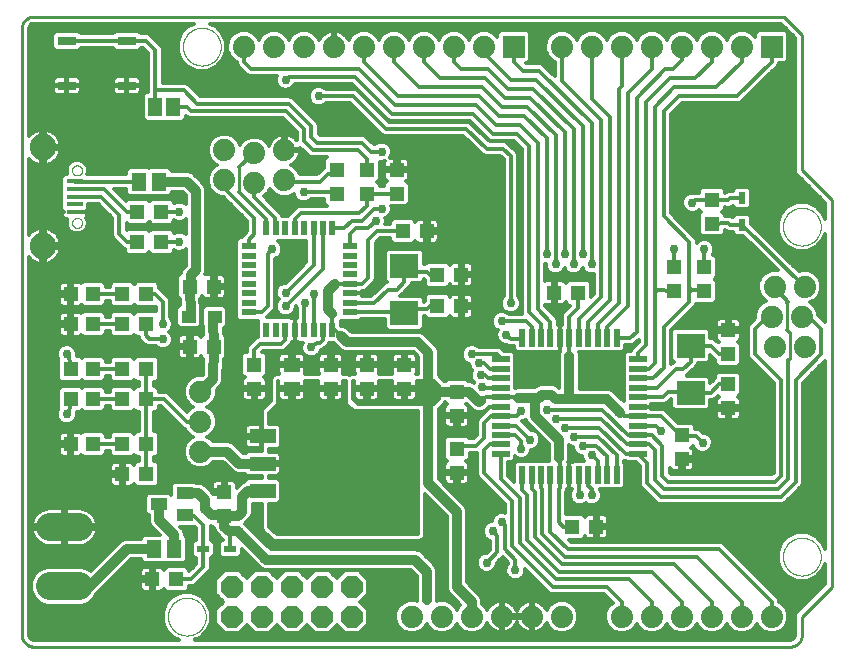
<source format=gtl>
G75*
%MOIN*%
%OFA0B0*%
%FSLAX25Y25*%
%IPPOS*%
%LPD*%
%AMOC8*
5,1,8,0,0,1.08239X$1,22.5*
%
%ADD10C,0.01000*%
%ADD11C,0.00000*%
%ADD12C,0.07400*%
%ADD13R,0.07400X0.07400*%
%ADD14C,0.08858*%
%ADD15R,0.05315X0.01575*%
%ADD16R,0.05906X0.01969*%
%ADD17R,0.01969X0.05906*%
%ADD18R,0.05000X0.02200*%
%ADD19R,0.02200X0.05000*%
%ADD20R,0.05118X0.05906*%
%ADD21R,0.04724X0.05118*%
%ADD22R,0.04724X0.03937*%
%ADD23R,0.09449X0.07874*%
%ADD24R,0.05118X0.04724*%
%ADD25R,0.08800X0.04800*%
%ADD26R,0.08661X0.14173*%
%ADD27R,0.02362X0.03937*%
%ADD28R,0.06000X0.03000*%
%ADD29R,0.04600X0.06300*%
%ADD30OC8,0.07400*%
%ADD31C,0.09370*%
%ADD32R,0.05512X0.03937*%
%ADD33R,0.03937X0.02362*%
%ADD34R,0.05709X0.04724*%
%ADD35C,0.01200*%
%ADD36C,0.02978*%
%ADD37C,0.03200*%
%ADD38C,0.01600*%
D10*
X0024473Y0009437D02*
X0024473Y0211563D01*
X0024475Y0211687D01*
X0024481Y0211810D01*
X0024490Y0211934D01*
X0024504Y0212056D01*
X0024521Y0212179D01*
X0024543Y0212301D01*
X0024568Y0212422D01*
X0024597Y0212542D01*
X0024629Y0212661D01*
X0024666Y0212780D01*
X0024706Y0212897D01*
X0024749Y0213012D01*
X0024797Y0213127D01*
X0024848Y0213239D01*
X0024902Y0213350D01*
X0024960Y0213460D01*
X0025021Y0213567D01*
X0025086Y0213673D01*
X0025154Y0213776D01*
X0025225Y0213877D01*
X0025299Y0213976D01*
X0025376Y0214073D01*
X0025457Y0214167D01*
X0025540Y0214258D01*
X0025626Y0214347D01*
X0025715Y0214433D01*
X0025806Y0214516D01*
X0025900Y0214597D01*
X0025997Y0214674D01*
X0026096Y0214748D01*
X0026197Y0214819D01*
X0026300Y0214887D01*
X0026406Y0214952D01*
X0026513Y0215013D01*
X0026623Y0215071D01*
X0026734Y0215125D01*
X0026846Y0215176D01*
X0026961Y0215224D01*
X0027076Y0215267D01*
X0027193Y0215307D01*
X0027312Y0215344D01*
X0027431Y0215376D01*
X0027551Y0215405D01*
X0027672Y0215430D01*
X0027794Y0215452D01*
X0027917Y0215469D01*
X0028039Y0215483D01*
X0028163Y0215492D01*
X0028286Y0215498D01*
X0028410Y0215500D01*
X0278473Y0215500D01*
X0284473Y0209500D01*
X0284473Y0164500D01*
X0294473Y0154500D01*
X0294473Y0025500D01*
X0284473Y0015500D01*
X0284473Y0009437D01*
X0284471Y0009313D01*
X0284465Y0009190D01*
X0284456Y0009066D01*
X0284442Y0008944D01*
X0284425Y0008821D01*
X0284403Y0008699D01*
X0284378Y0008578D01*
X0284349Y0008458D01*
X0284317Y0008339D01*
X0284280Y0008220D01*
X0284240Y0008103D01*
X0284197Y0007988D01*
X0284149Y0007873D01*
X0284098Y0007761D01*
X0284044Y0007650D01*
X0283986Y0007540D01*
X0283925Y0007433D01*
X0283860Y0007327D01*
X0283792Y0007224D01*
X0283721Y0007123D01*
X0283647Y0007024D01*
X0283570Y0006927D01*
X0283489Y0006833D01*
X0283406Y0006742D01*
X0283320Y0006653D01*
X0283231Y0006567D01*
X0283140Y0006484D01*
X0283046Y0006403D01*
X0282949Y0006326D01*
X0282850Y0006252D01*
X0282749Y0006181D01*
X0282646Y0006113D01*
X0282540Y0006048D01*
X0282433Y0005987D01*
X0282323Y0005929D01*
X0282212Y0005875D01*
X0282100Y0005824D01*
X0281985Y0005776D01*
X0281870Y0005733D01*
X0281753Y0005693D01*
X0281634Y0005656D01*
X0281515Y0005624D01*
X0281395Y0005595D01*
X0281274Y0005570D01*
X0281152Y0005548D01*
X0281029Y0005531D01*
X0280907Y0005517D01*
X0280783Y0005508D01*
X0280660Y0005502D01*
X0280536Y0005500D01*
X0028410Y0005500D01*
X0028286Y0005502D01*
X0028163Y0005508D01*
X0028039Y0005517D01*
X0027917Y0005531D01*
X0027794Y0005548D01*
X0027672Y0005570D01*
X0027551Y0005595D01*
X0027431Y0005624D01*
X0027312Y0005656D01*
X0027193Y0005693D01*
X0027076Y0005733D01*
X0026961Y0005776D01*
X0026846Y0005824D01*
X0026734Y0005875D01*
X0026623Y0005929D01*
X0026513Y0005987D01*
X0026406Y0006048D01*
X0026300Y0006113D01*
X0026197Y0006181D01*
X0026096Y0006252D01*
X0025997Y0006326D01*
X0025900Y0006403D01*
X0025806Y0006484D01*
X0025715Y0006567D01*
X0025626Y0006653D01*
X0025540Y0006742D01*
X0025457Y0006833D01*
X0025376Y0006927D01*
X0025299Y0007024D01*
X0025225Y0007123D01*
X0025154Y0007224D01*
X0025086Y0007327D01*
X0025021Y0007433D01*
X0024960Y0007540D01*
X0024902Y0007650D01*
X0024848Y0007761D01*
X0024797Y0007873D01*
X0024749Y0007988D01*
X0024706Y0008103D01*
X0024666Y0008220D01*
X0024629Y0008339D01*
X0024597Y0008458D01*
X0024568Y0008578D01*
X0024543Y0008699D01*
X0024521Y0008821D01*
X0024504Y0008944D01*
X0024490Y0009066D01*
X0024481Y0009190D01*
X0024475Y0009313D01*
X0024473Y0009437D01*
X0096973Y0157000D02*
X0096973Y0165500D01*
X0279473Y0120000D02*
X0279473Y0111000D01*
X0280473Y0110000D02*
X0280473Y0101500D01*
D11*
X0278174Y0145500D02*
X0278176Y0145658D01*
X0278182Y0145816D01*
X0278192Y0145974D01*
X0278206Y0146132D01*
X0278224Y0146289D01*
X0278245Y0146446D01*
X0278271Y0146602D01*
X0278301Y0146758D01*
X0278334Y0146913D01*
X0278372Y0147066D01*
X0278413Y0147219D01*
X0278458Y0147371D01*
X0278507Y0147522D01*
X0278560Y0147671D01*
X0278616Y0147819D01*
X0278676Y0147965D01*
X0278740Y0148110D01*
X0278808Y0148253D01*
X0278879Y0148395D01*
X0278953Y0148535D01*
X0279031Y0148672D01*
X0279113Y0148808D01*
X0279197Y0148942D01*
X0279286Y0149073D01*
X0279377Y0149202D01*
X0279472Y0149329D01*
X0279569Y0149454D01*
X0279670Y0149576D01*
X0279774Y0149695D01*
X0279881Y0149812D01*
X0279991Y0149926D01*
X0280104Y0150037D01*
X0280219Y0150146D01*
X0280337Y0150251D01*
X0280458Y0150353D01*
X0280581Y0150453D01*
X0280707Y0150549D01*
X0280835Y0150642D01*
X0280965Y0150732D01*
X0281098Y0150818D01*
X0281233Y0150902D01*
X0281369Y0150981D01*
X0281508Y0151058D01*
X0281649Y0151130D01*
X0281791Y0151200D01*
X0281935Y0151265D01*
X0282081Y0151327D01*
X0282228Y0151385D01*
X0282377Y0151440D01*
X0282527Y0151491D01*
X0282678Y0151538D01*
X0282830Y0151581D01*
X0282983Y0151620D01*
X0283138Y0151656D01*
X0283293Y0151687D01*
X0283449Y0151715D01*
X0283605Y0151739D01*
X0283762Y0151759D01*
X0283920Y0151775D01*
X0284077Y0151787D01*
X0284236Y0151795D01*
X0284394Y0151799D01*
X0284552Y0151799D01*
X0284710Y0151795D01*
X0284869Y0151787D01*
X0285026Y0151775D01*
X0285184Y0151759D01*
X0285341Y0151739D01*
X0285497Y0151715D01*
X0285653Y0151687D01*
X0285808Y0151656D01*
X0285963Y0151620D01*
X0286116Y0151581D01*
X0286268Y0151538D01*
X0286419Y0151491D01*
X0286569Y0151440D01*
X0286718Y0151385D01*
X0286865Y0151327D01*
X0287011Y0151265D01*
X0287155Y0151200D01*
X0287297Y0151130D01*
X0287438Y0151058D01*
X0287577Y0150981D01*
X0287713Y0150902D01*
X0287848Y0150818D01*
X0287981Y0150732D01*
X0288111Y0150642D01*
X0288239Y0150549D01*
X0288365Y0150453D01*
X0288488Y0150353D01*
X0288609Y0150251D01*
X0288727Y0150146D01*
X0288842Y0150037D01*
X0288955Y0149926D01*
X0289065Y0149812D01*
X0289172Y0149695D01*
X0289276Y0149576D01*
X0289377Y0149454D01*
X0289474Y0149329D01*
X0289569Y0149202D01*
X0289660Y0149073D01*
X0289749Y0148942D01*
X0289833Y0148808D01*
X0289915Y0148672D01*
X0289993Y0148535D01*
X0290067Y0148395D01*
X0290138Y0148253D01*
X0290206Y0148110D01*
X0290270Y0147965D01*
X0290330Y0147819D01*
X0290386Y0147671D01*
X0290439Y0147522D01*
X0290488Y0147371D01*
X0290533Y0147219D01*
X0290574Y0147066D01*
X0290612Y0146913D01*
X0290645Y0146758D01*
X0290675Y0146602D01*
X0290701Y0146446D01*
X0290722Y0146289D01*
X0290740Y0146132D01*
X0290754Y0145974D01*
X0290764Y0145816D01*
X0290770Y0145658D01*
X0290772Y0145500D01*
X0290770Y0145342D01*
X0290764Y0145184D01*
X0290754Y0145026D01*
X0290740Y0144868D01*
X0290722Y0144711D01*
X0290701Y0144554D01*
X0290675Y0144398D01*
X0290645Y0144242D01*
X0290612Y0144087D01*
X0290574Y0143934D01*
X0290533Y0143781D01*
X0290488Y0143629D01*
X0290439Y0143478D01*
X0290386Y0143329D01*
X0290330Y0143181D01*
X0290270Y0143035D01*
X0290206Y0142890D01*
X0290138Y0142747D01*
X0290067Y0142605D01*
X0289993Y0142465D01*
X0289915Y0142328D01*
X0289833Y0142192D01*
X0289749Y0142058D01*
X0289660Y0141927D01*
X0289569Y0141798D01*
X0289474Y0141671D01*
X0289377Y0141546D01*
X0289276Y0141424D01*
X0289172Y0141305D01*
X0289065Y0141188D01*
X0288955Y0141074D01*
X0288842Y0140963D01*
X0288727Y0140854D01*
X0288609Y0140749D01*
X0288488Y0140647D01*
X0288365Y0140547D01*
X0288239Y0140451D01*
X0288111Y0140358D01*
X0287981Y0140268D01*
X0287848Y0140182D01*
X0287713Y0140098D01*
X0287577Y0140019D01*
X0287438Y0139942D01*
X0287297Y0139870D01*
X0287155Y0139800D01*
X0287011Y0139735D01*
X0286865Y0139673D01*
X0286718Y0139615D01*
X0286569Y0139560D01*
X0286419Y0139509D01*
X0286268Y0139462D01*
X0286116Y0139419D01*
X0285963Y0139380D01*
X0285808Y0139344D01*
X0285653Y0139313D01*
X0285497Y0139285D01*
X0285341Y0139261D01*
X0285184Y0139241D01*
X0285026Y0139225D01*
X0284869Y0139213D01*
X0284710Y0139205D01*
X0284552Y0139201D01*
X0284394Y0139201D01*
X0284236Y0139205D01*
X0284077Y0139213D01*
X0283920Y0139225D01*
X0283762Y0139241D01*
X0283605Y0139261D01*
X0283449Y0139285D01*
X0283293Y0139313D01*
X0283138Y0139344D01*
X0282983Y0139380D01*
X0282830Y0139419D01*
X0282678Y0139462D01*
X0282527Y0139509D01*
X0282377Y0139560D01*
X0282228Y0139615D01*
X0282081Y0139673D01*
X0281935Y0139735D01*
X0281791Y0139800D01*
X0281649Y0139870D01*
X0281508Y0139942D01*
X0281369Y0140019D01*
X0281233Y0140098D01*
X0281098Y0140182D01*
X0280965Y0140268D01*
X0280835Y0140358D01*
X0280707Y0140451D01*
X0280581Y0140547D01*
X0280458Y0140647D01*
X0280337Y0140749D01*
X0280219Y0140854D01*
X0280104Y0140963D01*
X0279991Y0141074D01*
X0279881Y0141188D01*
X0279774Y0141305D01*
X0279670Y0141424D01*
X0279569Y0141546D01*
X0279472Y0141671D01*
X0279377Y0141798D01*
X0279286Y0141927D01*
X0279197Y0142058D01*
X0279113Y0142192D01*
X0279031Y0142328D01*
X0278953Y0142465D01*
X0278879Y0142605D01*
X0278808Y0142747D01*
X0278740Y0142890D01*
X0278676Y0143035D01*
X0278616Y0143181D01*
X0278560Y0143329D01*
X0278507Y0143478D01*
X0278458Y0143629D01*
X0278413Y0143781D01*
X0278372Y0143934D01*
X0278334Y0144087D01*
X0278301Y0144242D01*
X0278271Y0144398D01*
X0278245Y0144554D01*
X0278224Y0144711D01*
X0278206Y0144868D01*
X0278192Y0145026D01*
X0278182Y0145184D01*
X0278176Y0145342D01*
X0278174Y0145500D01*
X0278174Y0035500D02*
X0278176Y0035658D01*
X0278182Y0035816D01*
X0278192Y0035974D01*
X0278206Y0036132D01*
X0278224Y0036289D01*
X0278245Y0036446D01*
X0278271Y0036602D01*
X0278301Y0036758D01*
X0278334Y0036913D01*
X0278372Y0037066D01*
X0278413Y0037219D01*
X0278458Y0037371D01*
X0278507Y0037522D01*
X0278560Y0037671D01*
X0278616Y0037819D01*
X0278676Y0037965D01*
X0278740Y0038110D01*
X0278808Y0038253D01*
X0278879Y0038395D01*
X0278953Y0038535D01*
X0279031Y0038672D01*
X0279113Y0038808D01*
X0279197Y0038942D01*
X0279286Y0039073D01*
X0279377Y0039202D01*
X0279472Y0039329D01*
X0279569Y0039454D01*
X0279670Y0039576D01*
X0279774Y0039695D01*
X0279881Y0039812D01*
X0279991Y0039926D01*
X0280104Y0040037D01*
X0280219Y0040146D01*
X0280337Y0040251D01*
X0280458Y0040353D01*
X0280581Y0040453D01*
X0280707Y0040549D01*
X0280835Y0040642D01*
X0280965Y0040732D01*
X0281098Y0040818D01*
X0281233Y0040902D01*
X0281369Y0040981D01*
X0281508Y0041058D01*
X0281649Y0041130D01*
X0281791Y0041200D01*
X0281935Y0041265D01*
X0282081Y0041327D01*
X0282228Y0041385D01*
X0282377Y0041440D01*
X0282527Y0041491D01*
X0282678Y0041538D01*
X0282830Y0041581D01*
X0282983Y0041620D01*
X0283138Y0041656D01*
X0283293Y0041687D01*
X0283449Y0041715D01*
X0283605Y0041739D01*
X0283762Y0041759D01*
X0283920Y0041775D01*
X0284077Y0041787D01*
X0284236Y0041795D01*
X0284394Y0041799D01*
X0284552Y0041799D01*
X0284710Y0041795D01*
X0284869Y0041787D01*
X0285026Y0041775D01*
X0285184Y0041759D01*
X0285341Y0041739D01*
X0285497Y0041715D01*
X0285653Y0041687D01*
X0285808Y0041656D01*
X0285963Y0041620D01*
X0286116Y0041581D01*
X0286268Y0041538D01*
X0286419Y0041491D01*
X0286569Y0041440D01*
X0286718Y0041385D01*
X0286865Y0041327D01*
X0287011Y0041265D01*
X0287155Y0041200D01*
X0287297Y0041130D01*
X0287438Y0041058D01*
X0287577Y0040981D01*
X0287713Y0040902D01*
X0287848Y0040818D01*
X0287981Y0040732D01*
X0288111Y0040642D01*
X0288239Y0040549D01*
X0288365Y0040453D01*
X0288488Y0040353D01*
X0288609Y0040251D01*
X0288727Y0040146D01*
X0288842Y0040037D01*
X0288955Y0039926D01*
X0289065Y0039812D01*
X0289172Y0039695D01*
X0289276Y0039576D01*
X0289377Y0039454D01*
X0289474Y0039329D01*
X0289569Y0039202D01*
X0289660Y0039073D01*
X0289749Y0038942D01*
X0289833Y0038808D01*
X0289915Y0038672D01*
X0289993Y0038535D01*
X0290067Y0038395D01*
X0290138Y0038253D01*
X0290206Y0038110D01*
X0290270Y0037965D01*
X0290330Y0037819D01*
X0290386Y0037671D01*
X0290439Y0037522D01*
X0290488Y0037371D01*
X0290533Y0037219D01*
X0290574Y0037066D01*
X0290612Y0036913D01*
X0290645Y0036758D01*
X0290675Y0036602D01*
X0290701Y0036446D01*
X0290722Y0036289D01*
X0290740Y0036132D01*
X0290754Y0035974D01*
X0290764Y0035816D01*
X0290770Y0035658D01*
X0290772Y0035500D01*
X0290770Y0035342D01*
X0290764Y0035184D01*
X0290754Y0035026D01*
X0290740Y0034868D01*
X0290722Y0034711D01*
X0290701Y0034554D01*
X0290675Y0034398D01*
X0290645Y0034242D01*
X0290612Y0034087D01*
X0290574Y0033934D01*
X0290533Y0033781D01*
X0290488Y0033629D01*
X0290439Y0033478D01*
X0290386Y0033329D01*
X0290330Y0033181D01*
X0290270Y0033035D01*
X0290206Y0032890D01*
X0290138Y0032747D01*
X0290067Y0032605D01*
X0289993Y0032465D01*
X0289915Y0032328D01*
X0289833Y0032192D01*
X0289749Y0032058D01*
X0289660Y0031927D01*
X0289569Y0031798D01*
X0289474Y0031671D01*
X0289377Y0031546D01*
X0289276Y0031424D01*
X0289172Y0031305D01*
X0289065Y0031188D01*
X0288955Y0031074D01*
X0288842Y0030963D01*
X0288727Y0030854D01*
X0288609Y0030749D01*
X0288488Y0030647D01*
X0288365Y0030547D01*
X0288239Y0030451D01*
X0288111Y0030358D01*
X0287981Y0030268D01*
X0287848Y0030182D01*
X0287713Y0030098D01*
X0287577Y0030019D01*
X0287438Y0029942D01*
X0287297Y0029870D01*
X0287155Y0029800D01*
X0287011Y0029735D01*
X0286865Y0029673D01*
X0286718Y0029615D01*
X0286569Y0029560D01*
X0286419Y0029509D01*
X0286268Y0029462D01*
X0286116Y0029419D01*
X0285963Y0029380D01*
X0285808Y0029344D01*
X0285653Y0029313D01*
X0285497Y0029285D01*
X0285341Y0029261D01*
X0285184Y0029241D01*
X0285026Y0029225D01*
X0284869Y0029213D01*
X0284710Y0029205D01*
X0284552Y0029201D01*
X0284394Y0029201D01*
X0284236Y0029205D01*
X0284077Y0029213D01*
X0283920Y0029225D01*
X0283762Y0029241D01*
X0283605Y0029261D01*
X0283449Y0029285D01*
X0283293Y0029313D01*
X0283138Y0029344D01*
X0282983Y0029380D01*
X0282830Y0029419D01*
X0282678Y0029462D01*
X0282527Y0029509D01*
X0282377Y0029560D01*
X0282228Y0029615D01*
X0282081Y0029673D01*
X0281935Y0029735D01*
X0281791Y0029800D01*
X0281649Y0029870D01*
X0281508Y0029942D01*
X0281369Y0030019D01*
X0281233Y0030098D01*
X0281098Y0030182D01*
X0280965Y0030268D01*
X0280835Y0030358D01*
X0280707Y0030451D01*
X0280581Y0030547D01*
X0280458Y0030647D01*
X0280337Y0030749D01*
X0280219Y0030854D01*
X0280104Y0030963D01*
X0279991Y0031074D01*
X0279881Y0031188D01*
X0279774Y0031305D01*
X0279670Y0031424D01*
X0279569Y0031546D01*
X0279472Y0031671D01*
X0279377Y0031798D01*
X0279286Y0031927D01*
X0279197Y0032058D01*
X0279113Y0032192D01*
X0279031Y0032328D01*
X0278953Y0032465D01*
X0278879Y0032605D01*
X0278808Y0032747D01*
X0278740Y0032890D01*
X0278676Y0033035D01*
X0278616Y0033181D01*
X0278560Y0033329D01*
X0278507Y0033478D01*
X0278458Y0033629D01*
X0278413Y0033781D01*
X0278372Y0033934D01*
X0278334Y0034087D01*
X0278301Y0034242D01*
X0278271Y0034398D01*
X0278245Y0034554D01*
X0278224Y0034711D01*
X0278206Y0034868D01*
X0278192Y0035026D01*
X0278182Y0035184D01*
X0278176Y0035342D01*
X0278174Y0035500D01*
X0073174Y0015500D02*
X0073176Y0015658D01*
X0073182Y0015816D01*
X0073192Y0015974D01*
X0073206Y0016132D01*
X0073224Y0016289D01*
X0073245Y0016446D01*
X0073271Y0016602D01*
X0073301Y0016758D01*
X0073334Y0016913D01*
X0073372Y0017066D01*
X0073413Y0017219D01*
X0073458Y0017371D01*
X0073507Y0017522D01*
X0073560Y0017671D01*
X0073616Y0017819D01*
X0073676Y0017965D01*
X0073740Y0018110D01*
X0073808Y0018253D01*
X0073879Y0018395D01*
X0073953Y0018535D01*
X0074031Y0018672D01*
X0074113Y0018808D01*
X0074197Y0018942D01*
X0074286Y0019073D01*
X0074377Y0019202D01*
X0074472Y0019329D01*
X0074569Y0019454D01*
X0074670Y0019576D01*
X0074774Y0019695D01*
X0074881Y0019812D01*
X0074991Y0019926D01*
X0075104Y0020037D01*
X0075219Y0020146D01*
X0075337Y0020251D01*
X0075458Y0020353D01*
X0075581Y0020453D01*
X0075707Y0020549D01*
X0075835Y0020642D01*
X0075965Y0020732D01*
X0076098Y0020818D01*
X0076233Y0020902D01*
X0076369Y0020981D01*
X0076508Y0021058D01*
X0076649Y0021130D01*
X0076791Y0021200D01*
X0076935Y0021265D01*
X0077081Y0021327D01*
X0077228Y0021385D01*
X0077377Y0021440D01*
X0077527Y0021491D01*
X0077678Y0021538D01*
X0077830Y0021581D01*
X0077983Y0021620D01*
X0078138Y0021656D01*
X0078293Y0021687D01*
X0078449Y0021715D01*
X0078605Y0021739D01*
X0078762Y0021759D01*
X0078920Y0021775D01*
X0079077Y0021787D01*
X0079236Y0021795D01*
X0079394Y0021799D01*
X0079552Y0021799D01*
X0079710Y0021795D01*
X0079869Y0021787D01*
X0080026Y0021775D01*
X0080184Y0021759D01*
X0080341Y0021739D01*
X0080497Y0021715D01*
X0080653Y0021687D01*
X0080808Y0021656D01*
X0080963Y0021620D01*
X0081116Y0021581D01*
X0081268Y0021538D01*
X0081419Y0021491D01*
X0081569Y0021440D01*
X0081718Y0021385D01*
X0081865Y0021327D01*
X0082011Y0021265D01*
X0082155Y0021200D01*
X0082297Y0021130D01*
X0082438Y0021058D01*
X0082577Y0020981D01*
X0082713Y0020902D01*
X0082848Y0020818D01*
X0082981Y0020732D01*
X0083111Y0020642D01*
X0083239Y0020549D01*
X0083365Y0020453D01*
X0083488Y0020353D01*
X0083609Y0020251D01*
X0083727Y0020146D01*
X0083842Y0020037D01*
X0083955Y0019926D01*
X0084065Y0019812D01*
X0084172Y0019695D01*
X0084276Y0019576D01*
X0084377Y0019454D01*
X0084474Y0019329D01*
X0084569Y0019202D01*
X0084660Y0019073D01*
X0084749Y0018942D01*
X0084833Y0018808D01*
X0084915Y0018672D01*
X0084993Y0018535D01*
X0085067Y0018395D01*
X0085138Y0018253D01*
X0085206Y0018110D01*
X0085270Y0017965D01*
X0085330Y0017819D01*
X0085386Y0017671D01*
X0085439Y0017522D01*
X0085488Y0017371D01*
X0085533Y0017219D01*
X0085574Y0017066D01*
X0085612Y0016913D01*
X0085645Y0016758D01*
X0085675Y0016602D01*
X0085701Y0016446D01*
X0085722Y0016289D01*
X0085740Y0016132D01*
X0085754Y0015974D01*
X0085764Y0015816D01*
X0085770Y0015658D01*
X0085772Y0015500D01*
X0085770Y0015342D01*
X0085764Y0015184D01*
X0085754Y0015026D01*
X0085740Y0014868D01*
X0085722Y0014711D01*
X0085701Y0014554D01*
X0085675Y0014398D01*
X0085645Y0014242D01*
X0085612Y0014087D01*
X0085574Y0013934D01*
X0085533Y0013781D01*
X0085488Y0013629D01*
X0085439Y0013478D01*
X0085386Y0013329D01*
X0085330Y0013181D01*
X0085270Y0013035D01*
X0085206Y0012890D01*
X0085138Y0012747D01*
X0085067Y0012605D01*
X0084993Y0012465D01*
X0084915Y0012328D01*
X0084833Y0012192D01*
X0084749Y0012058D01*
X0084660Y0011927D01*
X0084569Y0011798D01*
X0084474Y0011671D01*
X0084377Y0011546D01*
X0084276Y0011424D01*
X0084172Y0011305D01*
X0084065Y0011188D01*
X0083955Y0011074D01*
X0083842Y0010963D01*
X0083727Y0010854D01*
X0083609Y0010749D01*
X0083488Y0010647D01*
X0083365Y0010547D01*
X0083239Y0010451D01*
X0083111Y0010358D01*
X0082981Y0010268D01*
X0082848Y0010182D01*
X0082713Y0010098D01*
X0082577Y0010019D01*
X0082438Y0009942D01*
X0082297Y0009870D01*
X0082155Y0009800D01*
X0082011Y0009735D01*
X0081865Y0009673D01*
X0081718Y0009615D01*
X0081569Y0009560D01*
X0081419Y0009509D01*
X0081268Y0009462D01*
X0081116Y0009419D01*
X0080963Y0009380D01*
X0080808Y0009344D01*
X0080653Y0009313D01*
X0080497Y0009285D01*
X0080341Y0009261D01*
X0080184Y0009241D01*
X0080026Y0009225D01*
X0079869Y0009213D01*
X0079710Y0009205D01*
X0079552Y0009201D01*
X0079394Y0009201D01*
X0079236Y0009205D01*
X0079077Y0009213D01*
X0078920Y0009225D01*
X0078762Y0009241D01*
X0078605Y0009261D01*
X0078449Y0009285D01*
X0078293Y0009313D01*
X0078138Y0009344D01*
X0077983Y0009380D01*
X0077830Y0009419D01*
X0077678Y0009462D01*
X0077527Y0009509D01*
X0077377Y0009560D01*
X0077228Y0009615D01*
X0077081Y0009673D01*
X0076935Y0009735D01*
X0076791Y0009800D01*
X0076649Y0009870D01*
X0076508Y0009942D01*
X0076369Y0010019D01*
X0076233Y0010098D01*
X0076098Y0010182D01*
X0075965Y0010268D01*
X0075835Y0010358D01*
X0075707Y0010451D01*
X0075581Y0010547D01*
X0075458Y0010647D01*
X0075337Y0010749D01*
X0075219Y0010854D01*
X0075104Y0010963D01*
X0074991Y0011074D01*
X0074881Y0011188D01*
X0074774Y0011305D01*
X0074670Y0011424D01*
X0074569Y0011546D01*
X0074472Y0011671D01*
X0074377Y0011798D01*
X0074286Y0011927D01*
X0074197Y0012058D01*
X0074113Y0012192D01*
X0074031Y0012328D01*
X0073953Y0012465D01*
X0073879Y0012605D01*
X0073808Y0012747D01*
X0073740Y0012890D01*
X0073676Y0013035D01*
X0073616Y0013181D01*
X0073560Y0013329D01*
X0073507Y0013478D01*
X0073458Y0013629D01*
X0073413Y0013781D01*
X0073372Y0013934D01*
X0073334Y0014087D01*
X0073301Y0014242D01*
X0073271Y0014398D01*
X0073245Y0014554D01*
X0073224Y0014711D01*
X0073206Y0014868D01*
X0073192Y0015026D01*
X0073182Y0015184D01*
X0073176Y0015342D01*
X0073174Y0015500D01*
X0041218Y0146740D02*
X0041220Y0146821D01*
X0041226Y0146903D01*
X0041236Y0146984D01*
X0041250Y0147064D01*
X0041267Y0147143D01*
X0041289Y0147222D01*
X0041314Y0147299D01*
X0041343Y0147376D01*
X0041376Y0147450D01*
X0041413Y0147523D01*
X0041452Y0147594D01*
X0041496Y0147663D01*
X0041542Y0147730D01*
X0041592Y0147794D01*
X0041645Y0147856D01*
X0041701Y0147916D01*
X0041759Y0147972D01*
X0041821Y0148026D01*
X0041885Y0148077D01*
X0041951Y0148124D01*
X0042019Y0148168D01*
X0042090Y0148209D01*
X0042162Y0148246D01*
X0042237Y0148280D01*
X0042312Y0148310D01*
X0042390Y0148336D01*
X0042468Y0148359D01*
X0042547Y0148377D01*
X0042627Y0148392D01*
X0042708Y0148403D01*
X0042789Y0148410D01*
X0042871Y0148413D01*
X0042952Y0148412D01*
X0043033Y0148407D01*
X0043114Y0148398D01*
X0043195Y0148385D01*
X0043275Y0148368D01*
X0043353Y0148348D01*
X0043431Y0148323D01*
X0043508Y0148295D01*
X0043583Y0148263D01*
X0043656Y0148228D01*
X0043727Y0148189D01*
X0043797Y0148146D01*
X0043864Y0148101D01*
X0043930Y0148052D01*
X0043992Y0148000D01*
X0044052Y0147944D01*
X0044109Y0147886D01*
X0044164Y0147826D01*
X0044215Y0147762D01*
X0044263Y0147697D01*
X0044308Y0147629D01*
X0044350Y0147559D01*
X0044388Y0147487D01*
X0044423Y0147413D01*
X0044454Y0147338D01*
X0044481Y0147261D01*
X0044504Y0147183D01*
X0044524Y0147104D01*
X0044540Y0147024D01*
X0044552Y0146943D01*
X0044560Y0146862D01*
X0044564Y0146781D01*
X0044564Y0146699D01*
X0044560Y0146618D01*
X0044552Y0146537D01*
X0044540Y0146456D01*
X0044524Y0146376D01*
X0044504Y0146297D01*
X0044481Y0146219D01*
X0044454Y0146142D01*
X0044423Y0146067D01*
X0044388Y0145993D01*
X0044350Y0145921D01*
X0044308Y0145851D01*
X0044263Y0145783D01*
X0044215Y0145718D01*
X0044164Y0145654D01*
X0044109Y0145594D01*
X0044052Y0145536D01*
X0043992Y0145480D01*
X0043930Y0145428D01*
X0043864Y0145379D01*
X0043797Y0145334D01*
X0043728Y0145291D01*
X0043656Y0145252D01*
X0043583Y0145217D01*
X0043508Y0145185D01*
X0043431Y0145157D01*
X0043353Y0145132D01*
X0043275Y0145112D01*
X0043195Y0145095D01*
X0043114Y0145082D01*
X0043033Y0145073D01*
X0042952Y0145068D01*
X0042871Y0145067D01*
X0042789Y0145070D01*
X0042708Y0145077D01*
X0042627Y0145088D01*
X0042547Y0145103D01*
X0042468Y0145121D01*
X0042390Y0145144D01*
X0042312Y0145170D01*
X0042237Y0145200D01*
X0042162Y0145234D01*
X0042090Y0145271D01*
X0042019Y0145312D01*
X0041951Y0145356D01*
X0041885Y0145403D01*
X0041821Y0145454D01*
X0041759Y0145508D01*
X0041701Y0145564D01*
X0041645Y0145624D01*
X0041592Y0145686D01*
X0041542Y0145750D01*
X0041496Y0145817D01*
X0041452Y0145886D01*
X0041413Y0145957D01*
X0041376Y0146030D01*
X0041343Y0146104D01*
X0041314Y0146181D01*
X0041289Y0146258D01*
X0041267Y0146337D01*
X0041250Y0146416D01*
X0041236Y0146496D01*
X0041226Y0146577D01*
X0041220Y0146659D01*
X0041218Y0146740D01*
X0041218Y0164260D02*
X0041220Y0164341D01*
X0041226Y0164423D01*
X0041236Y0164504D01*
X0041250Y0164584D01*
X0041267Y0164663D01*
X0041289Y0164742D01*
X0041314Y0164819D01*
X0041343Y0164896D01*
X0041376Y0164970D01*
X0041413Y0165043D01*
X0041452Y0165114D01*
X0041496Y0165183D01*
X0041542Y0165250D01*
X0041592Y0165314D01*
X0041645Y0165376D01*
X0041701Y0165436D01*
X0041759Y0165492D01*
X0041821Y0165546D01*
X0041885Y0165597D01*
X0041951Y0165644D01*
X0042019Y0165688D01*
X0042090Y0165729D01*
X0042162Y0165766D01*
X0042237Y0165800D01*
X0042312Y0165830D01*
X0042390Y0165856D01*
X0042468Y0165879D01*
X0042547Y0165897D01*
X0042627Y0165912D01*
X0042708Y0165923D01*
X0042789Y0165930D01*
X0042871Y0165933D01*
X0042952Y0165932D01*
X0043033Y0165927D01*
X0043114Y0165918D01*
X0043195Y0165905D01*
X0043275Y0165888D01*
X0043353Y0165868D01*
X0043431Y0165843D01*
X0043508Y0165815D01*
X0043583Y0165783D01*
X0043656Y0165748D01*
X0043727Y0165709D01*
X0043797Y0165666D01*
X0043864Y0165621D01*
X0043930Y0165572D01*
X0043992Y0165520D01*
X0044052Y0165464D01*
X0044109Y0165406D01*
X0044164Y0165346D01*
X0044215Y0165282D01*
X0044263Y0165217D01*
X0044308Y0165149D01*
X0044350Y0165079D01*
X0044388Y0165007D01*
X0044423Y0164933D01*
X0044454Y0164858D01*
X0044481Y0164781D01*
X0044504Y0164703D01*
X0044524Y0164624D01*
X0044540Y0164544D01*
X0044552Y0164463D01*
X0044560Y0164382D01*
X0044564Y0164301D01*
X0044564Y0164219D01*
X0044560Y0164138D01*
X0044552Y0164057D01*
X0044540Y0163976D01*
X0044524Y0163896D01*
X0044504Y0163817D01*
X0044481Y0163739D01*
X0044454Y0163662D01*
X0044423Y0163587D01*
X0044388Y0163513D01*
X0044350Y0163441D01*
X0044308Y0163371D01*
X0044263Y0163303D01*
X0044215Y0163238D01*
X0044164Y0163174D01*
X0044109Y0163114D01*
X0044052Y0163056D01*
X0043992Y0163000D01*
X0043930Y0162948D01*
X0043864Y0162899D01*
X0043797Y0162854D01*
X0043728Y0162811D01*
X0043656Y0162772D01*
X0043583Y0162737D01*
X0043508Y0162705D01*
X0043431Y0162677D01*
X0043353Y0162652D01*
X0043275Y0162632D01*
X0043195Y0162615D01*
X0043114Y0162602D01*
X0043033Y0162593D01*
X0042952Y0162588D01*
X0042871Y0162587D01*
X0042789Y0162590D01*
X0042708Y0162597D01*
X0042627Y0162608D01*
X0042547Y0162623D01*
X0042468Y0162641D01*
X0042390Y0162664D01*
X0042312Y0162690D01*
X0042237Y0162720D01*
X0042162Y0162754D01*
X0042090Y0162791D01*
X0042019Y0162832D01*
X0041951Y0162876D01*
X0041885Y0162923D01*
X0041821Y0162974D01*
X0041759Y0163028D01*
X0041701Y0163084D01*
X0041645Y0163144D01*
X0041592Y0163206D01*
X0041542Y0163270D01*
X0041496Y0163337D01*
X0041452Y0163406D01*
X0041413Y0163477D01*
X0041376Y0163550D01*
X0041343Y0163624D01*
X0041314Y0163701D01*
X0041289Y0163778D01*
X0041267Y0163857D01*
X0041250Y0163936D01*
X0041236Y0164016D01*
X0041226Y0164097D01*
X0041220Y0164179D01*
X0041218Y0164260D01*
X0078174Y0205500D02*
X0078176Y0205658D01*
X0078182Y0205816D01*
X0078192Y0205974D01*
X0078206Y0206132D01*
X0078224Y0206289D01*
X0078245Y0206446D01*
X0078271Y0206602D01*
X0078301Y0206758D01*
X0078334Y0206913D01*
X0078372Y0207066D01*
X0078413Y0207219D01*
X0078458Y0207371D01*
X0078507Y0207522D01*
X0078560Y0207671D01*
X0078616Y0207819D01*
X0078676Y0207965D01*
X0078740Y0208110D01*
X0078808Y0208253D01*
X0078879Y0208395D01*
X0078953Y0208535D01*
X0079031Y0208672D01*
X0079113Y0208808D01*
X0079197Y0208942D01*
X0079286Y0209073D01*
X0079377Y0209202D01*
X0079472Y0209329D01*
X0079569Y0209454D01*
X0079670Y0209576D01*
X0079774Y0209695D01*
X0079881Y0209812D01*
X0079991Y0209926D01*
X0080104Y0210037D01*
X0080219Y0210146D01*
X0080337Y0210251D01*
X0080458Y0210353D01*
X0080581Y0210453D01*
X0080707Y0210549D01*
X0080835Y0210642D01*
X0080965Y0210732D01*
X0081098Y0210818D01*
X0081233Y0210902D01*
X0081369Y0210981D01*
X0081508Y0211058D01*
X0081649Y0211130D01*
X0081791Y0211200D01*
X0081935Y0211265D01*
X0082081Y0211327D01*
X0082228Y0211385D01*
X0082377Y0211440D01*
X0082527Y0211491D01*
X0082678Y0211538D01*
X0082830Y0211581D01*
X0082983Y0211620D01*
X0083138Y0211656D01*
X0083293Y0211687D01*
X0083449Y0211715D01*
X0083605Y0211739D01*
X0083762Y0211759D01*
X0083920Y0211775D01*
X0084077Y0211787D01*
X0084236Y0211795D01*
X0084394Y0211799D01*
X0084552Y0211799D01*
X0084710Y0211795D01*
X0084869Y0211787D01*
X0085026Y0211775D01*
X0085184Y0211759D01*
X0085341Y0211739D01*
X0085497Y0211715D01*
X0085653Y0211687D01*
X0085808Y0211656D01*
X0085963Y0211620D01*
X0086116Y0211581D01*
X0086268Y0211538D01*
X0086419Y0211491D01*
X0086569Y0211440D01*
X0086718Y0211385D01*
X0086865Y0211327D01*
X0087011Y0211265D01*
X0087155Y0211200D01*
X0087297Y0211130D01*
X0087438Y0211058D01*
X0087577Y0210981D01*
X0087713Y0210902D01*
X0087848Y0210818D01*
X0087981Y0210732D01*
X0088111Y0210642D01*
X0088239Y0210549D01*
X0088365Y0210453D01*
X0088488Y0210353D01*
X0088609Y0210251D01*
X0088727Y0210146D01*
X0088842Y0210037D01*
X0088955Y0209926D01*
X0089065Y0209812D01*
X0089172Y0209695D01*
X0089276Y0209576D01*
X0089377Y0209454D01*
X0089474Y0209329D01*
X0089569Y0209202D01*
X0089660Y0209073D01*
X0089749Y0208942D01*
X0089833Y0208808D01*
X0089915Y0208672D01*
X0089993Y0208535D01*
X0090067Y0208395D01*
X0090138Y0208253D01*
X0090206Y0208110D01*
X0090270Y0207965D01*
X0090330Y0207819D01*
X0090386Y0207671D01*
X0090439Y0207522D01*
X0090488Y0207371D01*
X0090533Y0207219D01*
X0090574Y0207066D01*
X0090612Y0206913D01*
X0090645Y0206758D01*
X0090675Y0206602D01*
X0090701Y0206446D01*
X0090722Y0206289D01*
X0090740Y0206132D01*
X0090754Y0205974D01*
X0090764Y0205816D01*
X0090770Y0205658D01*
X0090772Y0205500D01*
X0090770Y0205342D01*
X0090764Y0205184D01*
X0090754Y0205026D01*
X0090740Y0204868D01*
X0090722Y0204711D01*
X0090701Y0204554D01*
X0090675Y0204398D01*
X0090645Y0204242D01*
X0090612Y0204087D01*
X0090574Y0203934D01*
X0090533Y0203781D01*
X0090488Y0203629D01*
X0090439Y0203478D01*
X0090386Y0203329D01*
X0090330Y0203181D01*
X0090270Y0203035D01*
X0090206Y0202890D01*
X0090138Y0202747D01*
X0090067Y0202605D01*
X0089993Y0202465D01*
X0089915Y0202328D01*
X0089833Y0202192D01*
X0089749Y0202058D01*
X0089660Y0201927D01*
X0089569Y0201798D01*
X0089474Y0201671D01*
X0089377Y0201546D01*
X0089276Y0201424D01*
X0089172Y0201305D01*
X0089065Y0201188D01*
X0088955Y0201074D01*
X0088842Y0200963D01*
X0088727Y0200854D01*
X0088609Y0200749D01*
X0088488Y0200647D01*
X0088365Y0200547D01*
X0088239Y0200451D01*
X0088111Y0200358D01*
X0087981Y0200268D01*
X0087848Y0200182D01*
X0087713Y0200098D01*
X0087577Y0200019D01*
X0087438Y0199942D01*
X0087297Y0199870D01*
X0087155Y0199800D01*
X0087011Y0199735D01*
X0086865Y0199673D01*
X0086718Y0199615D01*
X0086569Y0199560D01*
X0086419Y0199509D01*
X0086268Y0199462D01*
X0086116Y0199419D01*
X0085963Y0199380D01*
X0085808Y0199344D01*
X0085653Y0199313D01*
X0085497Y0199285D01*
X0085341Y0199261D01*
X0085184Y0199241D01*
X0085026Y0199225D01*
X0084869Y0199213D01*
X0084710Y0199205D01*
X0084552Y0199201D01*
X0084394Y0199201D01*
X0084236Y0199205D01*
X0084077Y0199213D01*
X0083920Y0199225D01*
X0083762Y0199241D01*
X0083605Y0199261D01*
X0083449Y0199285D01*
X0083293Y0199313D01*
X0083138Y0199344D01*
X0082983Y0199380D01*
X0082830Y0199419D01*
X0082678Y0199462D01*
X0082527Y0199509D01*
X0082377Y0199560D01*
X0082228Y0199615D01*
X0082081Y0199673D01*
X0081935Y0199735D01*
X0081791Y0199800D01*
X0081649Y0199870D01*
X0081508Y0199942D01*
X0081369Y0200019D01*
X0081233Y0200098D01*
X0081098Y0200182D01*
X0080965Y0200268D01*
X0080835Y0200358D01*
X0080707Y0200451D01*
X0080581Y0200547D01*
X0080458Y0200647D01*
X0080337Y0200749D01*
X0080219Y0200854D01*
X0080104Y0200963D01*
X0079991Y0201074D01*
X0079881Y0201188D01*
X0079774Y0201305D01*
X0079670Y0201424D01*
X0079569Y0201546D01*
X0079472Y0201671D01*
X0079377Y0201798D01*
X0079286Y0201927D01*
X0079197Y0202058D01*
X0079113Y0202192D01*
X0079031Y0202328D01*
X0078953Y0202465D01*
X0078879Y0202605D01*
X0078808Y0202747D01*
X0078740Y0202890D01*
X0078676Y0203035D01*
X0078616Y0203181D01*
X0078560Y0203329D01*
X0078507Y0203478D01*
X0078458Y0203629D01*
X0078413Y0203781D01*
X0078372Y0203934D01*
X0078334Y0204087D01*
X0078301Y0204242D01*
X0078271Y0204398D01*
X0078245Y0204554D01*
X0078224Y0204711D01*
X0078206Y0204868D01*
X0078192Y0205026D01*
X0078182Y0205184D01*
X0078176Y0205342D01*
X0078174Y0205500D01*
D12*
X0098473Y0205500D03*
X0108473Y0205500D03*
X0118473Y0205500D03*
X0128473Y0205500D03*
X0138473Y0205500D03*
X0148473Y0205500D03*
X0158473Y0205500D03*
X0168473Y0205500D03*
X0178473Y0205500D03*
X0204473Y0205500D03*
X0214473Y0205500D03*
X0224473Y0205500D03*
X0234473Y0205500D03*
X0244473Y0205500D03*
X0254473Y0205500D03*
X0264473Y0205500D03*
X0275473Y0125500D03*
X0285473Y0125500D03*
X0284473Y0115500D03*
X0274473Y0115500D03*
X0275473Y0105500D03*
X0285473Y0105500D03*
X0274473Y0015500D03*
X0264473Y0015500D03*
X0254473Y0015500D03*
X0244473Y0015500D03*
X0234473Y0015500D03*
X0224473Y0015500D03*
X0204473Y0015500D03*
X0194473Y0015500D03*
X0184473Y0015500D03*
X0174473Y0015500D03*
X0164473Y0015500D03*
X0154473Y0015500D03*
X0083973Y0070500D03*
X0083973Y0080500D03*
X0083973Y0090500D03*
X0091973Y0161000D03*
X0101973Y0160000D03*
X0111973Y0161000D03*
X0101973Y0170000D03*
X0091973Y0171000D03*
X0111973Y0171000D03*
D13*
X0188473Y0205500D03*
X0274473Y0205500D03*
D14*
X0031473Y0171937D03*
X0031473Y0139063D03*
D15*
X0042103Y0150382D03*
X0042103Y0152941D03*
X0042103Y0155500D03*
X0042103Y0158059D03*
X0042103Y0160618D03*
D16*
X0184139Y0101248D03*
X0184139Y0098098D03*
X0184139Y0094949D03*
X0184139Y0091799D03*
X0184139Y0088650D03*
X0184139Y0085500D03*
X0184139Y0082350D03*
X0184139Y0079201D03*
X0184139Y0076051D03*
X0184139Y0072902D03*
X0184139Y0069752D03*
X0229808Y0069752D03*
X0229808Y0072902D03*
X0229808Y0076051D03*
X0229808Y0079201D03*
X0229808Y0082350D03*
X0229808Y0085500D03*
X0229808Y0088650D03*
X0229808Y0091799D03*
X0229808Y0094949D03*
X0229808Y0098098D03*
X0229808Y0101248D03*
D17*
X0222721Y0108335D03*
X0219572Y0108335D03*
X0216422Y0108335D03*
X0213273Y0108335D03*
X0210123Y0108335D03*
X0206973Y0108335D03*
X0203824Y0108335D03*
X0200674Y0108335D03*
X0197525Y0108335D03*
X0194375Y0108335D03*
X0191225Y0108335D03*
X0191225Y0062665D03*
X0194375Y0062665D03*
X0197525Y0062665D03*
X0200674Y0062665D03*
X0203824Y0062665D03*
X0206973Y0062665D03*
X0210123Y0062665D03*
X0213273Y0062665D03*
X0216422Y0062665D03*
X0219572Y0062665D03*
X0222721Y0062665D03*
D18*
X0133873Y0116976D03*
X0133873Y0120126D03*
X0133873Y0123276D03*
X0133873Y0126425D03*
X0133873Y0129575D03*
X0133873Y0132724D03*
X0133873Y0135874D03*
X0133873Y0139024D03*
X0100073Y0139024D03*
X0100073Y0135874D03*
X0100073Y0132724D03*
X0100073Y0129575D03*
X0100073Y0126425D03*
X0100073Y0123276D03*
X0100073Y0120126D03*
X0100073Y0116976D03*
D19*
X0105950Y0111100D03*
X0109099Y0111100D03*
X0112249Y0111100D03*
X0115399Y0111100D03*
X0118548Y0111100D03*
X0121698Y0111100D03*
X0124847Y0111100D03*
X0127997Y0111100D03*
X0127997Y0144900D03*
X0124847Y0144900D03*
X0121698Y0144900D03*
X0118548Y0144900D03*
X0115399Y0144900D03*
X0112249Y0144900D03*
X0109099Y0144900D03*
X0105950Y0144900D03*
D20*
X0070320Y0160500D03*
X0063627Y0160500D03*
X0068627Y0038000D03*
X0075320Y0038000D03*
D21*
X0075973Y0028000D03*
X0067973Y0028000D03*
X0065973Y0063000D03*
X0057973Y0063000D03*
X0057973Y0073000D03*
X0065973Y0073000D03*
X0065973Y0088000D03*
X0057973Y0088000D03*
X0048223Y0088000D03*
X0040723Y0088000D03*
X0040723Y0098000D03*
X0048223Y0098000D03*
X0057973Y0098000D03*
X0065973Y0098000D03*
X0080473Y0105500D03*
X0088473Y0105500D03*
X0065973Y0113000D03*
X0057973Y0113000D03*
X0048223Y0113000D03*
X0040723Y0113000D03*
X0040723Y0123000D03*
X0048223Y0123000D03*
X0057973Y0123000D03*
X0065973Y0123000D03*
X0080473Y0125500D03*
X0088473Y0125500D03*
X0070973Y0140500D03*
X0062973Y0140500D03*
X0062973Y0150500D03*
X0070973Y0150500D03*
X0151473Y0144000D03*
X0159473Y0144000D03*
X0162973Y0129500D03*
X0170973Y0129500D03*
X0170973Y0119000D03*
X0162973Y0119000D03*
X0201973Y0123500D03*
X0209973Y0123500D03*
X0207973Y0045500D03*
X0215973Y0045500D03*
X0048223Y0073000D03*
X0040723Y0073000D03*
D22*
X0080143Y0115500D03*
X0088804Y0115500D03*
D23*
X0151973Y0116626D03*
X0151973Y0132374D03*
X0247473Y0105874D03*
X0247473Y0090126D03*
D24*
X0259973Y0093000D03*
X0259973Y0085000D03*
X0244473Y0076000D03*
X0244473Y0068000D03*
X0259973Y0103000D03*
X0259973Y0111000D03*
X0251973Y0124000D03*
X0251973Y0132000D03*
X0241973Y0132000D03*
X0241973Y0124000D03*
X0254473Y0146500D03*
X0254473Y0154500D03*
X0169473Y0090500D03*
X0169473Y0082500D03*
X0169473Y0071500D03*
X0169473Y0063500D03*
X0151973Y0091500D03*
X0151973Y0099500D03*
X0139473Y0099500D03*
X0139473Y0091500D03*
X0127473Y0091500D03*
X0127473Y0099500D03*
X0101973Y0099500D03*
X0101973Y0091500D03*
X0091973Y0057000D03*
X0091973Y0049000D03*
X0129473Y0156500D03*
X0129473Y0164500D03*
X0139473Y0164500D03*
X0149473Y0164500D03*
X0149473Y0156500D03*
X0139473Y0156500D03*
D25*
X0104773Y0075600D03*
X0104773Y0066500D03*
X0104773Y0057400D03*
D26*
X0129174Y0066500D03*
D27*
X0264473Y0146000D03*
X0264473Y0155000D03*
D28*
X0059473Y0192500D03*
X0059473Y0207500D03*
X0039473Y0207500D03*
X0039473Y0192500D03*
D29*
X0068973Y0185500D03*
X0074973Y0185500D03*
D30*
X0094473Y0025500D03*
X0094473Y0015500D03*
X0104473Y0015500D03*
X0114473Y0015500D03*
X0114473Y0025500D03*
X0104473Y0025500D03*
X0124473Y0025500D03*
X0134473Y0025500D03*
X0134473Y0015500D03*
X0124473Y0015500D03*
D31*
X0043387Y0025657D02*
X0034017Y0025657D01*
X0034017Y0045343D02*
X0043387Y0045343D01*
D32*
X0070143Y0053000D03*
X0078804Y0049260D03*
X0078804Y0056740D03*
D33*
X0084973Y0038000D03*
X0093973Y0038000D03*
D34*
X0114473Y0091500D03*
X0114473Y0099500D03*
D35*
X0113892Y0098984D02*
X0106332Y0098984D01*
X0106332Y0100182D02*
X0110019Y0100182D01*
X0110019Y0100081D02*
X0113892Y0100081D01*
X0113892Y0098919D01*
X0110019Y0098919D01*
X0110019Y0096927D01*
X0110128Y0096520D01*
X0110197Y0096400D01*
X0109496Y0096400D01*
X0108614Y0096035D01*
X0107939Y0095359D01*
X0107573Y0094477D01*
X0107573Y0087494D01*
X0104939Y0084859D01*
X0104573Y0083977D01*
X0104573Y0076200D01*
X0104173Y0076200D01*
X0104173Y0075000D01*
X0098773Y0075000D01*
X0098773Y0072989D01*
X0098882Y0072582D01*
X0099093Y0072218D01*
X0099391Y0071920D01*
X0099756Y0071709D01*
X0100163Y0071600D01*
X0104173Y0071600D01*
X0104173Y0075000D01*
X0104573Y0075000D01*
X0104573Y0070700D01*
X0099628Y0070700D01*
X0098828Y0069900D01*
X0098382Y0069900D01*
X0094899Y0073382D01*
X0093650Y0073900D01*
X0088351Y0073900D01*
X0087089Y0075163D01*
X0086274Y0075500D01*
X0087089Y0075837D01*
X0088636Y0077384D01*
X0089473Y0079406D01*
X0089473Y0081594D01*
X0088636Y0083615D01*
X0087089Y0085163D01*
X0086274Y0085500D01*
X0087089Y0085837D01*
X0088636Y0087384D01*
X0089473Y0089406D01*
X0089473Y0091192D01*
X0090588Y0092307D01*
X0091049Y0092745D01*
X0091066Y0092784D01*
X0091096Y0092814D01*
X0091339Y0093401D01*
X0091596Y0093982D01*
X0091597Y0094025D01*
X0091613Y0094064D01*
X0091613Y0094699D01*
X0091774Y0101334D01*
X0092636Y0102195D01*
X0092636Y0108805D01*
X0091759Y0109681D01*
X0091703Y0111731D01*
X0091912Y0111731D01*
X0092966Y0112786D01*
X0092966Y0118214D01*
X0091912Y0119268D01*
X0085696Y0119268D01*
X0084642Y0118214D01*
X0084642Y0112786D01*
X0084877Y0112550D01*
X0084963Y0109456D01*
X0084311Y0108805D01*
X0084311Y0108703D01*
X0084116Y0109041D01*
X0083818Y0109339D01*
X0083453Y0109550D01*
X0083046Y0109659D01*
X0081054Y0109659D01*
X0081054Y0106081D01*
X0079892Y0106081D01*
X0079892Y0104919D01*
X0076511Y0104919D01*
X0076511Y0102730D01*
X0076620Y0102323D01*
X0076831Y0101959D01*
X0077129Y0101661D01*
X0077494Y0101450D01*
X0077900Y0101341D01*
X0079892Y0101341D01*
X0079892Y0104919D01*
X0081054Y0104919D01*
X0081054Y0101341D01*
X0083046Y0101341D01*
X0083453Y0101450D01*
X0083818Y0101661D01*
X0084116Y0101959D01*
X0084311Y0102297D01*
X0084311Y0102195D01*
X0084976Y0101530D01*
X0084847Y0096182D01*
X0084665Y0096000D01*
X0082879Y0096000D01*
X0080858Y0095163D01*
X0079311Y0093615D01*
X0078473Y0091594D01*
X0078473Y0089406D01*
X0079311Y0087384D01*
X0080858Y0085837D01*
X0081672Y0085500D01*
X0080858Y0085163D01*
X0079531Y0083836D01*
X0073333Y0090035D01*
X0072451Y0090400D01*
X0070136Y0090400D01*
X0070136Y0091305D01*
X0069081Y0092359D01*
X0068373Y0092359D01*
X0068373Y0093641D01*
X0069081Y0093641D01*
X0070136Y0094695D01*
X0070136Y0101305D01*
X0069081Y0102359D01*
X0062866Y0102359D01*
X0061973Y0101467D01*
X0061081Y0102359D01*
X0054866Y0102359D01*
X0053811Y0101305D01*
X0053811Y0100400D01*
X0052386Y0100400D01*
X0052386Y0101305D01*
X0051331Y0102359D01*
X0045116Y0102359D01*
X0044473Y0101717D01*
X0043831Y0102359D01*
X0042762Y0102359D01*
X0042762Y0103654D01*
X0042262Y0104863D01*
X0041336Y0105788D01*
X0040128Y0106289D01*
X0038819Y0106289D01*
X0037610Y0105788D01*
X0036685Y0104863D01*
X0036184Y0103654D01*
X0036184Y0102346D01*
X0036600Y0101343D01*
X0036561Y0101305D01*
X0036561Y0094695D01*
X0037616Y0093641D01*
X0043831Y0093641D01*
X0044473Y0094283D01*
X0045116Y0093641D01*
X0051331Y0093641D01*
X0052386Y0094695D01*
X0052386Y0095600D01*
X0053811Y0095600D01*
X0053811Y0094695D01*
X0054866Y0093641D01*
X0061081Y0093641D01*
X0061973Y0094533D01*
X0062866Y0093641D01*
X0063573Y0093641D01*
X0063573Y0092359D01*
X0062866Y0092359D01*
X0061973Y0091467D01*
X0061081Y0092359D01*
X0054866Y0092359D01*
X0053811Y0091305D01*
X0053811Y0090400D01*
X0052386Y0090400D01*
X0052386Y0091305D01*
X0051331Y0092359D01*
X0045116Y0092359D01*
X0044473Y0091717D01*
X0043831Y0092359D01*
X0037616Y0092359D01*
X0036561Y0091305D01*
X0036561Y0084695D01*
X0036600Y0084657D01*
X0036184Y0083654D01*
X0036184Y0082346D01*
X0036685Y0081137D01*
X0037610Y0080212D01*
X0038819Y0079711D01*
X0040128Y0079711D01*
X0041336Y0080212D01*
X0042262Y0081137D01*
X0042762Y0082346D01*
X0042762Y0083641D01*
X0043831Y0083641D01*
X0044473Y0084283D01*
X0045116Y0083641D01*
X0051331Y0083641D01*
X0052386Y0084695D01*
X0052386Y0085600D01*
X0053811Y0085600D01*
X0053811Y0084695D01*
X0054866Y0083641D01*
X0061081Y0083641D01*
X0061973Y0084533D01*
X0062866Y0083641D01*
X0063573Y0083641D01*
X0063573Y0077359D01*
X0062866Y0077359D01*
X0061973Y0076467D01*
X0061081Y0077359D01*
X0054866Y0077359D01*
X0053811Y0076305D01*
X0053811Y0075400D01*
X0052386Y0075400D01*
X0052386Y0076305D01*
X0051331Y0077359D01*
X0045116Y0077359D01*
X0044332Y0076575D01*
X0044068Y0076839D01*
X0043703Y0077050D01*
X0043296Y0077159D01*
X0041304Y0077159D01*
X0041304Y0073581D01*
X0040142Y0073581D01*
X0040142Y0072419D01*
X0036761Y0072419D01*
X0036761Y0070230D01*
X0036870Y0069823D01*
X0037081Y0069459D01*
X0037379Y0069161D01*
X0037744Y0068950D01*
X0038150Y0068841D01*
X0040142Y0068841D01*
X0040142Y0072419D01*
X0041304Y0072419D01*
X0041304Y0068841D01*
X0043296Y0068841D01*
X0043703Y0068950D01*
X0044068Y0069161D01*
X0044332Y0069425D01*
X0045116Y0068641D01*
X0051331Y0068641D01*
X0052386Y0069695D01*
X0052386Y0070600D01*
X0053811Y0070600D01*
X0053811Y0069695D01*
X0054866Y0068641D01*
X0061081Y0068641D01*
X0061973Y0069533D01*
X0062866Y0068641D01*
X0063573Y0068641D01*
X0063573Y0067359D01*
X0062866Y0067359D01*
X0061811Y0066305D01*
X0061811Y0066203D01*
X0061616Y0066541D01*
X0061318Y0066839D01*
X0060953Y0067050D01*
X0060546Y0067159D01*
X0058554Y0067159D01*
X0058554Y0063581D01*
X0057392Y0063581D01*
X0057392Y0062419D01*
X0054011Y0062419D01*
X0054011Y0060230D01*
X0054120Y0059823D01*
X0054331Y0059459D01*
X0054629Y0059161D01*
X0054994Y0058950D01*
X0055400Y0058841D01*
X0057392Y0058841D01*
X0057392Y0062419D01*
X0058554Y0062419D01*
X0058554Y0058841D01*
X0060546Y0058841D01*
X0060953Y0058950D01*
X0061318Y0059161D01*
X0061616Y0059459D01*
X0061811Y0059797D01*
X0061811Y0059695D01*
X0062866Y0058641D01*
X0069081Y0058641D01*
X0070136Y0059695D01*
X0070136Y0066305D01*
X0069081Y0067359D01*
X0068373Y0067359D01*
X0068373Y0068641D01*
X0069081Y0068641D01*
X0070136Y0069695D01*
X0070136Y0076305D01*
X0069081Y0077359D01*
X0068373Y0077359D01*
X0068373Y0083641D01*
X0069081Y0083641D01*
X0070136Y0084695D01*
X0070136Y0085600D01*
X0070979Y0085600D01*
X0077439Y0079141D01*
X0078114Y0078465D01*
X0078996Y0078100D01*
X0079014Y0078100D01*
X0079311Y0077384D01*
X0080858Y0075837D01*
X0081672Y0075500D01*
X0080858Y0075163D01*
X0079311Y0073615D01*
X0078473Y0071594D01*
X0078473Y0069406D01*
X0079311Y0067384D01*
X0080858Y0065837D01*
X0082879Y0065000D01*
X0085067Y0065000D01*
X0087089Y0065837D01*
X0088351Y0067100D01*
X0091565Y0067100D01*
X0095047Y0063618D01*
X0096297Y0063100D01*
X0098828Y0063100D01*
X0099628Y0062300D01*
X0104573Y0062300D01*
X0104573Y0061600D01*
X0099628Y0061600D01*
X0098573Y0060546D01*
X0098573Y0060542D01*
X0097947Y0060282D01*
X0096132Y0058467D01*
X0096132Y0059573D01*
X0096023Y0059980D01*
X0095813Y0060345D01*
X0095515Y0060643D01*
X0095150Y0060853D01*
X0094743Y0060962D01*
X0092554Y0060962D01*
X0092554Y0057581D01*
X0091392Y0057581D01*
X0091392Y0056419D01*
X0088359Y0056419D01*
X0088356Y0056426D01*
X0087399Y0057382D01*
X0085159Y0059623D01*
X0083909Y0060140D01*
X0082674Y0060140D01*
X0082306Y0060509D01*
X0075303Y0060509D01*
X0074248Y0059454D01*
X0074248Y0056164D01*
X0073644Y0056768D01*
X0066641Y0056768D01*
X0065587Y0055714D01*
X0065587Y0050286D01*
X0066641Y0049231D01*
X0066743Y0049231D01*
X0066743Y0047154D01*
X0067260Y0045905D01*
X0070412Y0042753D01*
X0065322Y0042753D01*
X0064268Y0041698D01*
X0064268Y0041400D01*
X0058797Y0041400D01*
X0057547Y0040882D01*
X0047440Y0030775D01*
X0047060Y0031155D01*
X0044677Y0032143D01*
X0032727Y0032143D01*
X0030343Y0031155D01*
X0028519Y0029331D01*
X0027532Y0026947D01*
X0027532Y0024368D01*
X0028519Y0021984D01*
X0030343Y0020160D01*
X0032727Y0019172D01*
X0044677Y0019172D01*
X0047060Y0020160D01*
X0048884Y0021984D01*
X0049322Y0023040D01*
X0060882Y0034600D01*
X0064268Y0034600D01*
X0064268Y0034302D01*
X0065322Y0033247D01*
X0071932Y0033247D01*
X0071973Y0033289D01*
X0072015Y0033247D01*
X0078624Y0033247D01*
X0079679Y0034302D01*
X0079679Y0041698D01*
X0078720Y0042657D01*
X0078720Y0043330D01*
X0078202Y0044579D01*
X0077290Y0045491D01*
X0082088Y0045491D01*
X0082573Y0045006D01*
X0082573Y0040981D01*
X0082259Y0040981D01*
X0081205Y0039927D01*
X0081205Y0036073D01*
X0082259Y0035019D01*
X0082573Y0035019D01*
X0082573Y0032994D01*
X0080136Y0030556D01*
X0080136Y0031305D01*
X0079081Y0032359D01*
X0072866Y0032359D01*
X0071811Y0031305D01*
X0071811Y0031203D01*
X0071616Y0031541D01*
X0071318Y0031839D01*
X0070953Y0032050D01*
X0070546Y0032159D01*
X0068554Y0032159D01*
X0068554Y0028581D01*
X0067392Y0028581D01*
X0067392Y0027419D01*
X0064011Y0027419D01*
X0064011Y0025230D01*
X0064120Y0024823D01*
X0064331Y0024459D01*
X0064629Y0024161D01*
X0064994Y0023950D01*
X0065400Y0023841D01*
X0067392Y0023841D01*
X0067392Y0027419D01*
X0068554Y0027419D01*
X0068554Y0023841D01*
X0070546Y0023841D01*
X0070953Y0023950D01*
X0071318Y0024161D01*
X0071616Y0024459D01*
X0071811Y0024797D01*
X0071811Y0024695D01*
X0072866Y0023641D01*
X0079081Y0023641D01*
X0080136Y0024695D01*
X0080136Y0025600D01*
X0081451Y0025600D01*
X0082333Y0025965D01*
X0083008Y0026641D01*
X0087008Y0030641D01*
X0087373Y0031523D01*
X0087373Y0035019D01*
X0087687Y0035019D01*
X0088742Y0036073D01*
X0088742Y0039927D01*
X0087687Y0040981D01*
X0087373Y0040981D01*
X0087373Y0045860D01*
X0087610Y0045860D01*
X0087649Y0045857D01*
X0088573Y0044933D01*
X0088573Y0044824D01*
X0089091Y0043574D01*
X0090591Y0042074D01*
X0091547Y0041118D01*
X0091573Y0041107D01*
X0091573Y0040981D01*
X0091259Y0040981D01*
X0090205Y0039927D01*
X0090205Y0036073D01*
X0091259Y0035019D01*
X0096687Y0035019D01*
X0097742Y0036073D01*
X0097742Y0037923D01*
X0104047Y0031618D01*
X0105297Y0031100D01*
X0154065Y0031100D01*
X0156073Y0029092D01*
X0156073Y0020790D01*
X0155567Y0021000D01*
X0153379Y0021000D01*
X0151358Y0020163D01*
X0149811Y0018615D01*
X0148973Y0016594D01*
X0148973Y0014406D01*
X0149811Y0012384D01*
X0151358Y0010837D01*
X0153379Y0010000D01*
X0155567Y0010000D01*
X0157589Y0010837D01*
X0159136Y0012384D01*
X0159473Y0013199D01*
X0159811Y0012384D01*
X0161358Y0010837D01*
X0163379Y0010000D01*
X0165567Y0010000D01*
X0167589Y0010837D01*
X0169136Y0012384D01*
X0169473Y0013199D01*
X0169811Y0012384D01*
X0171358Y0010837D01*
X0173379Y0010000D01*
X0175567Y0010000D01*
X0177589Y0010837D01*
X0179136Y0012384D01*
X0179574Y0013442D01*
X0179940Y0012722D01*
X0180431Y0012047D01*
X0181021Y0011457D01*
X0181696Y0010967D01*
X0182439Y0010588D01*
X0183232Y0010330D01*
X0184056Y0010200D01*
X0184073Y0010200D01*
X0184073Y0015100D01*
X0184873Y0015100D01*
X0184873Y0010200D01*
X0184890Y0010200D01*
X0185714Y0010330D01*
X0186508Y0010588D01*
X0187251Y0010967D01*
X0187926Y0011457D01*
X0188516Y0012047D01*
X0189006Y0012722D01*
X0189385Y0013466D01*
X0189473Y0013737D01*
X0189562Y0013466D01*
X0189940Y0012722D01*
X0190431Y0012047D01*
X0191021Y0011457D01*
X0191696Y0010967D01*
X0192439Y0010588D01*
X0193232Y0010330D01*
X0194056Y0010200D01*
X0194073Y0010200D01*
X0194073Y0015100D01*
X0189173Y0015100D01*
X0184873Y0015100D01*
X0184873Y0015900D01*
X0184073Y0015900D01*
X0184073Y0020800D01*
X0184056Y0020800D01*
X0183232Y0020669D01*
X0182439Y0020412D01*
X0181696Y0020033D01*
X0181021Y0019543D01*
X0180431Y0018953D01*
X0179940Y0018278D01*
X0179574Y0017558D01*
X0179136Y0018615D01*
X0177873Y0019878D01*
X0177873Y0021176D01*
X0177356Y0022426D01*
X0172873Y0026908D01*
X0172873Y0051176D01*
X0172356Y0052426D01*
X0163373Y0061408D01*
X0163373Y0084506D01*
X0164833Y0085965D01*
X0165508Y0086641D01*
X0165613Y0086894D01*
X0166169Y0086338D01*
X0166270Y0086338D01*
X0165932Y0086143D01*
X0165634Y0085845D01*
X0165423Y0085480D01*
X0165314Y0085073D01*
X0165314Y0083081D01*
X0168892Y0083081D01*
X0168892Y0081919D01*
X0165314Y0081919D01*
X0165314Y0079927D01*
X0165423Y0079520D01*
X0165634Y0079155D01*
X0165932Y0078857D01*
X0166297Y0078647D01*
X0166704Y0078538D01*
X0168892Y0078538D01*
X0168892Y0081919D01*
X0170054Y0081919D01*
X0170054Y0078538D01*
X0172243Y0078538D01*
X0172650Y0078647D01*
X0173015Y0078857D01*
X0173313Y0079155D01*
X0173523Y0079520D01*
X0173632Y0079927D01*
X0173632Y0081919D01*
X0170055Y0081919D01*
X0170055Y0083081D01*
X0173632Y0083081D01*
X0173632Y0085073D01*
X0173523Y0085480D01*
X0173313Y0085845D01*
X0173015Y0086143D01*
X0172677Y0086338D01*
X0172778Y0086338D01*
X0172803Y0086362D01*
X0175047Y0084118D01*
X0176297Y0083600D01*
X0177650Y0083600D01*
X0178899Y0084118D01*
X0179586Y0084804D01*
X0179586Y0084435D01*
X0179464Y0084385D01*
X0177114Y0082035D01*
X0176439Y0081359D01*
X0176073Y0080477D01*
X0176073Y0075994D01*
X0174979Y0074900D01*
X0173540Y0074900D01*
X0172778Y0075662D01*
X0166169Y0075662D01*
X0165114Y0074608D01*
X0165114Y0068392D01*
X0166169Y0067338D01*
X0166270Y0067338D01*
X0165932Y0067143D01*
X0165634Y0066845D01*
X0165423Y0066480D01*
X0165314Y0066073D01*
X0165314Y0064081D01*
X0168892Y0064081D01*
X0168892Y0062919D01*
X0165314Y0062919D01*
X0165314Y0060927D01*
X0165423Y0060520D01*
X0165634Y0060155D01*
X0165932Y0059857D01*
X0166297Y0059647D01*
X0166704Y0059538D01*
X0168892Y0059538D01*
X0168892Y0062919D01*
X0170054Y0062919D01*
X0170054Y0059538D01*
X0172243Y0059538D01*
X0172650Y0059647D01*
X0173015Y0059857D01*
X0173313Y0060155D01*
X0173523Y0060520D01*
X0173632Y0060927D01*
X0173632Y0062919D01*
X0170055Y0062919D01*
X0170055Y0064081D01*
X0173632Y0064081D01*
X0173632Y0066073D01*
X0173523Y0066480D01*
X0173313Y0066845D01*
X0173015Y0067143D01*
X0172677Y0067338D01*
X0172778Y0067338D01*
X0173832Y0068392D01*
X0173832Y0070100D01*
X0176073Y0070100D01*
X0176073Y0063023D01*
X0176439Y0062141D01*
X0185573Y0053006D01*
X0185573Y0050104D01*
X0185128Y0050289D01*
X0183819Y0050289D01*
X0182610Y0049788D01*
X0181685Y0048863D01*
X0181184Y0047654D01*
X0181184Y0047289D01*
X0180819Y0047289D01*
X0179610Y0046788D01*
X0178685Y0045863D01*
X0178184Y0044654D01*
X0178184Y0043346D01*
X0178685Y0042137D01*
X0179610Y0041212D01*
X0180573Y0040813D01*
X0180573Y0037994D01*
X0179368Y0036789D01*
X0178819Y0036789D01*
X0177610Y0036288D01*
X0176685Y0035363D01*
X0176184Y0034154D01*
X0176184Y0032846D01*
X0176685Y0031637D01*
X0177610Y0030712D01*
X0178819Y0030211D01*
X0180128Y0030211D01*
X0181336Y0030712D01*
X0182262Y0031637D01*
X0182762Y0032846D01*
X0182762Y0033395D01*
X0184723Y0035356D01*
X0186573Y0033506D01*
X0186573Y0033251D01*
X0186185Y0032863D01*
X0185684Y0031654D01*
X0185684Y0030346D01*
X0186185Y0029137D01*
X0187110Y0028212D01*
X0188319Y0027711D01*
X0189628Y0027711D01*
X0190836Y0028212D01*
X0191762Y0029137D01*
X0192262Y0030346D01*
X0192262Y0031317D01*
X0199439Y0024141D01*
X0200114Y0023465D01*
X0200996Y0023100D01*
X0218479Y0023100D01*
X0221399Y0020180D01*
X0221358Y0020163D01*
X0219811Y0018615D01*
X0218973Y0016594D01*
X0218973Y0014406D01*
X0219811Y0012384D01*
X0221358Y0010837D01*
X0223379Y0010000D01*
X0225567Y0010000D01*
X0227589Y0010837D01*
X0229136Y0012384D01*
X0229473Y0013199D01*
X0229811Y0012384D01*
X0231358Y0010837D01*
X0233379Y0010000D01*
X0235567Y0010000D01*
X0237589Y0010837D01*
X0239136Y0012384D01*
X0239473Y0013199D01*
X0239811Y0012384D01*
X0241358Y0010837D01*
X0243379Y0010000D01*
X0245567Y0010000D01*
X0247589Y0010837D01*
X0249136Y0012384D01*
X0249473Y0013199D01*
X0249811Y0012384D01*
X0251358Y0010837D01*
X0253379Y0010000D01*
X0255567Y0010000D01*
X0257589Y0010837D01*
X0259136Y0012384D01*
X0259473Y0013199D01*
X0259811Y0012384D01*
X0261358Y0010837D01*
X0263379Y0010000D01*
X0265567Y0010000D01*
X0267589Y0010837D01*
X0269136Y0012384D01*
X0269473Y0013199D01*
X0269811Y0012384D01*
X0271358Y0010837D01*
X0273379Y0010000D01*
X0275567Y0010000D01*
X0277589Y0010837D01*
X0279136Y0012384D01*
X0279973Y0014406D01*
X0279973Y0016594D01*
X0279136Y0018615D01*
X0277589Y0020163D01*
X0276873Y0020459D01*
X0276873Y0020977D01*
X0276508Y0021859D01*
X0275833Y0022535D01*
X0258333Y0040035D01*
X0257451Y0040400D01*
X0207467Y0040400D01*
X0206726Y0041141D01*
X0211081Y0041141D01*
X0212136Y0042195D01*
X0212136Y0042297D01*
X0212331Y0041959D01*
X0212629Y0041661D01*
X0212994Y0041450D01*
X0213400Y0041341D01*
X0215392Y0041341D01*
X0215392Y0044919D01*
X0216554Y0044919D01*
X0216554Y0041341D01*
X0218546Y0041341D01*
X0218953Y0041450D01*
X0219318Y0041661D01*
X0219616Y0041959D01*
X0219826Y0042323D01*
X0219936Y0042730D01*
X0219936Y0044919D01*
X0216555Y0044919D01*
X0216555Y0046081D01*
X0219936Y0046081D01*
X0219936Y0048270D01*
X0219826Y0048677D01*
X0219616Y0049041D01*
X0219318Y0049339D01*
X0218953Y0049550D01*
X0218546Y0049659D01*
X0216554Y0049659D01*
X0216554Y0046081D01*
X0215392Y0046081D01*
X0215392Y0049659D01*
X0213400Y0049659D01*
X0212994Y0049550D01*
X0212629Y0049339D01*
X0212331Y0049041D01*
X0212136Y0048703D01*
X0212136Y0048805D01*
X0211081Y0049859D01*
X0205873Y0049859D01*
X0205873Y0057027D01*
X0206224Y0057873D01*
X0206224Y0058113D01*
X0206973Y0058113D01*
X0206973Y0062665D01*
X0206973Y0062665D01*
X0206973Y0058113D01*
X0207723Y0058113D01*
X0207723Y0057901D01*
X0207685Y0057863D01*
X0207184Y0056654D01*
X0207184Y0055346D01*
X0207685Y0054137D01*
X0208610Y0053212D01*
X0209819Y0052711D01*
X0211128Y0052711D01*
X0212336Y0053212D01*
X0212473Y0053349D01*
X0212610Y0053212D01*
X0213819Y0052711D01*
X0215128Y0052711D01*
X0216336Y0053212D01*
X0217262Y0054137D01*
X0217762Y0055346D01*
X0217762Y0056654D01*
X0217262Y0057863D01*
X0217212Y0057913D01*
X0224451Y0057913D01*
X0225506Y0058967D01*
X0225506Y0066364D01*
X0225121Y0066748D01*
X0225121Y0067403D01*
X0225244Y0067352D01*
X0225725Y0067352D01*
X0226110Y0066968D01*
X0229198Y0066968D01*
X0230573Y0065592D01*
X0230573Y0059523D01*
X0230939Y0058641D01*
X0231614Y0057965D01*
X0236114Y0053465D01*
X0236996Y0053100D01*
X0277951Y0053100D01*
X0278833Y0053465D01*
X0279508Y0054141D01*
X0283833Y0058465D01*
X0284508Y0059141D01*
X0284873Y0060023D01*
X0284873Y0093506D01*
X0292173Y0100806D01*
X0292173Y0038075D01*
X0291339Y0040088D01*
X0289061Y0042366D01*
X0286084Y0043599D01*
X0282862Y0043599D01*
X0279885Y0042366D01*
X0277607Y0040088D01*
X0276374Y0037111D01*
X0276374Y0033889D01*
X0277607Y0030912D01*
X0279885Y0028634D01*
X0282862Y0027401D01*
X0286084Y0027401D01*
X0289061Y0028634D01*
X0291339Y0030912D01*
X0292173Y0032925D01*
X0292173Y0026453D01*
X0283521Y0017800D01*
X0282173Y0016453D01*
X0282173Y0009437D01*
X0282142Y0009118D01*
X0281897Y0008528D01*
X0281446Y0008076D01*
X0280856Y0007831D01*
X0280536Y0007800D01*
X0082048Y0007800D01*
X0084061Y0008634D01*
X0086339Y0010912D01*
X0087573Y0013889D01*
X0087573Y0017111D01*
X0086339Y0020088D01*
X0084061Y0022366D01*
X0081084Y0023599D01*
X0077862Y0023599D01*
X0074885Y0022366D01*
X0072607Y0020088D01*
X0071374Y0017111D01*
X0071374Y0013889D01*
X0072607Y0010912D01*
X0074885Y0008634D01*
X0076899Y0007800D01*
X0028410Y0007800D01*
X0028091Y0007831D01*
X0027501Y0008076D01*
X0027049Y0008528D01*
X0026805Y0009118D01*
X0026773Y0009437D01*
X0026773Y0135275D01*
X0026875Y0135135D01*
X0027546Y0134464D01*
X0028313Y0133906D01*
X0029159Y0133476D01*
X0030061Y0133182D01*
X0030873Y0133054D01*
X0030873Y0138463D01*
X0032073Y0138463D01*
X0032073Y0133054D01*
X0032885Y0133182D01*
X0033788Y0133476D01*
X0034633Y0133906D01*
X0035401Y0134464D01*
X0036072Y0135135D01*
X0036630Y0135903D01*
X0037061Y0136749D01*
X0037354Y0137651D01*
X0037483Y0138463D01*
X0032073Y0138463D01*
X0032073Y0139663D01*
X0030873Y0139663D01*
X0030873Y0145072D01*
X0030061Y0144944D01*
X0029159Y0144650D01*
X0028313Y0144220D01*
X0027546Y0143662D01*
X0026875Y0142991D01*
X0026773Y0142851D01*
X0026773Y0168149D01*
X0026875Y0168009D01*
X0027546Y0167338D01*
X0028313Y0166780D01*
X0029159Y0166350D01*
X0030061Y0166056D01*
X0030873Y0165928D01*
X0030873Y0171337D01*
X0032073Y0171337D01*
X0032073Y0165928D01*
X0032885Y0166056D01*
X0033788Y0166350D01*
X0034633Y0166780D01*
X0035401Y0167338D01*
X0036072Y0168009D01*
X0036630Y0168777D01*
X0037061Y0169623D01*
X0037354Y0170525D01*
X0037483Y0171337D01*
X0032073Y0171337D01*
X0032073Y0172537D01*
X0030873Y0172537D01*
X0030873Y0177946D01*
X0030061Y0177818D01*
X0029159Y0177524D01*
X0028313Y0177094D01*
X0027546Y0176536D01*
X0026875Y0175865D01*
X0026773Y0175725D01*
X0026773Y0211563D01*
X0026805Y0211882D01*
X0027049Y0212472D01*
X0027501Y0212924D01*
X0028091Y0213169D01*
X0028410Y0213200D01*
X0081899Y0213200D01*
X0079885Y0212366D01*
X0077607Y0210088D01*
X0076374Y0207111D01*
X0076374Y0203889D01*
X0077607Y0200912D01*
X0079885Y0198634D01*
X0082862Y0197401D01*
X0086084Y0197401D01*
X0089061Y0198634D01*
X0091339Y0200912D01*
X0092573Y0203889D01*
X0092573Y0207111D01*
X0091339Y0210088D01*
X0089061Y0212366D01*
X0087048Y0213200D01*
X0277521Y0213200D01*
X0282173Y0208547D01*
X0282173Y0163547D01*
X0283521Y0162200D01*
X0292173Y0153547D01*
X0292173Y0148075D01*
X0291339Y0150088D01*
X0289061Y0152366D01*
X0286084Y0153599D01*
X0282862Y0153599D01*
X0279885Y0152366D01*
X0277607Y0150088D01*
X0276374Y0147111D01*
X0276374Y0143889D01*
X0277607Y0140912D01*
X0279885Y0138634D01*
X0282862Y0137401D01*
X0286084Y0137401D01*
X0289061Y0138634D01*
X0291339Y0140912D01*
X0292173Y0142925D01*
X0292173Y0113694D01*
X0289973Y0115894D01*
X0289973Y0116594D01*
X0289136Y0118615D01*
X0287589Y0120163D01*
X0287274Y0120293D01*
X0288589Y0120837D01*
X0290136Y0122384D01*
X0290973Y0124406D01*
X0290973Y0126594D01*
X0290136Y0128615D01*
X0288589Y0130163D01*
X0286567Y0131000D01*
X0284379Y0131000D01*
X0283604Y0130679D01*
X0267454Y0146444D01*
X0267454Y0148714D01*
X0266400Y0149768D01*
X0262547Y0149768D01*
X0261492Y0148714D01*
X0261492Y0148592D01*
X0261290Y0148794D01*
X0261235Y0148817D01*
X0261191Y0148857D01*
X0260796Y0148999D01*
X0260407Y0149160D01*
X0260348Y0149160D01*
X0260293Y0149180D01*
X0259873Y0149160D01*
X0259453Y0149160D01*
X0259398Y0149137D01*
X0258832Y0149110D01*
X0258832Y0149608D01*
X0257940Y0150500D01*
X0258832Y0151392D01*
X0258832Y0151890D01*
X0259398Y0151863D01*
X0259453Y0151840D01*
X0259873Y0151840D01*
X0260293Y0151820D01*
X0260348Y0151840D01*
X0260407Y0151840D01*
X0260796Y0152001D01*
X0261191Y0152143D01*
X0261235Y0152183D01*
X0261290Y0152206D01*
X0261492Y0152408D01*
X0261492Y0152286D01*
X0262547Y0151231D01*
X0266400Y0151231D01*
X0267454Y0152286D01*
X0267454Y0157714D01*
X0266400Y0158768D01*
X0262547Y0158768D01*
X0261492Y0157714D01*
X0261492Y0157400D01*
X0260212Y0157400D01*
X0259330Y0157035D01*
X0258984Y0156688D01*
X0258832Y0156695D01*
X0258832Y0157608D01*
X0257778Y0158662D01*
X0251169Y0158662D01*
X0250114Y0157608D01*
X0250114Y0156706D01*
X0248955Y0156653D01*
X0248628Y0156789D01*
X0247319Y0156789D01*
X0246110Y0156288D01*
X0245185Y0155363D01*
X0244684Y0154154D01*
X0244684Y0152846D01*
X0245185Y0151637D01*
X0246110Y0150712D01*
X0247319Y0150211D01*
X0248628Y0150211D01*
X0249836Y0150712D01*
X0250316Y0151191D01*
X0251006Y0150500D01*
X0250114Y0149608D01*
X0250114Y0143392D01*
X0251169Y0142338D01*
X0257778Y0142338D01*
X0258832Y0143392D01*
X0258832Y0144305D01*
X0258984Y0144312D01*
X0259330Y0143965D01*
X0260212Y0143600D01*
X0261492Y0143600D01*
X0261492Y0143286D01*
X0262547Y0142231D01*
X0264898Y0142231D01*
X0276403Y0131000D01*
X0274379Y0131000D01*
X0272358Y0130163D01*
X0270811Y0128615D01*
X0269973Y0126594D01*
X0269973Y0124406D01*
X0270811Y0122384D01*
X0272358Y0120837D01*
X0272672Y0120707D01*
X0271358Y0120163D01*
X0269811Y0118615D01*
X0268973Y0116594D01*
X0268973Y0114894D01*
X0267614Y0113535D01*
X0266939Y0112859D01*
X0266573Y0111977D01*
X0266573Y0102523D01*
X0266939Y0101641D01*
X0275073Y0093506D01*
X0275073Y0063494D01*
X0274479Y0062900D01*
X0240967Y0062900D01*
X0240373Y0063494D01*
X0240373Y0065207D01*
X0240423Y0065020D01*
X0240634Y0064655D01*
X0240932Y0064357D01*
X0241297Y0064147D01*
X0241704Y0064038D01*
X0243892Y0064038D01*
X0243892Y0067419D01*
X0245054Y0067419D01*
X0245054Y0064038D01*
X0247243Y0064038D01*
X0247650Y0064147D01*
X0248015Y0064357D01*
X0248313Y0064655D01*
X0248523Y0065020D01*
X0248632Y0065427D01*
X0248632Y0067419D01*
X0245055Y0067419D01*
X0245055Y0068581D01*
X0248632Y0068581D01*
X0248632Y0070573D01*
X0248523Y0070980D01*
X0248313Y0071345D01*
X0248015Y0071643D01*
X0247677Y0071838D01*
X0247778Y0071838D01*
X0248361Y0072420D01*
X0248685Y0071637D01*
X0249610Y0070712D01*
X0250819Y0070211D01*
X0252128Y0070211D01*
X0253336Y0070712D01*
X0254262Y0071637D01*
X0254762Y0072846D01*
X0254762Y0074154D01*
X0254262Y0075363D01*
X0253336Y0076288D01*
X0252128Y0076789D01*
X0251578Y0076789D01*
X0250977Y0077391D01*
X0250702Y0077698D01*
X0250641Y0077727D01*
X0250593Y0077775D01*
X0250212Y0077932D01*
X0249841Y0078111D01*
X0249773Y0078114D01*
X0249711Y0078140D01*
X0249299Y0078140D01*
X0248832Y0078166D01*
X0248832Y0079108D01*
X0247778Y0080162D01*
X0243205Y0080162D01*
X0238982Y0084385D01*
X0238100Y0084750D01*
X0234361Y0084750D01*
X0234361Y0085500D01*
X0234361Y0086250D01*
X0238600Y0086250D01*
X0239482Y0086615D01*
X0240949Y0088081D01*
X0240949Y0085443D01*
X0242003Y0084389D01*
X0252943Y0084389D01*
X0253998Y0085443D01*
X0253998Y0087726D01*
X0254577Y0087726D01*
X0255459Y0088091D01*
X0256437Y0089070D01*
X0256669Y0088838D01*
X0256770Y0088838D01*
X0256432Y0088643D01*
X0256134Y0088345D01*
X0255923Y0087980D01*
X0255814Y0087573D01*
X0255814Y0085581D01*
X0259392Y0085581D01*
X0259392Y0084419D01*
X0255814Y0084419D01*
X0255814Y0082427D01*
X0255923Y0082020D01*
X0256134Y0081655D01*
X0256432Y0081357D01*
X0256797Y0081147D01*
X0257204Y0081038D01*
X0259392Y0081038D01*
X0259392Y0084419D01*
X0260554Y0084419D01*
X0260554Y0081038D01*
X0262743Y0081038D01*
X0263150Y0081147D01*
X0263515Y0081357D01*
X0263813Y0081655D01*
X0264023Y0082020D01*
X0264132Y0082427D01*
X0264132Y0084419D01*
X0260555Y0084419D01*
X0260555Y0085581D01*
X0264132Y0085581D01*
X0264132Y0087573D01*
X0264023Y0087980D01*
X0263813Y0088345D01*
X0263515Y0088643D01*
X0263177Y0088838D01*
X0263278Y0088838D01*
X0264332Y0089892D01*
X0264332Y0096108D01*
X0263278Y0097162D01*
X0256669Y0097162D01*
X0255614Y0096108D01*
X0255614Y0095035D01*
X0255614Y0095035D01*
X0254939Y0094359D01*
X0253998Y0093418D01*
X0253998Y0094809D01*
X0252943Y0095863D01*
X0246086Y0095863D01*
X0246333Y0095965D01*
X0248833Y0098465D01*
X0249508Y0099141D01*
X0249873Y0100023D01*
X0249873Y0100137D01*
X0252943Y0100137D01*
X0253998Y0101191D01*
X0253998Y0102581D01*
X0254939Y0101641D01*
X0255614Y0100965D01*
X0255614Y0099892D01*
X0256669Y0098838D01*
X0263278Y0098838D01*
X0264332Y0099892D01*
X0264332Y0106108D01*
X0263278Y0107162D01*
X0263177Y0107162D01*
X0263515Y0107357D01*
X0263813Y0107655D01*
X0264023Y0108020D01*
X0264132Y0108427D01*
X0264132Y0110419D01*
X0260555Y0110419D01*
X0260555Y0111581D01*
X0264132Y0111581D01*
X0264132Y0113573D01*
X0264023Y0113980D01*
X0263813Y0114345D01*
X0263515Y0114643D01*
X0263150Y0114853D01*
X0262743Y0114962D01*
X0260554Y0114962D01*
X0260554Y0111581D01*
X0259392Y0111581D01*
X0259392Y0110419D01*
X0255814Y0110419D01*
X0255814Y0108427D01*
X0255923Y0108020D01*
X0256134Y0107655D01*
X0256432Y0107357D01*
X0256770Y0107162D01*
X0256669Y0107162D01*
X0256437Y0106930D01*
X0255459Y0107909D01*
X0254577Y0108274D01*
X0253998Y0108274D01*
X0253998Y0110557D01*
X0252943Y0111611D01*
X0242003Y0111611D01*
X0240949Y0110557D01*
X0240949Y0101191D01*
X0241815Y0100325D01*
X0241114Y0100035D01*
X0240873Y0099794D01*
X0240873Y0111006D01*
X0248333Y0118465D01*
X0249008Y0119141D01*
X0249297Y0119838D01*
X0255278Y0119838D01*
X0256332Y0120892D01*
X0256332Y0127108D01*
X0255440Y0128000D01*
X0256332Y0128892D01*
X0256332Y0135108D01*
X0255278Y0136162D01*
X0254772Y0136162D01*
X0255262Y0137346D01*
X0255262Y0138654D01*
X0254762Y0139863D01*
X0253836Y0140788D01*
X0252628Y0141289D01*
X0251319Y0141289D01*
X0250110Y0140788D01*
X0249373Y0140051D01*
X0249373Y0140977D01*
X0249008Y0141859D01*
X0248333Y0142535D01*
X0240873Y0149994D01*
X0240873Y0183006D01*
X0244467Y0186600D01*
X0263451Y0186600D01*
X0264333Y0186965D01*
X0275833Y0198465D01*
X0276508Y0199141D01*
X0276864Y0200000D01*
X0278919Y0200000D01*
X0279973Y0201054D01*
X0279973Y0209946D01*
X0278919Y0211000D01*
X0270028Y0211000D01*
X0268973Y0209946D01*
X0268973Y0208778D01*
X0267589Y0210163D01*
X0265567Y0211000D01*
X0263379Y0211000D01*
X0261358Y0210163D01*
X0259811Y0208615D01*
X0259473Y0207801D01*
X0259136Y0208615D01*
X0257589Y0210163D01*
X0255567Y0211000D01*
X0253379Y0211000D01*
X0251358Y0210163D01*
X0249811Y0208615D01*
X0249473Y0207801D01*
X0249136Y0208615D01*
X0247589Y0210163D01*
X0245567Y0211000D01*
X0243379Y0211000D01*
X0241358Y0210163D01*
X0239811Y0208615D01*
X0239473Y0207801D01*
X0239136Y0208615D01*
X0237589Y0210163D01*
X0235567Y0211000D01*
X0233379Y0211000D01*
X0231358Y0210163D01*
X0229811Y0208615D01*
X0229473Y0207801D01*
X0229136Y0208615D01*
X0227589Y0210163D01*
X0225567Y0211000D01*
X0223379Y0211000D01*
X0221358Y0210163D01*
X0219811Y0208615D01*
X0219473Y0207801D01*
X0219136Y0208615D01*
X0217589Y0210163D01*
X0215567Y0211000D01*
X0213379Y0211000D01*
X0211358Y0210163D01*
X0209811Y0208615D01*
X0209473Y0207801D01*
X0209136Y0208615D01*
X0207589Y0210163D01*
X0205567Y0211000D01*
X0203379Y0211000D01*
X0201358Y0210163D01*
X0199811Y0208615D01*
X0198973Y0206594D01*
X0198973Y0204406D01*
X0199811Y0202384D01*
X0201358Y0200837D01*
X0202073Y0200541D01*
X0202073Y0195794D01*
X0199008Y0198859D01*
X0198333Y0199535D01*
X0197451Y0199900D01*
X0192467Y0199900D01*
X0192367Y0200000D01*
X0192919Y0200000D01*
X0193973Y0201054D01*
X0193973Y0209946D01*
X0192919Y0211000D01*
X0184028Y0211000D01*
X0182973Y0209946D01*
X0182973Y0208778D01*
X0181589Y0210163D01*
X0179567Y0211000D01*
X0177379Y0211000D01*
X0175358Y0210163D01*
X0173811Y0208615D01*
X0173473Y0207801D01*
X0173136Y0208615D01*
X0171589Y0210163D01*
X0169567Y0211000D01*
X0167379Y0211000D01*
X0165358Y0210163D01*
X0163811Y0208615D01*
X0163473Y0207801D01*
X0163136Y0208615D01*
X0161589Y0210163D01*
X0159567Y0211000D01*
X0157379Y0211000D01*
X0155358Y0210163D01*
X0153811Y0208615D01*
X0153473Y0207801D01*
X0153136Y0208615D01*
X0151589Y0210163D01*
X0149567Y0211000D01*
X0147379Y0211000D01*
X0145358Y0210163D01*
X0143811Y0208615D01*
X0143473Y0207801D01*
X0143136Y0208615D01*
X0141589Y0210163D01*
X0139567Y0211000D01*
X0137379Y0211000D01*
X0135358Y0210163D01*
X0133811Y0208615D01*
X0133373Y0207558D01*
X0133006Y0208278D01*
X0132516Y0208953D01*
X0131926Y0209543D01*
X0131251Y0210033D01*
X0130508Y0210412D01*
X0129714Y0210669D01*
X0128890Y0210800D01*
X0128873Y0210800D01*
X0128873Y0205900D01*
X0128073Y0205900D01*
X0128073Y0210800D01*
X0128056Y0210800D01*
X0127232Y0210669D01*
X0126439Y0210412D01*
X0125696Y0210033D01*
X0125021Y0209543D01*
X0124431Y0208953D01*
X0123940Y0208278D01*
X0123574Y0207558D01*
X0123136Y0208615D01*
X0121589Y0210163D01*
X0119567Y0211000D01*
X0117379Y0211000D01*
X0115358Y0210163D01*
X0113811Y0208615D01*
X0113473Y0207801D01*
X0113136Y0208615D01*
X0111589Y0210163D01*
X0109567Y0211000D01*
X0107379Y0211000D01*
X0105358Y0210163D01*
X0103811Y0208615D01*
X0103473Y0207801D01*
X0103136Y0208615D01*
X0101589Y0210163D01*
X0099567Y0211000D01*
X0097379Y0211000D01*
X0095358Y0210163D01*
X0093811Y0208615D01*
X0092973Y0206594D01*
X0092973Y0204406D01*
X0093811Y0202384D01*
X0095358Y0200837D01*
X0096073Y0200541D01*
X0096073Y0200023D01*
X0096439Y0199141D01*
X0098939Y0196641D01*
X0099614Y0195965D01*
X0100496Y0195600D01*
X0109369Y0195600D01*
X0109184Y0195154D01*
X0109184Y0193846D01*
X0109685Y0192637D01*
X0110610Y0191712D01*
X0111819Y0191211D01*
X0113128Y0191211D01*
X0114336Y0191712D01*
X0115262Y0192637D01*
X0115453Y0193100D01*
X0134479Y0193100D01*
X0145939Y0181641D01*
X0146614Y0180965D01*
X0147496Y0180600D01*
X0173979Y0180600D01*
X0180114Y0174465D01*
X0180996Y0174100D01*
X0188479Y0174100D01*
X0191073Y0171506D01*
X0191073Y0116523D01*
X0191124Y0116400D01*
X0186725Y0116400D01*
X0186336Y0116788D01*
X0185128Y0117289D01*
X0183819Y0117289D01*
X0182610Y0116788D01*
X0181685Y0115863D01*
X0181184Y0114654D01*
X0181184Y0113346D01*
X0181685Y0112137D01*
X0182610Y0111212D01*
X0183047Y0111031D01*
X0182684Y0110154D01*
X0182684Y0108846D01*
X0183185Y0107637D01*
X0184110Y0106712D01*
X0185319Y0106211D01*
X0185868Y0106211D01*
X0186114Y0105965D01*
X0186996Y0105600D01*
X0188441Y0105600D01*
X0188441Y0104636D01*
X0189495Y0103582D01*
X0202404Y0103582D01*
X0202609Y0103787D01*
X0202629Y0103782D01*
X0203824Y0103782D01*
X0203573Y0103176D01*
X0203573Y0091708D01*
X0202899Y0092382D01*
X0201650Y0092900D01*
X0197297Y0092900D01*
X0196047Y0092382D01*
X0195565Y0091900D01*
X0189297Y0091900D01*
X0188891Y0091732D01*
X0188891Y0102978D01*
X0187837Y0104032D01*
X0185335Y0104032D01*
X0185008Y0104359D01*
X0184333Y0105035D01*
X0183451Y0105400D01*
X0176725Y0105400D01*
X0176336Y0105788D01*
X0175128Y0106289D01*
X0173819Y0106289D01*
X0172610Y0105788D01*
X0171685Y0104863D01*
X0171184Y0103654D01*
X0171184Y0102346D01*
X0171685Y0101137D01*
X0172610Y0100212D01*
X0173684Y0099767D01*
X0173684Y0099346D01*
X0174185Y0098137D01*
X0174619Y0097703D01*
X0174184Y0096654D01*
X0174184Y0095346D01*
X0174685Y0094137D01*
X0175119Y0093703D01*
X0175046Y0093528D01*
X0174150Y0093900D01*
X0173540Y0093900D01*
X0172778Y0094662D01*
X0166169Y0094662D01*
X0165437Y0093930D01*
X0164008Y0095359D01*
X0163373Y0095994D01*
X0163373Y0104176D01*
X0162856Y0105426D01*
X0161899Y0106382D01*
X0158399Y0109882D01*
X0157150Y0110400D01*
X0134382Y0110400D01*
X0132899Y0111882D01*
X0131650Y0112400D01*
X0130967Y0112400D01*
X0130897Y0112470D01*
X0130897Y0114076D01*
X0137119Y0114076D01*
X0137619Y0114576D01*
X0145449Y0114576D01*
X0145449Y0111943D01*
X0146503Y0110889D01*
X0157443Y0110889D01*
X0158498Y0111943D01*
X0158498Y0115600D01*
X0158906Y0115600D01*
X0159866Y0114641D01*
X0166081Y0114641D01*
X0167136Y0115695D01*
X0167136Y0115797D01*
X0167331Y0115459D01*
X0167629Y0115161D01*
X0167994Y0114950D01*
X0168400Y0114841D01*
X0170392Y0114841D01*
X0170392Y0118419D01*
X0171554Y0118419D01*
X0171554Y0114841D01*
X0173546Y0114841D01*
X0173953Y0114950D01*
X0174318Y0115161D01*
X0174616Y0115459D01*
X0174826Y0115823D01*
X0174936Y0116230D01*
X0174936Y0118419D01*
X0171555Y0118419D01*
X0171555Y0119581D01*
X0174936Y0119581D01*
X0174936Y0121770D01*
X0174826Y0122177D01*
X0174616Y0122541D01*
X0174318Y0122839D01*
X0173953Y0123050D01*
X0173546Y0123159D01*
X0171554Y0123159D01*
X0171554Y0119581D01*
X0170392Y0119581D01*
X0170392Y0123159D01*
X0168400Y0123159D01*
X0167994Y0123050D01*
X0167629Y0122839D01*
X0167331Y0122541D01*
X0167136Y0122203D01*
X0167136Y0122305D01*
X0166081Y0123359D01*
X0159866Y0123359D01*
X0158811Y0122305D01*
X0158811Y0120732D01*
X0158498Y0120418D01*
X0158498Y0121309D01*
X0157443Y0122363D01*
X0150586Y0122363D01*
X0150833Y0122465D01*
X0151508Y0123141D01*
X0154008Y0125641D01*
X0154373Y0126523D01*
X0154373Y0126637D01*
X0157443Y0126637D01*
X0158498Y0127691D01*
X0158498Y0128081D01*
X0158811Y0127768D01*
X0158811Y0126195D01*
X0159866Y0125141D01*
X0166081Y0125141D01*
X0167136Y0126195D01*
X0167136Y0126297D01*
X0167331Y0125959D01*
X0167629Y0125661D01*
X0167994Y0125450D01*
X0168400Y0125341D01*
X0170392Y0125341D01*
X0170392Y0128919D01*
X0171554Y0128919D01*
X0171554Y0125341D01*
X0173546Y0125341D01*
X0173953Y0125450D01*
X0174318Y0125661D01*
X0174616Y0125959D01*
X0174826Y0126323D01*
X0174936Y0126730D01*
X0174936Y0128919D01*
X0171555Y0128919D01*
X0171555Y0130081D01*
X0174936Y0130081D01*
X0174936Y0132270D01*
X0174826Y0132677D01*
X0174616Y0133041D01*
X0174318Y0133339D01*
X0173953Y0133550D01*
X0173546Y0133659D01*
X0171554Y0133659D01*
X0171554Y0130081D01*
X0170392Y0130081D01*
X0170392Y0133659D01*
X0168400Y0133659D01*
X0167994Y0133550D01*
X0167629Y0133339D01*
X0167331Y0133041D01*
X0167136Y0132703D01*
X0167136Y0132805D01*
X0166081Y0133859D01*
X0159866Y0133859D01*
X0158906Y0132900D01*
X0158498Y0132900D01*
X0158498Y0137057D01*
X0157443Y0138111D01*
X0146503Y0138111D01*
X0145449Y0137057D01*
X0145449Y0127691D01*
X0146240Y0126900D01*
X0145996Y0126900D01*
X0145114Y0126535D01*
X0140979Y0122400D01*
X0137973Y0122400D01*
X0137973Y0123276D01*
X0137973Y0124025D01*
X0138376Y0124025D01*
X0139258Y0124391D01*
X0141333Y0126465D01*
X0142008Y0127141D01*
X0142373Y0128023D01*
X0142373Y0140006D01*
X0143967Y0141600D01*
X0147311Y0141600D01*
X0147311Y0140695D01*
X0148366Y0139641D01*
X0154581Y0139641D01*
X0155636Y0140695D01*
X0155636Y0140797D01*
X0155831Y0140459D01*
X0156129Y0140161D01*
X0156494Y0139950D01*
X0156900Y0139841D01*
X0158892Y0139841D01*
X0158892Y0143419D01*
X0160054Y0143419D01*
X0160054Y0139841D01*
X0162046Y0139841D01*
X0162453Y0139950D01*
X0162818Y0140161D01*
X0163116Y0140459D01*
X0163326Y0140823D01*
X0163436Y0141230D01*
X0163436Y0143419D01*
X0160055Y0143419D01*
X0160055Y0144581D01*
X0163436Y0144581D01*
X0163436Y0146770D01*
X0163326Y0147177D01*
X0163116Y0147541D01*
X0162818Y0147839D01*
X0162453Y0148050D01*
X0162046Y0148159D01*
X0160054Y0148159D01*
X0160054Y0144581D01*
X0158892Y0144581D01*
X0158892Y0148159D01*
X0156900Y0148159D01*
X0156494Y0148050D01*
X0156129Y0147839D01*
X0155831Y0147541D01*
X0155636Y0147203D01*
X0155636Y0147305D01*
X0154581Y0148359D01*
X0148366Y0148359D01*
X0147311Y0147305D01*
X0147311Y0146400D01*
X0145578Y0146400D01*
X0145762Y0146846D01*
X0145762Y0148154D01*
X0145649Y0148427D01*
X0146336Y0148712D01*
X0147262Y0149637D01*
X0147762Y0150846D01*
X0147762Y0152154D01*
X0147686Y0152338D01*
X0152778Y0152338D01*
X0153832Y0153392D01*
X0153832Y0159608D01*
X0152778Y0160662D01*
X0152677Y0160662D01*
X0153015Y0160857D01*
X0153313Y0161155D01*
X0153523Y0161520D01*
X0153632Y0161927D01*
X0153632Y0163919D01*
X0150055Y0163919D01*
X0150055Y0165081D01*
X0153632Y0165081D01*
X0153632Y0167073D01*
X0153523Y0167480D01*
X0153313Y0167845D01*
X0153015Y0168143D01*
X0152650Y0168353D01*
X0152243Y0168462D01*
X0150054Y0168462D01*
X0150054Y0165081D01*
X0148892Y0165081D01*
X0148892Y0163919D01*
X0145314Y0163919D01*
X0145314Y0161927D01*
X0145423Y0161520D01*
X0145634Y0161155D01*
X0145932Y0160857D01*
X0146270Y0160662D01*
X0146169Y0160662D01*
X0145114Y0159608D01*
X0145114Y0158900D01*
X0143832Y0158900D01*
X0143832Y0159608D01*
X0142940Y0160500D01*
X0143832Y0161392D01*
X0143832Y0167211D01*
X0145128Y0167211D01*
X0145379Y0167315D01*
X0145314Y0167073D01*
X0145314Y0165081D01*
X0148892Y0165081D01*
X0148892Y0168462D01*
X0147087Y0168462D01*
X0147262Y0168637D01*
X0147762Y0169846D01*
X0147762Y0171154D01*
X0147262Y0172363D01*
X0146336Y0173288D01*
X0145128Y0173789D01*
X0143819Y0173789D01*
X0142610Y0173288D01*
X0142222Y0172900D01*
X0141967Y0172900D01*
X0139333Y0175535D01*
X0138451Y0175900D01*
X0123967Y0175900D01*
X0123373Y0176494D01*
X0123373Y0179477D01*
X0123008Y0180359D01*
X0122333Y0181035D01*
X0114833Y0188535D01*
X0113951Y0188900D01*
X0083967Y0188900D01*
X0079833Y0193035D01*
X0078951Y0193400D01*
X0071373Y0193400D01*
X0071373Y0204977D01*
X0071008Y0205859D01*
X0070333Y0206535D01*
X0067333Y0209535D01*
X0066451Y0209900D01*
X0064119Y0209900D01*
X0063219Y0210800D01*
X0055728Y0210800D01*
X0054828Y0209900D01*
X0044119Y0209900D01*
X0043219Y0210800D01*
X0035728Y0210800D01*
X0034673Y0209746D01*
X0034673Y0205254D01*
X0035728Y0204200D01*
X0043219Y0204200D01*
X0044119Y0205100D01*
X0054828Y0205100D01*
X0055728Y0204200D01*
X0063219Y0204200D01*
X0064119Y0205100D01*
X0064979Y0205100D01*
X0066573Y0203506D01*
X0066573Y0190450D01*
X0065928Y0190450D01*
X0064873Y0189396D01*
X0064873Y0181604D01*
X0065928Y0180550D01*
X0078019Y0180550D01*
X0079073Y0181604D01*
X0079073Y0182506D01*
X0079614Y0181965D01*
X0080496Y0181600D01*
X0111479Y0181600D01*
X0116073Y0177006D01*
X0116073Y0174374D01*
X0116016Y0174453D01*
X0115426Y0175043D01*
X0114751Y0175533D01*
X0114008Y0175912D01*
X0113214Y0176169D01*
X0112390Y0176300D01*
X0112373Y0176300D01*
X0112373Y0171400D01*
X0111573Y0171400D01*
X0111573Y0176300D01*
X0111556Y0176300D01*
X0110732Y0176169D01*
X0109939Y0175912D01*
X0109196Y0175533D01*
X0108521Y0175043D01*
X0107931Y0174453D01*
X0107440Y0173778D01*
X0107062Y0173034D01*
X0106889Y0172504D01*
X0106636Y0173115D01*
X0105089Y0174663D01*
X0103067Y0175500D01*
X0100879Y0175500D01*
X0098858Y0174663D01*
X0097311Y0173115D01*
X0097180Y0172801D01*
X0096636Y0174115D01*
X0095089Y0175663D01*
X0093067Y0176500D01*
X0090879Y0176500D01*
X0088858Y0175663D01*
X0087311Y0174115D01*
X0086473Y0172094D01*
X0086473Y0169906D01*
X0087311Y0167884D01*
X0088858Y0166337D01*
X0089672Y0166000D01*
X0088858Y0165663D01*
X0087311Y0164115D01*
X0086473Y0162094D01*
X0086473Y0159906D01*
X0087311Y0157884D01*
X0088858Y0156337D01*
X0090879Y0155500D01*
X0091579Y0155500D01*
X0099573Y0147506D01*
X0099573Y0143918D01*
X0098039Y0142383D01*
X0097848Y0141924D01*
X0096828Y0141924D01*
X0095773Y0140869D01*
X0095773Y0115131D01*
X0096828Y0114076D01*
X0103050Y0114076D01*
X0103050Y0108715D01*
X0102614Y0108535D01*
X0100614Y0106535D01*
X0099939Y0105859D01*
X0099573Y0104977D01*
X0099573Y0103662D01*
X0098669Y0103662D01*
X0097614Y0102608D01*
X0097614Y0096392D01*
X0098669Y0095338D01*
X0098770Y0095338D01*
X0098432Y0095143D01*
X0098134Y0094845D01*
X0097923Y0094480D01*
X0097814Y0094073D01*
X0097814Y0092081D01*
X0101392Y0092081D01*
X0101392Y0090919D01*
X0097814Y0090919D01*
X0097814Y0088927D01*
X0097923Y0088520D01*
X0098134Y0088155D01*
X0098432Y0087857D01*
X0098797Y0087647D01*
X0099204Y0087538D01*
X0101392Y0087538D01*
X0101392Y0090919D01*
X0102554Y0090919D01*
X0102554Y0087538D01*
X0104743Y0087538D01*
X0105150Y0087647D01*
X0105515Y0087857D01*
X0105813Y0088155D01*
X0106023Y0088520D01*
X0106132Y0088927D01*
X0106132Y0090919D01*
X0102555Y0090919D01*
X0102555Y0092081D01*
X0106132Y0092081D01*
X0106132Y0094073D01*
X0106023Y0094480D01*
X0105813Y0094845D01*
X0105515Y0095143D01*
X0105177Y0095338D01*
X0105278Y0095338D01*
X0106332Y0096392D01*
X0106332Y0102608D01*
X0105278Y0103662D01*
X0104530Y0103662D01*
X0104967Y0104100D01*
X0111451Y0104100D01*
X0112333Y0104465D01*
X0113008Y0105141D01*
X0114284Y0106416D01*
X0114525Y0107000D01*
X0115398Y0107000D01*
X0115398Y0111100D01*
X0115398Y0115200D01*
X0114295Y0115200D01*
X0114095Y0115400D01*
X0106267Y0115400D01*
X0107833Y0116965D01*
X0108508Y0117641D01*
X0108873Y0118523D01*
X0108873Y0134813D01*
X0109836Y0135212D01*
X0110762Y0136137D01*
X0111262Y0137346D01*
X0111262Y0138654D01*
X0110762Y0139863D01*
X0110025Y0140600D01*
X0119298Y0140600D01*
X0119298Y0133719D01*
X0112368Y0126789D01*
X0111819Y0126789D01*
X0110610Y0126288D01*
X0109685Y0125363D01*
X0109184Y0124154D01*
X0109184Y0122846D01*
X0109685Y0121637D01*
X0110072Y0121250D01*
X0109685Y0120863D01*
X0109184Y0119654D01*
X0109184Y0118346D01*
X0109685Y0117137D01*
X0110610Y0116212D01*
X0111819Y0115711D01*
X0113128Y0115711D01*
X0114336Y0116212D01*
X0115262Y0117137D01*
X0115762Y0118346D01*
X0115762Y0118895D01*
X0115839Y0118972D01*
X0116148Y0118226D01*
X0116148Y0115200D01*
X0115399Y0115200D01*
X0115399Y0111100D01*
X0115398Y0111100D01*
X0115399Y0111100D01*
X0115399Y0107000D01*
X0116503Y0107000D01*
X0116703Y0106800D01*
X0118055Y0106800D01*
X0117684Y0105904D01*
X0117684Y0104596D01*
X0118185Y0103387D01*
X0119110Y0102462D01*
X0120319Y0101961D01*
X0121628Y0101961D01*
X0122836Y0102462D01*
X0123762Y0103387D01*
X0124160Y0104350D01*
X0124201Y0104350D01*
X0125083Y0104715D01*
X0125758Y0105391D01*
X0126882Y0106515D01*
X0127000Y0106800D01*
X0128365Y0106800D01*
X0131047Y0104118D01*
X0132297Y0103600D01*
X0155065Y0103600D01*
X0156573Y0102092D01*
X0156573Y0096400D01*
X0155954Y0096400D01*
X0156023Y0096520D01*
X0156132Y0096927D01*
X0156132Y0098919D01*
X0152555Y0098919D01*
X0152555Y0100081D01*
X0156132Y0100081D01*
X0156132Y0102073D01*
X0156023Y0102480D01*
X0155813Y0102845D01*
X0155515Y0103143D01*
X0155150Y0103353D01*
X0154743Y0103462D01*
X0152554Y0103462D01*
X0152554Y0100081D01*
X0151392Y0100081D01*
X0151392Y0098919D01*
X0147814Y0098919D01*
X0147814Y0096927D01*
X0147923Y0096520D01*
X0147993Y0096400D01*
X0143454Y0096400D01*
X0143523Y0096520D01*
X0143632Y0096927D01*
X0143632Y0098919D01*
X0140055Y0098919D01*
X0140055Y0100081D01*
X0143632Y0100081D01*
X0143632Y0102073D01*
X0143523Y0102480D01*
X0143313Y0102845D01*
X0143015Y0103143D01*
X0142650Y0103353D01*
X0142243Y0103462D01*
X0140054Y0103462D01*
X0140054Y0100081D01*
X0138892Y0100081D01*
X0138892Y0098919D01*
X0135314Y0098919D01*
X0135314Y0096927D01*
X0135423Y0096520D01*
X0135493Y0096400D01*
X0134496Y0096400D01*
X0133723Y0096080D01*
X0132951Y0096400D01*
X0131454Y0096400D01*
X0131523Y0096520D01*
X0131632Y0096927D01*
X0131632Y0098919D01*
X0128055Y0098919D01*
X0128055Y0100081D01*
X0131632Y0100081D01*
X0131632Y0102073D01*
X0131523Y0102480D01*
X0131313Y0102845D01*
X0131015Y0103143D01*
X0130650Y0103353D01*
X0130243Y0103462D01*
X0128054Y0103462D01*
X0128054Y0100081D01*
X0126892Y0100081D01*
X0126892Y0098919D01*
X0123314Y0098919D01*
X0123314Y0096927D01*
X0123423Y0096520D01*
X0123493Y0096400D01*
X0118749Y0096400D01*
X0118819Y0096520D01*
X0118928Y0096927D01*
X0118928Y0098919D01*
X0115055Y0098919D01*
X0115055Y0100081D01*
X0118928Y0100081D01*
X0118928Y0102073D01*
X0118819Y0102480D01*
X0118608Y0102845D01*
X0118310Y0103143D01*
X0117945Y0103353D01*
X0117538Y0103462D01*
X0115054Y0103462D01*
X0115054Y0100081D01*
X0113892Y0100081D01*
X0113892Y0103462D01*
X0111408Y0103462D01*
X0111001Y0103353D01*
X0110637Y0103143D01*
X0110339Y0102845D01*
X0110128Y0102480D01*
X0110019Y0102073D01*
X0110019Y0100081D01*
X0110019Y0101381D02*
X0106332Y0101381D01*
X0106332Y0102579D02*
X0110186Y0102579D01*
X0112844Y0104976D02*
X0117684Y0104976D01*
X0117796Y0106175D02*
X0114042Y0106175D01*
X0115398Y0107373D02*
X0115399Y0107373D01*
X0115398Y0108572D02*
X0115399Y0108572D01*
X0115398Y0109770D02*
X0115399Y0109770D01*
X0115398Y0110969D02*
X0115399Y0110969D01*
X0115398Y0112168D02*
X0115399Y0112168D01*
X0115398Y0113366D02*
X0115399Y0113366D01*
X0115398Y0114565D02*
X0115399Y0114565D01*
X0116148Y0115763D02*
X0113253Y0115763D01*
X0111694Y0115763D02*
X0106630Y0115763D01*
X0107829Y0116962D02*
X0109860Y0116962D01*
X0109261Y0118160D02*
X0108723Y0118160D01*
X0108873Y0119359D02*
X0109184Y0119359D01*
X0108873Y0120557D02*
X0109558Y0120557D01*
X0109636Y0121756D02*
X0108873Y0121756D01*
X0108873Y0122954D02*
X0109184Y0122954D01*
X0109184Y0124153D02*
X0108873Y0124153D01*
X0108873Y0125351D02*
X0109680Y0125351D01*
X0108873Y0126550D02*
X0111241Y0126550D01*
X0113327Y0127748D02*
X0108873Y0127748D01*
X0108873Y0128947D02*
X0114526Y0128947D01*
X0115724Y0130145D02*
X0108873Y0130145D01*
X0108873Y0131344D02*
X0116923Y0131344D01*
X0118121Y0132542D02*
X0108873Y0132542D01*
X0108873Y0133741D02*
X0119298Y0133741D01*
X0119298Y0134939D02*
X0109178Y0134939D01*
X0110762Y0136138D02*
X0119298Y0136138D01*
X0119298Y0137336D02*
X0111258Y0137336D01*
X0111262Y0138535D02*
X0119298Y0138535D01*
X0119298Y0139733D02*
X0110815Y0139733D01*
X0107973Y0138000D02*
X0106473Y0136500D01*
X0106473Y0119000D01*
X0104450Y0116976D01*
X0100073Y0116976D01*
X0095773Y0116962D02*
X0092966Y0116962D01*
X0092966Y0118160D02*
X0095773Y0118160D01*
X0095773Y0119359D02*
X0084044Y0119359D01*
X0084069Y0118450D02*
X0083984Y0121544D01*
X0084636Y0122195D01*
X0084636Y0122297D01*
X0084831Y0121959D01*
X0085129Y0121661D01*
X0085494Y0121450D01*
X0085900Y0121341D01*
X0087892Y0121341D01*
X0087892Y0124919D01*
X0089054Y0124919D01*
X0089054Y0121341D01*
X0091046Y0121341D01*
X0091453Y0121450D01*
X0091818Y0121661D01*
X0092116Y0121959D01*
X0092326Y0122323D01*
X0092436Y0122730D01*
X0092436Y0124919D01*
X0089055Y0124919D01*
X0089055Y0126081D01*
X0092436Y0126081D01*
X0092436Y0128270D01*
X0092326Y0128677D01*
X0092116Y0129041D01*
X0091818Y0129339D01*
X0091453Y0129550D01*
X0091046Y0129659D01*
X0089054Y0129659D01*
X0089054Y0126081D01*
X0087892Y0126081D01*
X0087892Y0129659D01*
X0085900Y0129659D01*
X0085560Y0129568D01*
X0085873Y0130324D01*
X0085873Y0158176D01*
X0085356Y0159426D01*
X0084399Y0160382D01*
X0081399Y0163382D01*
X0080150Y0163900D01*
X0074679Y0163900D01*
X0074679Y0164198D01*
X0073624Y0165253D01*
X0067015Y0165253D01*
X0066973Y0165211D01*
X0066932Y0165253D01*
X0060322Y0165253D01*
X0059268Y0164198D01*
X0059268Y0162900D01*
X0046087Y0162900D01*
X0046364Y0163569D01*
X0046364Y0164951D01*
X0045835Y0166227D01*
X0044858Y0167204D01*
X0043582Y0167733D01*
X0042200Y0167733D01*
X0040923Y0167204D01*
X0039946Y0166227D01*
X0039417Y0164951D01*
X0039417Y0163569D01*
X0039568Y0163205D01*
X0038700Y0163205D01*
X0037646Y0162151D01*
X0037646Y0151408D01*
X0037846Y0151208D01*
X0037846Y0150382D01*
X0038672Y0150382D01*
X0037846Y0150382D01*
X0037846Y0149384D01*
X0037955Y0148977D01*
X0038165Y0148612D01*
X0038463Y0148314D01*
X0038828Y0148104D01*
X0039235Y0147994D01*
X0039651Y0147994D01*
X0039417Y0147431D01*
X0039417Y0146049D01*
X0039946Y0144773D01*
X0040923Y0143796D01*
X0042200Y0143267D01*
X0043582Y0143267D01*
X0044858Y0143796D01*
X0045835Y0144773D01*
X0046364Y0146049D01*
X0046364Y0147431D01*
X0045923Y0148494D01*
X0046041Y0148612D01*
X0046252Y0148977D01*
X0046361Y0149384D01*
X0046361Y0150382D01*
X0046361Y0151208D01*
X0046561Y0151408D01*
X0046561Y0153100D01*
X0049979Y0153100D01*
X0054573Y0148506D01*
X0054573Y0142523D01*
X0054939Y0141641D01*
X0057439Y0139141D01*
X0057439Y0139141D01*
X0058114Y0138465D01*
X0058811Y0138177D01*
X0058811Y0137195D01*
X0059866Y0136141D01*
X0066081Y0136141D01*
X0066973Y0137033D01*
X0067866Y0136141D01*
X0074081Y0136141D01*
X0075136Y0137195D01*
X0075136Y0137701D01*
X0076319Y0137211D01*
X0077628Y0137211D01*
X0078836Y0137712D01*
X0079073Y0137949D01*
X0079073Y0132408D01*
X0078412Y0131747D01*
X0077990Y0131380D01*
X0077936Y0131271D01*
X0077851Y0131186D01*
X0077637Y0130669D01*
X0077388Y0130169D01*
X0077380Y0130048D01*
X0077333Y0129936D01*
X0077333Y0129827D01*
X0076311Y0128805D01*
X0076311Y0122195D01*
X0077188Y0121319D01*
X0077244Y0119268D01*
X0077035Y0119268D01*
X0075980Y0118214D01*
X0075980Y0112786D01*
X0077035Y0111731D01*
X0083250Y0111731D01*
X0084305Y0112786D01*
X0084305Y0118214D01*
X0084069Y0118450D01*
X0084305Y0118160D02*
X0084642Y0118160D01*
X0084642Y0116962D02*
X0084305Y0116962D01*
X0084305Y0115763D02*
X0084642Y0115763D01*
X0084642Y0114565D02*
X0084305Y0114565D01*
X0084305Y0113366D02*
X0084642Y0113366D01*
X0084888Y0112168D02*
X0083686Y0112168D01*
X0084921Y0110969D02*
X0074094Y0110969D01*
X0074262Y0111137D02*
X0074762Y0112346D01*
X0074762Y0113654D01*
X0074262Y0114863D01*
X0073873Y0115251D01*
X0073873Y0120977D01*
X0073508Y0121859D01*
X0072833Y0122535D01*
X0070333Y0125035D01*
X0070136Y0125116D01*
X0070136Y0126305D01*
X0069081Y0127359D01*
X0062866Y0127359D01*
X0061973Y0126467D01*
X0061081Y0127359D01*
X0054866Y0127359D01*
X0053811Y0126305D01*
X0053811Y0125400D01*
X0052386Y0125400D01*
X0052386Y0126305D01*
X0051331Y0127359D01*
X0045116Y0127359D01*
X0044332Y0126575D01*
X0044068Y0126839D01*
X0043703Y0127050D01*
X0043296Y0127159D01*
X0041304Y0127159D01*
X0041304Y0123581D01*
X0040142Y0123581D01*
X0040142Y0122419D01*
X0036761Y0122419D01*
X0036761Y0120230D01*
X0036870Y0119823D01*
X0037081Y0119459D01*
X0037379Y0119161D01*
X0037744Y0118950D01*
X0038150Y0118841D01*
X0040142Y0118841D01*
X0040142Y0122419D01*
X0041304Y0122419D01*
X0041304Y0118841D01*
X0043296Y0118841D01*
X0043703Y0118950D01*
X0044068Y0119161D01*
X0044332Y0119425D01*
X0045116Y0118641D01*
X0051331Y0118641D01*
X0052386Y0119695D01*
X0052386Y0120600D01*
X0053811Y0120600D01*
X0053811Y0119695D01*
X0054866Y0118641D01*
X0061081Y0118641D01*
X0061973Y0119533D01*
X0062866Y0118641D01*
X0069073Y0118641D01*
X0069073Y0117359D01*
X0062866Y0117359D01*
X0061973Y0116467D01*
X0061081Y0117359D01*
X0054866Y0117359D01*
X0053811Y0116305D01*
X0053811Y0115400D01*
X0052386Y0115400D01*
X0052386Y0116305D01*
X0051331Y0117359D01*
X0045116Y0117359D01*
X0044332Y0116575D01*
X0044068Y0116839D01*
X0043703Y0117050D01*
X0043296Y0117159D01*
X0041304Y0117159D01*
X0041304Y0113581D01*
X0040142Y0113581D01*
X0040142Y0112419D01*
X0036761Y0112419D01*
X0036761Y0110230D01*
X0036870Y0109823D01*
X0037081Y0109459D01*
X0037379Y0109161D01*
X0037744Y0108950D01*
X0038150Y0108841D01*
X0040142Y0108841D01*
X0040142Y0112419D01*
X0041304Y0112419D01*
X0041304Y0108841D01*
X0043296Y0108841D01*
X0043703Y0108950D01*
X0044068Y0109161D01*
X0044332Y0109425D01*
X0045116Y0108641D01*
X0051331Y0108641D01*
X0052386Y0109695D01*
X0052386Y0110600D01*
X0053811Y0110600D01*
X0053811Y0109695D01*
X0054866Y0108641D01*
X0061081Y0108641D01*
X0061973Y0109533D01*
X0062866Y0108641D01*
X0063372Y0108641D01*
X0063464Y0108418D01*
X0063590Y0108045D01*
X0063646Y0107980D01*
X0063679Y0107900D01*
X0063958Y0107622D01*
X0064216Y0107324D01*
X0064293Y0107286D01*
X0064939Y0106641D01*
X0065614Y0105965D01*
X0066496Y0105600D01*
X0069222Y0105600D01*
X0069610Y0105212D01*
X0070819Y0104711D01*
X0072128Y0104711D01*
X0073336Y0105212D01*
X0074262Y0106137D01*
X0074762Y0107346D01*
X0074762Y0108654D01*
X0074262Y0109863D01*
X0073625Y0110500D01*
X0074262Y0111137D01*
X0074688Y0112168D02*
X0076599Y0112168D01*
X0075980Y0113366D02*
X0074762Y0113366D01*
X0074385Y0114565D02*
X0075980Y0114565D01*
X0075980Y0115763D02*
X0073873Y0115763D01*
X0073873Y0116962D02*
X0075980Y0116962D01*
X0075980Y0118160D02*
X0073873Y0118160D01*
X0073873Y0119359D02*
X0077242Y0119359D01*
X0077209Y0120557D02*
X0073873Y0120557D01*
X0073551Y0121756D02*
X0076751Y0121756D01*
X0076311Y0122954D02*
X0072413Y0122954D01*
X0071215Y0124153D02*
X0076311Y0124153D01*
X0076311Y0125351D02*
X0070136Y0125351D01*
X0069891Y0126550D02*
X0076311Y0126550D01*
X0076311Y0127748D02*
X0026773Y0127748D01*
X0026773Y0126550D02*
X0037089Y0126550D01*
X0037081Y0126541D02*
X0036870Y0126177D01*
X0036761Y0125770D01*
X0036761Y0123581D01*
X0040142Y0123581D01*
X0040142Y0127159D01*
X0038150Y0127159D01*
X0037744Y0127050D01*
X0037379Y0126839D01*
X0037081Y0126541D01*
X0036761Y0125351D02*
X0026773Y0125351D01*
X0026773Y0124153D02*
X0036761Y0124153D01*
X0036761Y0121756D02*
X0026773Y0121756D01*
X0026773Y0122954D02*
X0040142Y0122954D01*
X0040142Y0121756D02*
X0041304Y0121756D01*
X0041304Y0120557D02*
X0040142Y0120557D01*
X0040142Y0119359D02*
X0041304Y0119359D01*
X0040142Y0117159D02*
X0038150Y0117159D01*
X0037744Y0117050D01*
X0037379Y0116839D01*
X0037081Y0116541D01*
X0036870Y0116177D01*
X0036761Y0115770D01*
X0036761Y0113581D01*
X0040142Y0113581D01*
X0040142Y0117159D01*
X0040142Y0116962D02*
X0041304Y0116962D01*
X0041304Y0115763D02*
X0040142Y0115763D01*
X0040142Y0114565D02*
X0041304Y0114565D01*
X0040142Y0113366D02*
X0026773Y0113366D01*
X0026773Y0112168D02*
X0036761Y0112168D01*
X0036761Y0110969D02*
X0026773Y0110969D01*
X0026773Y0109770D02*
X0036901Y0109770D01*
X0040142Y0109770D02*
X0041304Y0109770D01*
X0041304Y0110969D02*
X0040142Y0110969D01*
X0040142Y0112168D02*
X0041304Y0112168D01*
X0036761Y0114565D02*
X0026773Y0114565D01*
X0026773Y0115763D02*
X0036761Y0115763D01*
X0037590Y0116962D02*
X0026773Y0116962D01*
X0026773Y0118160D02*
X0069073Y0118160D01*
X0071473Y0120500D02*
X0071473Y0113000D01*
X0074300Y0109770D02*
X0084954Y0109770D01*
X0081054Y0108572D02*
X0079892Y0108572D01*
X0079892Y0109659D02*
X0077900Y0109659D01*
X0077494Y0109550D01*
X0077129Y0109339D01*
X0076831Y0109041D01*
X0076620Y0108677D01*
X0076511Y0108270D01*
X0076511Y0106081D01*
X0079892Y0106081D01*
X0079892Y0109659D01*
X0079892Y0107373D02*
X0081054Y0107373D01*
X0081054Y0106175D02*
X0079892Y0106175D01*
X0079892Y0104976D02*
X0072768Y0104976D01*
X0074277Y0106175D02*
X0076511Y0106175D01*
X0076511Y0107373D02*
X0074762Y0107373D01*
X0074762Y0108572D02*
X0076592Y0108572D01*
X0071473Y0108000D02*
X0066973Y0108000D01*
X0065713Y0109260D01*
X0065973Y0113000D01*
X0062468Y0116962D02*
X0061479Y0116962D01*
X0057973Y0113000D02*
X0048223Y0113000D01*
X0052386Y0115763D02*
X0053811Y0115763D01*
X0054468Y0116962D02*
X0051729Y0116962D01*
X0052049Y0119359D02*
X0054148Y0119359D01*
X0053811Y0120557D02*
X0052386Y0120557D01*
X0048223Y0123000D02*
X0057973Y0123000D01*
X0061799Y0119359D02*
X0062148Y0119359D01*
X0065973Y0123000D02*
X0068973Y0123000D01*
X0071473Y0120500D01*
X0076453Y0128947D02*
X0026773Y0128947D01*
X0026773Y0130145D02*
X0077386Y0130145D01*
X0077972Y0131344D02*
X0026773Y0131344D01*
X0026773Y0132542D02*
X0079073Y0132542D01*
X0079073Y0133741D02*
X0034308Y0133741D01*
X0035876Y0134939D02*
X0079073Y0134939D01*
X0079073Y0136138D02*
X0036749Y0136138D01*
X0037252Y0137336D02*
X0058811Y0137336D01*
X0058044Y0138535D02*
X0032073Y0138535D01*
X0032073Y0139663D02*
X0037483Y0139663D01*
X0037354Y0140475D01*
X0037061Y0141377D01*
X0036630Y0142223D01*
X0036072Y0142991D01*
X0035401Y0143662D01*
X0034633Y0144220D01*
X0033788Y0144650D01*
X0032885Y0144944D01*
X0032073Y0145072D01*
X0032073Y0139663D01*
X0032073Y0139733D02*
X0030873Y0139733D01*
X0030873Y0140932D02*
X0032073Y0140932D01*
X0032073Y0142130D02*
X0030873Y0142130D01*
X0030873Y0143329D02*
X0032073Y0143329D01*
X0032073Y0144527D02*
X0030873Y0144527D01*
X0028917Y0144527D02*
X0026773Y0144527D01*
X0026773Y0143329D02*
X0027213Y0143329D01*
X0026773Y0145726D02*
X0039551Y0145726D01*
X0039417Y0146924D02*
X0026773Y0146924D01*
X0026773Y0148123D02*
X0038795Y0148123D01*
X0037863Y0149321D02*
X0026773Y0149321D01*
X0026773Y0150520D02*
X0037846Y0150520D01*
X0038672Y0150382D02*
X0038672Y0150382D01*
X0037646Y0151718D02*
X0026773Y0151718D01*
X0026773Y0152917D02*
X0037646Y0152917D01*
X0037646Y0154115D02*
X0026773Y0154115D01*
X0026773Y0155314D02*
X0037646Y0155314D01*
X0037646Y0156512D02*
X0026773Y0156512D01*
X0026773Y0157711D02*
X0037646Y0157711D01*
X0037646Y0158909D02*
X0026773Y0158909D01*
X0026773Y0160108D02*
X0037646Y0160108D01*
X0037646Y0161306D02*
X0026773Y0161306D01*
X0026773Y0162505D02*
X0038000Y0162505D01*
X0039417Y0163703D02*
X0026773Y0163703D01*
X0026773Y0164902D02*
X0039417Y0164902D01*
X0039894Y0166101D02*
X0033021Y0166101D01*
X0032073Y0166101D02*
X0030873Y0166101D01*
X0029926Y0166101D02*
X0026773Y0166101D01*
X0026773Y0167299D02*
X0027600Y0167299D01*
X0030873Y0167299D02*
X0032073Y0167299D01*
X0032073Y0168498D02*
X0030873Y0168498D01*
X0030873Y0169696D02*
X0032073Y0169696D01*
X0032073Y0170895D02*
X0030873Y0170895D01*
X0032073Y0172093D02*
X0086473Y0172093D01*
X0086473Y0170895D02*
X0037412Y0170895D01*
X0037085Y0169696D02*
X0086560Y0169696D01*
X0087057Y0168498D02*
X0036427Y0168498D01*
X0035347Y0167299D02*
X0041152Y0167299D01*
X0044629Y0167299D02*
X0087896Y0167299D01*
X0089430Y0166101D02*
X0045888Y0166101D01*
X0046364Y0164902D02*
X0059971Y0164902D01*
X0059268Y0163703D02*
X0046364Y0163703D01*
X0042221Y0160500D02*
X0063627Y0160500D01*
X0059268Y0158100D02*
X0059268Y0156802D01*
X0060322Y0155747D01*
X0066932Y0155747D01*
X0066973Y0155789D01*
X0067015Y0155747D01*
X0073624Y0155747D01*
X0074679Y0156802D01*
X0074679Y0157100D01*
X0078065Y0157100D01*
X0079073Y0156092D01*
X0079073Y0153051D01*
X0078836Y0153288D01*
X0077628Y0153789D01*
X0076319Y0153789D01*
X0075136Y0153299D01*
X0075136Y0153805D01*
X0074081Y0154859D01*
X0067866Y0154859D01*
X0066973Y0153967D01*
X0066081Y0154859D01*
X0059866Y0154859D01*
X0059187Y0154180D01*
X0055267Y0158100D01*
X0059268Y0158100D01*
X0059268Y0157711D02*
X0055656Y0157711D01*
X0056855Y0156512D02*
X0059557Y0156512D01*
X0058054Y0155314D02*
X0079073Y0155314D01*
X0079073Y0154115D02*
X0074825Y0154115D01*
X0074390Y0156512D02*
X0078653Y0156512D01*
X0076973Y0150500D02*
X0070973Y0150500D01*
X0067122Y0154115D02*
X0066825Y0154115D01*
X0062973Y0150500D02*
X0059473Y0150500D01*
X0051973Y0158000D01*
X0042162Y0158000D01*
X0042103Y0158059D01*
X0042221Y0160500D02*
X0042103Y0160618D01*
X0042103Y0155500D02*
X0050973Y0155500D01*
X0056973Y0149500D01*
X0056973Y0143000D01*
X0059473Y0140500D01*
X0062973Y0140500D01*
X0059373Y0144367D02*
X0059373Y0146633D01*
X0059866Y0146141D01*
X0066081Y0146141D01*
X0066973Y0147033D01*
X0067866Y0146141D01*
X0074081Y0146141D01*
X0075136Y0147195D01*
X0075136Y0147701D01*
X0076319Y0147211D01*
X0077628Y0147211D01*
X0078836Y0147712D01*
X0079073Y0147949D01*
X0079073Y0143051D01*
X0078836Y0143288D01*
X0077628Y0143789D01*
X0076319Y0143789D01*
X0075136Y0143299D01*
X0075136Y0143805D01*
X0074081Y0144859D01*
X0067866Y0144859D01*
X0066973Y0143967D01*
X0066081Y0144859D01*
X0059866Y0144859D01*
X0059373Y0144367D01*
X0059373Y0144527D02*
X0059534Y0144527D01*
X0059373Y0145726D02*
X0079073Y0145726D01*
X0079073Y0146924D02*
X0074865Y0146924D01*
X0074413Y0144527D02*
X0079073Y0144527D01*
X0079073Y0143329D02*
X0078738Y0143329D01*
X0076973Y0140500D02*
X0070973Y0140500D01*
X0075136Y0143329D02*
X0075208Y0143329D01*
X0075136Y0137336D02*
X0076017Y0137336D01*
X0077930Y0137336D02*
X0079073Y0137336D01*
X0085873Y0137336D02*
X0095773Y0137336D01*
X0095773Y0136138D02*
X0085873Y0136138D01*
X0085873Y0134939D02*
X0095773Y0134939D01*
X0095773Y0133741D02*
X0085873Y0133741D01*
X0085873Y0132542D02*
X0095773Y0132542D01*
X0095773Y0131344D02*
X0085873Y0131344D01*
X0085799Y0130145D02*
X0095773Y0130145D01*
X0095773Y0128947D02*
X0092171Y0128947D01*
X0092436Y0127748D02*
X0095773Y0127748D01*
X0095773Y0126550D02*
X0092436Y0126550D01*
X0092436Y0124153D02*
X0095773Y0124153D01*
X0095773Y0125351D02*
X0089055Y0125351D01*
X0089054Y0124153D02*
X0087892Y0124153D01*
X0087892Y0122954D02*
X0089054Y0122954D01*
X0089054Y0121756D02*
X0087892Y0121756D01*
X0085034Y0121756D02*
X0084196Y0121756D01*
X0084011Y0120557D02*
X0095773Y0120557D01*
X0095773Y0121756D02*
X0091913Y0121756D01*
X0092436Y0122954D02*
X0095773Y0122954D01*
X0089054Y0126550D02*
X0087892Y0126550D01*
X0087892Y0127748D02*
X0089054Y0127748D01*
X0089054Y0128947D02*
X0087892Y0128947D01*
X0085873Y0138535D02*
X0095773Y0138535D01*
X0095773Y0139733D02*
X0085873Y0139733D01*
X0085873Y0140932D02*
X0095836Y0140932D01*
X0097934Y0142130D02*
X0085873Y0142130D01*
X0085873Y0143329D02*
X0098984Y0143329D01*
X0099573Y0144527D02*
X0085873Y0144527D01*
X0085873Y0145726D02*
X0099573Y0145726D01*
X0099573Y0146924D02*
X0085873Y0146924D01*
X0085873Y0148123D02*
X0098956Y0148123D01*
X0097758Y0149321D02*
X0085873Y0149321D01*
X0085873Y0150520D02*
X0096559Y0150520D01*
X0095361Y0151718D02*
X0085873Y0151718D01*
X0085873Y0152917D02*
X0094162Y0152917D01*
X0092964Y0154115D02*
X0085873Y0154115D01*
X0085873Y0155314D02*
X0091765Y0155314D01*
X0091973Y0158500D02*
X0101973Y0148500D01*
X0101973Y0142924D01*
X0100073Y0141024D01*
X0100073Y0139024D01*
X0105950Y0144900D02*
X0105973Y0144924D01*
X0105973Y0148000D01*
X0096973Y0157000D01*
X0091973Y0158500D02*
X0091973Y0161000D01*
X0086886Y0158909D02*
X0085570Y0158909D01*
X0085873Y0157711D02*
X0087484Y0157711D01*
X0088683Y0156512D02*
X0085873Y0156512D01*
X0086473Y0160108D02*
X0084674Y0160108D01*
X0083475Y0161306D02*
X0086473Y0161306D01*
X0086644Y0162505D02*
X0082277Y0162505D01*
X0080624Y0163703D02*
X0087140Y0163703D01*
X0088097Y0164902D02*
X0073975Y0164902D01*
X0086969Y0173292D02*
X0037363Y0173292D01*
X0037354Y0173349D02*
X0037061Y0174251D01*
X0036630Y0175097D01*
X0036072Y0175865D01*
X0035401Y0176536D01*
X0034633Y0177094D01*
X0033788Y0177524D01*
X0032885Y0177818D01*
X0032073Y0177946D01*
X0032073Y0172537D01*
X0037483Y0172537D01*
X0037354Y0173349D01*
X0036939Y0174490D02*
X0087685Y0174490D01*
X0088920Y0175689D02*
X0036200Y0175689D01*
X0034917Y0176887D02*
X0116073Y0176887D01*
X0116073Y0175689D02*
X0114446Y0175689D01*
X0115979Y0174490D02*
X0116073Y0174490D01*
X0118473Y0174000D02*
X0121473Y0171000D01*
X0136473Y0171000D01*
X0139473Y0168000D01*
X0139473Y0164500D01*
X0143832Y0164902D02*
X0148892Y0164902D01*
X0150055Y0164902D02*
X0185073Y0164902D01*
X0185073Y0163703D02*
X0153632Y0163703D01*
X0153632Y0162505D02*
X0185073Y0162505D01*
X0185073Y0161306D02*
X0153400Y0161306D01*
X0153332Y0160108D02*
X0185073Y0160108D01*
X0185073Y0158909D02*
X0153832Y0158909D01*
X0153832Y0157711D02*
X0185073Y0157711D01*
X0185073Y0156512D02*
X0153832Y0156512D01*
X0153832Y0155314D02*
X0185073Y0155314D01*
X0185073Y0154115D02*
X0153832Y0154115D01*
X0153357Y0152917D02*
X0185073Y0152917D01*
X0185073Y0151718D02*
X0147762Y0151718D01*
X0147627Y0150520D02*
X0185073Y0150520D01*
X0185073Y0149321D02*
X0146946Y0149321D01*
X0148129Y0148123D02*
X0145762Y0148123D01*
X0145762Y0146924D02*
X0147311Y0146924D01*
X0142473Y0147500D02*
X0139973Y0145000D01*
X0135973Y0145000D01*
X0133873Y0142900D01*
X0133873Y0139024D01*
X0139973Y0141000D02*
X0142973Y0144000D01*
X0151473Y0144000D01*
X0147311Y0140932D02*
X0143299Y0140932D01*
X0142373Y0139733D02*
X0148273Y0139733D01*
X0145729Y0137336D02*
X0142373Y0137336D01*
X0142373Y0136138D02*
X0145449Y0136138D01*
X0145449Y0134939D02*
X0142373Y0134939D01*
X0142373Y0133741D02*
X0145449Y0133741D01*
X0145449Y0132542D02*
X0142373Y0132542D01*
X0142373Y0131344D02*
X0145449Y0131344D01*
X0145449Y0130145D02*
X0142373Y0130145D01*
X0142373Y0128947D02*
X0145449Y0128947D01*
X0145449Y0127748D02*
X0142260Y0127748D01*
X0141417Y0126550D02*
X0145150Y0126550D01*
X0143930Y0125351D02*
X0140219Y0125351D01*
X0138684Y0124153D02*
X0142732Y0124153D01*
X0141533Y0122954D02*
X0137973Y0122954D01*
X0137973Y0123276D02*
X0133873Y0123276D01*
X0137973Y0123276D01*
X0133873Y0123276D02*
X0133873Y0123276D01*
X0133873Y0120126D02*
X0133999Y0120000D01*
X0141973Y0120000D01*
X0146473Y0124500D01*
X0149473Y0124500D01*
X0151973Y0127000D01*
X0151973Y0132374D01*
X0153847Y0130500D01*
X0159473Y0130500D01*
X0160473Y0129500D01*
X0162973Y0129500D01*
X0158811Y0127748D02*
X0158498Y0127748D01*
X0158811Y0126550D02*
X0154373Y0126550D01*
X0153719Y0125351D02*
X0159655Y0125351D01*
X0159461Y0122954D02*
X0151322Y0122954D01*
X0152520Y0124153D02*
X0185073Y0124153D01*
X0185073Y0125351D02*
X0173584Y0125351D01*
X0174887Y0126550D02*
X0185073Y0126550D01*
X0185073Y0127748D02*
X0174936Y0127748D01*
X0174936Y0130145D02*
X0185073Y0130145D01*
X0185073Y0128947D02*
X0171555Y0128947D01*
X0171554Y0130145D02*
X0170392Y0130145D01*
X0170392Y0131344D02*
X0171554Y0131344D01*
X0171554Y0132542D02*
X0170392Y0132542D01*
X0166199Y0133741D02*
X0185073Y0133741D01*
X0185073Y0134939D02*
X0158498Y0134939D01*
X0158498Y0133741D02*
X0159747Y0133741D01*
X0158498Y0136138D02*
X0185073Y0136138D01*
X0185073Y0137336D02*
X0158218Y0137336D01*
X0158892Y0140932D02*
X0160054Y0140932D01*
X0160054Y0142130D02*
X0158892Y0142130D01*
X0158892Y0143329D02*
X0160054Y0143329D01*
X0160055Y0144527D02*
X0185073Y0144527D01*
X0185073Y0143329D02*
X0163436Y0143329D01*
X0163436Y0142130D02*
X0185073Y0142130D01*
X0185073Y0140932D02*
X0163356Y0140932D01*
X0163436Y0145726D02*
X0185073Y0145726D01*
X0185073Y0146924D02*
X0163394Y0146924D01*
X0162181Y0148123D02*
X0185073Y0148123D01*
X0189873Y0148123D02*
X0191073Y0148123D01*
X0191073Y0149321D02*
X0189873Y0149321D01*
X0189873Y0150520D02*
X0191073Y0150520D01*
X0191073Y0151718D02*
X0189873Y0151718D01*
X0189873Y0152917D02*
X0191073Y0152917D01*
X0191073Y0154115D02*
X0189873Y0154115D01*
X0189873Y0155314D02*
X0191073Y0155314D01*
X0191073Y0156512D02*
X0189873Y0156512D01*
X0189873Y0157711D02*
X0191073Y0157711D01*
X0191073Y0158909D02*
X0189873Y0158909D01*
X0189873Y0160108D02*
X0191073Y0160108D01*
X0191073Y0161306D02*
X0189873Y0161306D01*
X0189873Y0162505D02*
X0191073Y0162505D01*
X0191073Y0163703D02*
X0189873Y0163703D01*
X0189873Y0164902D02*
X0191073Y0164902D01*
X0191073Y0166101D02*
X0189873Y0166101D01*
X0189873Y0167299D02*
X0191073Y0167299D01*
X0191073Y0168498D02*
X0189873Y0168498D01*
X0189873Y0169477D02*
X0189508Y0170359D01*
X0188833Y0171035D01*
X0186333Y0173535D01*
X0185451Y0173900D01*
X0180416Y0173900D01*
X0174139Y0179728D01*
X0173833Y0180035D01*
X0173790Y0180052D01*
X0173757Y0180084D01*
X0173351Y0180234D01*
X0172951Y0180400D01*
X0172905Y0180400D01*
X0172862Y0180416D01*
X0172429Y0180400D01*
X0146967Y0180400D01*
X0136333Y0191035D01*
X0135451Y0191400D01*
X0125725Y0191400D01*
X0125336Y0191788D01*
X0124128Y0192289D01*
X0122819Y0192289D01*
X0121610Y0191788D01*
X0120685Y0190863D01*
X0120184Y0189654D01*
X0120184Y0188346D01*
X0120685Y0187137D01*
X0121610Y0186212D01*
X0122819Y0185711D01*
X0124128Y0185711D01*
X0125336Y0186212D01*
X0125725Y0186600D01*
X0133979Y0186600D01*
X0143939Y0176641D01*
X0144614Y0175965D01*
X0145496Y0175600D01*
X0171531Y0175600D01*
X0177808Y0169772D01*
X0178114Y0169465D01*
X0178156Y0169448D01*
X0178190Y0169416D01*
X0178596Y0169266D01*
X0178996Y0169100D01*
X0179042Y0169100D01*
X0179085Y0169084D01*
X0179518Y0169100D01*
X0183979Y0169100D01*
X0185073Y0168006D01*
X0185073Y0122251D01*
X0184685Y0121863D01*
X0184184Y0120654D01*
X0184184Y0119346D01*
X0184685Y0118137D01*
X0185610Y0117212D01*
X0186819Y0116711D01*
X0188128Y0116711D01*
X0189336Y0117212D01*
X0190262Y0118137D01*
X0190762Y0119346D01*
X0190762Y0120654D01*
X0190262Y0121863D01*
X0189873Y0122251D01*
X0189873Y0169477D01*
X0189783Y0169696D02*
X0191073Y0169696D01*
X0191073Y0170895D02*
X0188973Y0170895D01*
X0187774Y0172093D02*
X0190486Y0172093D01*
X0189288Y0173292D02*
X0186576Y0173292D01*
X0184973Y0171500D02*
X0187473Y0169000D01*
X0187473Y0120000D01*
X0184641Y0121756D02*
X0174936Y0121756D01*
X0174936Y0120557D02*
X0184184Y0120557D01*
X0184184Y0119359D02*
X0171555Y0119359D01*
X0171554Y0120557D02*
X0170392Y0120557D01*
X0170392Y0121756D02*
X0171554Y0121756D01*
X0171554Y0122954D02*
X0170392Y0122954D01*
X0170392Y0125351D02*
X0171554Y0125351D01*
X0171554Y0126550D02*
X0170392Y0126550D01*
X0170392Y0127748D02*
X0171554Y0127748D01*
X0168362Y0125351D02*
X0166291Y0125351D01*
X0166486Y0122954D02*
X0167827Y0122954D01*
X0170392Y0118160D02*
X0171554Y0118160D01*
X0171554Y0116962D02*
X0170392Y0116962D01*
X0170392Y0115763D02*
X0171554Y0115763D01*
X0167155Y0115763D02*
X0167136Y0115763D01*
X0162973Y0119000D02*
X0160473Y0119000D01*
X0159473Y0118000D01*
X0153347Y0118000D01*
X0151973Y0116626D01*
X0146623Y0116976D01*
X0133873Y0116976D01*
X0137607Y0114565D02*
X0145449Y0114565D01*
X0145449Y0113366D02*
X0130897Y0113366D01*
X0132211Y0112168D02*
X0145449Y0112168D01*
X0146423Y0110969D02*
X0133813Y0110969D01*
X0130973Y0109000D02*
X0128873Y0111100D01*
X0127997Y0111100D01*
X0128597Y0110500D01*
X0127997Y0111100D02*
X0127997Y0114976D01*
X0127973Y0116500D01*
X0124847Y0111100D02*
X0124847Y0107874D01*
X0123723Y0106750D01*
X0122973Y0106750D01*
X0120973Y0105250D01*
X0118023Y0103778D02*
X0104645Y0103778D01*
X0101973Y0104500D02*
X0101973Y0099500D01*
X0106332Y0097785D02*
X0110019Y0097785D01*
X0110110Y0096587D02*
X0106332Y0096587D01*
X0105329Y0095388D02*
X0107968Y0095388D01*
X0107573Y0094190D02*
X0106101Y0094190D01*
X0106132Y0092991D02*
X0107573Y0092991D01*
X0107573Y0091793D02*
X0102555Y0091793D01*
X0101392Y0091793D02*
X0090074Y0091793D01*
X0089473Y0090594D02*
X0097814Y0090594D01*
X0097814Y0089396D02*
X0089469Y0089396D01*
X0088973Y0088197D02*
X0098110Y0088197D01*
X0101392Y0088197D02*
X0102554Y0088197D01*
X0102554Y0089396D02*
X0101392Y0089396D01*
X0101392Y0090594D02*
X0102554Y0090594D01*
X0106132Y0090594D02*
X0107573Y0090594D01*
X0107573Y0089396D02*
X0106132Y0089396D01*
X0105837Y0088197D02*
X0107573Y0088197D01*
X0107078Y0086999D02*
X0088250Y0086999D01*
X0086999Y0085800D02*
X0105879Y0085800D01*
X0104832Y0084602D02*
X0087650Y0084602D01*
X0088724Y0083403D02*
X0104573Y0083403D01*
X0104573Y0082205D02*
X0089220Y0082205D01*
X0089473Y0081006D02*
X0104573Y0081006D01*
X0104573Y0079808D02*
X0089473Y0079808D01*
X0089143Y0078609D02*
X0098880Y0078609D01*
X0098882Y0078618D02*
X0098773Y0078211D01*
X0098773Y0076200D01*
X0104173Y0076200D01*
X0104173Y0079600D01*
X0100163Y0079600D01*
X0099756Y0079491D01*
X0099391Y0079280D01*
X0099093Y0078982D01*
X0098882Y0078618D01*
X0098773Y0077411D02*
X0088647Y0077411D01*
X0087464Y0076212D02*
X0098773Y0076212D01*
X0098773Y0073815D02*
X0093854Y0073815D01*
X0095665Y0072617D02*
X0098873Y0072617D01*
X0096864Y0071418D02*
X0104573Y0071418D01*
X0104573Y0072617D02*
X0104173Y0072617D01*
X0104173Y0073815D02*
X0104573Y0073815D01*
X0104173Y0075014D02*
X0087238Y0075014D01*
X0080709Y0075014D02*
X0070136Y0075014D01*
X0070136Y0076212D02*
X0080483Y0076212D01*
X0079300Y0077411D02*
X0068373Y0077411D01*
X0068373Y0078609D02*
X0077970Y0078609D01*
X0076772Y0079808D02*
X0068373Y0079808D01*
X0068373Y0081006D02*
X0075573Y0081006D01*
X0074374Y0082205D02*
X0068373Y0082205D01*
X0068373Y0083403D02*
X0073176Y0083403D01*
X0071977Y0084602D02*
X0070042Y0084602D01*
X0071973Y0088000D02*
X0065973Y0088000D01*
X0065973Y0073000D01*
X0065973Y0063000D01*
X0070136Y0063029D02*
X0098899Y0063029D01*
X0098659Y0060632D02*
X0095526Y0060632D01*
X0096132Y0059433D02*
X0097098Y0059433D01*
X0092554Y0059433D02*
X0091392Y0059433D01*
X0091392Y0058234D02*
X0092554Y0058234D01*
X0091392Y0057581D02*
X0091392Y0060962D01*
X0089204Y0060962D01*
X0088797Y0060853D01*
X0088432Y0060643D01*
X0088134Y0060345D01*
X0087923Y0059980D01*
X0087814Y0059573D01*
X0087814Y0057581D01*
X0091392Y0057581D01*
X0091392Y0057036D02*
X0087746Y0057036D01*
X0087814Y0058234D02*
X0086547Y0058234D01*
X0085349Y0059433D02*
X0087814Y0059433D01*
X0088421Y0060632D02*
X0070136Y0060632D01*
X0070136Y0061830D02*
X0104573Y0061830D01*
X0106973Y0061830D02*
X0123243Y0061830D01*
X0123243Y0060632D02*
X0110887Y0060632D01*
X0110973Y0060546D02*
X0109919Y0061600D01*
X0106973Y0061600D01*
X0106973Y0062500D01*
X0109384Y0062500D01*
X0109791Y0062609D01*
X0110156Y0062820D01*
X0110454Y0063118D01*
X0110664Y0063482D01*
X0110773Y0063889D01*
X0110773Y0065900D01*
X0106973Y0065900D01*
X0106973Y0067100D01*
X0110773Y0067100D01*
X0110773Y0069111D01*
X0110664Y0069518D01*
X0110454Y0069882D01*
X0110156Y0070180D01*
X0109791Y0070391D01*
X0109384Y0070500D01*
X0106973Y0070500D01*
X0106973Y0071400D01*
X0109919Y0071400D01*
X0110973Y0072454D01*
X0110973Y0078746D01*
X0109919Y0079800D01*
X0106973Y0079800D01*
X0106973Y0083500D01*
X0109973Y0086500D01*
X0109973Y0094000D01*
X0110019Y0094000D01*
X0110019Y0092081D01*
X0113892Y0092081D01*
X0113892Y0090919D01*
X0110019Y0090919D01*
X0110019Y0088927D01*
X0110128Y0088520D01*
X0110339Y0088155D01*
X0110637Y0087857D01*
X0111001Y0087647D01*
X0111408Y0087538D01*
X0113892Y0087538D01*
X0113892Y0090919D01*
X0115054Y0090919D01*
X0115054Y0087538D01*
X0117538Y0087538D01*
X0117945Y0087647D01*
X0118310Y0087857D01*
X0118608Y0088155D01*
X0118819Y0088520D01*
X0118928Y0088927D01*
X0118928Y0090919D01*
X0115055Y0090919D01*
X0115055Y0092081D01*
X0118928Y0092081D01*
X0118928Y0094000D01*
X0123314Y0094000D01*
X0123314Y0092081D01*
X0126892Y0092081D01*
X0126892Y0090919D01*
X0123314Y0090919D01*
X0123314Y0088927D01*
X0123423Y0088520D01*
X0123634Y0088155D01*
X0123932Y0087857D01*
X0124297Y0087647D01*
X0124704Y0087538D01*
X0126892Y0087538D01*
X0126892Y0090919D01*
X0128054Y0090919D01*
X0128054Y0087538D01*
X0130243Y0087538D01*
X0130650Y0087647D01*
X0131015Y0087857D01*
X0131313Y0088155D01*
X0131523Y0088520D01*
X0131632Y0088927D01*
X0131632Y0090919D01*
X0128055Y0090919D01*
X0128055Y0092081D01*
X0131632Y0092081D01*
X0131632Y0094000D01*
X0132473Y0094000D01*
X0132473Y0086500D01*
X0134973Y0084000D01*
X0156473Y0084000D01*
X0156473Y0043000D01*
X0109473Y0043000D01*
X0106973Y0045500D01*
X0106973Y0053200D01*
X0109919Y0053200D01*
X0110973Y0054254D01*
X0110973Y0060546D01*
X0110973Y0059433D02*
X0123243Y0059433D01*
X0123243Y0059203D02*
X0123352Y0058796D01*
X0123563Y0058431D01*
X0123861Y0058133D01*
X0124226Y0057922D01*
X0124633Y0057813D01*
X0128574Y0057813D01*
X0128574Y0065900D01*
X0123243Y0065900D01*
X0123243Y0059203D01*
X0123760Y0058234D02*
X0110973Y0058234D01*
X0110973Y0057036D02*
X0156473Y0057036D01*
X0156473Y0058234D02*
X0134589Y0058234D01*
X0134487Y0058133D02*
X0134785Y0058431D01*
X0134996Y0058796D01*
X0135105Y0059203D01*
X0135105Y0065900D01*
X0129774Y0065900D01*
X0129774Y0057813D01*
X0133715Y0057813D01*
X0134122Y0057922D01*
X0134487Y0058133D01*
X0135105Y0059433D02*
X0156473Y0059433D01*
X0156473Y0060632D02*
X0135105Y0060632D01*
X0135105Y0061830D02*
X0156473Y0061830D01*
X0156473Y0063029D02*
X0135105Y0063029D01*
X0135105Y0064227D02*
X0156473Y0064227D01*
X0156473Y0065426D02*
X0135105Y0065426D01*
X0135105Y0067100D02*
X0135105Y0073797D01*
X0134996Y0074204D01*
X0134785Y0074569D01*
X0134487Y0074867D01*
X0134122Y0075078D01*
X0133715Y0075187D01*
X0129774Y0075187D01*
X0129774Y0067100D01*
X0128574Y0067100D01*
X0128574Y0065900D01*
X0129774Y0065900D01*
X0129774Y0067100D01*
X0135105Y0067100D01*
X0135105Y0067823D02*
X0156473Y0067823D01*
X0156473Y0069021D02*
X0135105Y0069021D01*
X0135105Y0070220D02*
X0156473Y0070220D01*
X0156473Y0071418D02*
X0135105Y0071418D01*
X0135105Y0072617D02*
X0156473Y0072617D01*
X0156473Y0073815D02*
X0135100Y0073815D01*
X0134233Y0075014D02*
X0156473Y0075014D01*
X0156473Y0076212D02*
X0110973Y0076212D01*
X0110973Y0075014D02*
X0124115Y0075014D01*
X0124226Y0075078D02*
X0123861Y0074867D01*
X0123563Y0074569D01*
X0123352Y0074204D01*
X0123243Y0073797D01*
X0123243Y0067100D01*
X0128574Y0067100D01*
X0128574Y0075187D01*
X0124633Y0075187D01*
X0124226Y0075078D01*
X0123248Y0073815D02*
X0110973Y0073815D01*
X0110973Y0072617D02*
X0123243Y0072617D01*
X0123243Y0071418D02*
X0109937Y0071418D01*
X0110088Y0070220D02*
X0123243Y0070220D01*
X0123243Y0069021D02*
X0110773Y0069021D01*
X0110773Y0067823D02*
X0123243Y0067823D01*
X0123243Y0065426D02*
X0110773Y0065426D01*
X0110773Y0064227D02*
X0123243Y0064227D01*
X0123243Y0063029D02*
X0110365Y0063029D01*
X0106973Y0066624D02*
X0128574Y0066624D01*
X0128574Y0065426D02*
X0129774Y0065426D01*
X0129774Y0066624D02*
X0156473Y0066624D01*
X0163373Y0066624D02*
X0165507Y0066624D01*
X0165684Y0067823D02*
X0163373Y0067823D01*
X0163373Y0069021D02*
X0165114Y0069021D01*
X0165114Y0070220D02*
X0163373Y0070220D01*
X0163373Y0071418D02*
X0165114Y0071418D01*
X0165114Y0072617D02*
X0163373Y0072617D01*
X0163373Y0073815D02*
X0165114Y0073815D01*
X0165520Y0075014D02*
X0163373Y0075014D01*
X0163373Y0076212D02*
X0176073Y0076212D01*
X0176073Y0077411D02*
X0163373Y0077411D01*
X0163373Y0078609D02*
X0166437Y0078609D01*
X0165346Y0079808D02*
X0163373Y0079808D01*
X0163373Y0081006D02*
X0165314Y0081006D01*
X0163373Y0082205D02*
X0168892Y0082205D01*
X0169473Y0082500D02*
X0169713Y0083000D01*
X0177973Y0083000D01*
X0180473Y0085500D01*
X0184139Y0085500D01*
X0180282Y0085500D01*
X0180282Y0085500D01*
X0184139Y0085500D01*
X0184139Y0085500D01*
X0184288Y0082500D02*
X0189473Y0082500D01*
X0190973Y0084000D01*
X0192340Y0081006D02*
X0192412Y0081006D01*
X0192401Y0081032D02*
X0192591Y0080574D01*
X0200073Y0073092D01*
X0200073Y0067824D01*
X0200241Y0067418D01*
X0189495Y0067418D01*
X0188441Y0066364D01*
X0188441Y0060426D01*
X0186539Y0062329D01*
X0186539Y0066968D01*
X0187837Y0066968D01*
X0188891Y0068022D01*
X0188891Y0068931D01*
X0189110Y0068712D01*
X0190319Y0068211D01*
X0191628Y0068211D01*
X0192836Y0068712D01*
X0193762Y0069637D01*
X0194262Y0070846D01*
X0194262Y0071211D01*
X0194628Y0071211D01*
X0195836Y0071712D01*
X0196762Y0072637D01*
X0197262Y0073846D01*
X0197262Y0075154D01*
X0196762Y0076363D01*
X0195836Y0077288D01*
X0194628Y0077789D01*
X0194078Y0077789D01*
X0191156Y0080711D01*
X0191628Y0080711D01*
X0192401Y0081032D01*
X0192060Y0079808D02*
X0193357Y0079808D01*
X0193258Y0078609D02*
X0194556Y0078609D01*
X0195541Y0077411D02*
X0195754Y0077411D01*
X0196824Y0076212D02*
X0196953Y0076212D01*
X0197262Y0075014D02*
X0198151Y0075014D01*
X0197250Y0073815D02*
X0199350Y0073815D01*
X0200073Y0072617D02*
X0196741Y0072617D01*
X0195128Y0071418D02*
X0200073Y0071418D01*
X0200073Y0070220D02*
X0194003Y0070220D01*
X0193146Y0069021D02*
X0200073Y0069021D01*
X0200074Y0067823D02*
X0188692Y0067823D01*
X0188701Y0066624D02*
X0186539Y0066624D01*
X0186539Y0065426D02*
X0188441Y0065426D01*
X0188441Y0064227D02*
X0186539Y0064227D01*
X0186539Y0063029D02*
X0188441Y0063029D01*
X0188441Y0061830D02*
X0187037Y0061830D01*
X0188236Y0060632D02*
X0188441Y0060632D01*
X0191225Y0062665D02*
X0191225Y0057748D01*
X0192973Y0056000D01*
X0192973Y0041000D01*
X0203473Y0030500D01*
X0234473Y0030500D01*
X0244473Y0020500D01*
X0244473Y0015500D01*
X0240703Y0011493D02*
X0238244Y0011493D01*
X0239263Y0012691D02*
X0239684Y0012691D01*
X0242669Y0010294D02*
X0236277Y0010294D01*
X0232669Y0010294D02*
X0226277Y0010294D01*
X0228244Y0011493D02*
X0230703Y0011493D01*
X0229684Y0012691D02*
X0229263Y0012691D01*
X0224473Y0015500D02*
X0224473Y0020500D01*
X0219473Y0025500D01*
X0201473Y0025500D01*
X0187973Y0039000D01*
X0187973Y0054000D01*
X0178473Y0063500D01*
X0178473Y0071000D01*
X0180375Y0072902D01*
X0184139Y0072902D01*
X0184139Y0069752D02*
X0184139Y0061335D01*
X0190473Y0055000D01*
X0190473Y0040000D01*
X0202473Y0028000D01*
X0226973Y0028000D01*
X0234473Y0020500D01*
X0234473Y0015500D01*
X0222669Y0010294D02*
X0206277Y0010294D01*
X0205567Y0010000D02*
X0207589Y0010837D01*
X0209136Y0012384D01*
X0209973Y0014406D01*
X0209973Y0016594D01*
X0209136Y0018615D01*
X0207589Y0020163D01*
X0205567Y0021000D01*
X0203379Y0021000D01*
X0201358Y0020163D01*
X0199811Y0018615D01*
X0199373Y0017558D01*
X0199006Y0018278D01*
X0198516Y0018953D01*
X0197926Y0019543D01*
X0197251Y0020033D01*
X0196508Y0020412D01*
X0195714Y0020669D01*
X0194890Y0020800D01*
X0194873Y0020800D01*
X0194873Y0015900D01*
X0194073Y0015900D01*
X0194073Y0015100D01*
X0194873Y0015100D01*
X0194873Y0010200D01*
X0194890Y0010200D01*
X0195714Y0010330D01*
X0196508Y0010588D01*
X0197251Y0010967D01*
X0197926Y0011457D01*
X0198516Y0012047D01*
X0199006Y0012722D01*
X0199373Y0013442D01*
X0199811Y0012384D01*
X0201358Y0010837D01*
X0203379Y0010000D01*
X0205567Y0010000D01*
X0202669Y0010294D02*
X0195484Y0010294D01*
X0194873Y0010294D02*
X0194073Y0010294D01*
X0193462Y0010294D02*
X0185484Y0010294D01*
X0184873Y0010294D02*
X0184073Y0010294D01*
X0183462Y0010294D02*
X0176277Y0010294D01*
X0178244Y0011493D02*
X0180985Y0011493D01*
X0179963Y0012691D02*
X0179263Y0012691D01*
X0184073Y0012691D02*
X0184873Y0012691D01*
X0184873Y0011493D02*
X0184073Y0011493D01*
X0184073Y0013890D02*
X0184873Y0013890D01*
X0184873Y0015088D02*
X0184073Y0015088D01*
X0184873Y0015900D02*
X0194073Y0015900D01*
X0194073Y0020800D01*
X0194056Y0020800D01*
X0193232Y0020669D01*
X0192439Y0020412D01*
X0191696Y0020033D01*
X0191021Y0019543D01*
X0190431Y0018953D01*
X0189940Y0018278D01*
X0189562Y0017534D01*
X0189473Y0017263D01*
X0189385Y0017534D01*
X0189006Y0018278D01*
X0188516Y0018953D01*
X0187926Y0019543D01*
X0187251Y0020033D01*
X0186508Y0020412D01*
X0185714Y0020669D01*
X0184890Y0020800D01*
X0184873Y0020800D01*
X0184873Y0015900D01*
X0184873Y0016287D02*
X0184073Y0016287D01*
X0184073Y0017485D02*
X0184873Y0017485D01*
X0184873Y0018684D02*
X0184073Y0018684D01*
X0184073Y0019882D02*
X0184873Y0019882D01*
X0187459Y0019882D02*
X0191488Y0019882D01*
X0190235Y0018684D02*
X0188711Y0018684D01*
X0189401Y0017485D02*
X0189546Y0017485D01*
X0194073Y0017485D02*
X0194873Y0017485D01*
X0194873Y0016287D02*
X0194073Y0016287D01*
X0194073Y0015088D02*
X0194873Y0015088D01*
X0194873Y0013890D02*
X0194073Y0013890D01*
X0194073Y0012691D02*
X0194873Y0012691D01*
X0194873Y0011493D02*
X0194073Y0011493D01*
X0190985Y0011493D02*
X0187961Y0011493D01*
X0188984Y0012691D02*
X0189963Y0012691D01*
X0197961Y0011493D02*
X0200703Y0011493D01*
X0199684Y0012691D02*
X0198984Y0012691D01*
X0198711Y0018684D02*
X0199879Y0018684D01*
X0201077Y0019882D02*
X0197459Y0019882D01*
X0194873Y0019882D02*
X0194073Y0019882D01*
X0194073Y0018684D02*
X0194873Y0018684D01*
X0200102Y0023478D02*
X0176304Y0023478D01*
X0177416Y0022279D02*
X0219300Y0022279D01*
X0220499Y0021081D02*
X0177873Y0021081D01*
X0177873Y0019882D02*
X0181488Y0019882D01*
X0180235Y0018684D02*
X0179068Y0018684D01*
X0175105Y0024676D02*
X0198903Y0024676D01*
X0197705Y0025875D02*
X0173907Y0025875D01*
X0172873Y0027073D02*
X0196506Y0027073D01*
X0195307Y0028272D02*
X0190896Y0028272D01*
X0191900Y0029470D02*
X0194109Y0029470D01*
X0192910Y0030669D02*
X0192262Y0030669D01*
X0188973Y0031000D02*
X0188973Y0034500D01*
X0185473Y0038000D01*
X0185473Y0046000D01*
X0184473Y0047000D01*
X0181595Y0048646D02*
X0172873Y0048646D01*
X0172873Y0047448D02*
X0181184Y0047448D01*
X0179071Y0046249D02*
X0172873Y0046249D01*
X0172873Y0045051D02*
X0178349Y0045051D01*
X0178184Y0043852D02*
X0172873Y0043852D01*
X0172873Y0042654D02*
X0178471Y0042654D01*
X0179367Y0041455D02*
X0172873Y0041455D01*
X0172873Y0040257D02*
X0180573Y0040257D01*
X0180573Y0039058D02*
X0172873Y0039058D01*
X0172873Y0037860D02*
X0180439Y0037860D01*
X0178511Y0036661D02*
X0172873Y0036661D01*
X0172873Y0035463D02*
X0176785Y0035463D01*
X0176230Y0034264D02*
X0172873Y0034264D01*
X0172873Y0033066D02*
X0176184Y0033066D01*
X0176590Y0031867D02*
X0172873Y0031867D01*
X0172873Y0030669D02*
X0177714Y0030669D01*
X0181233Y0030669D02*
X0185684Y0030669D01*
X0185773Y0031867D02*
X0182357Y0031867D01*
X0182762Y0033066D02*
X0186388Y0033066D01*
X0185815Y0034264D02*
X0183632Y0034264D01*
X0182973Y0037000D02*
X0179473Y0033500D01*
X0182973Y0037000D02*
X0182973Y0042500D01*
X0181473Y0044000D01*
X0182747Y0049845D02*
X0172873Y0049845D01*
X0172873Y0051043D02*
X0185573Y0051043D01*
X0185573Y0052242D02*
X0172432Y0052242D01*
X0171341Y0053440D02*
X0185139Y0053440D01*
X0183940Y0054639D02*
X0170143Y0054639D01*
X0168944Y0055837D02*
X0182742Y0055837D01*
X0181543Y0057036D02*
X0167746Y0057036D01*
X0166547Y0058234D02*
X0180345Y0058234D01*
X0179146Y0059433D02*
X0165349Y0059433D01*
X0165393Y0060632D02*
X0164150Y0060632D01*
X0163373Y0061830D02*
X0165314Y0061830D01*
X0163373Y0063029D02*
X0168892Y0063029D01*
X0170055Y0063029D02*
X0176073Y0063029D01*
X0176073Y0064227D02*
X0173632Y0064227D01*
X0173632Y0065426D02*
X0176073Y0065426D01*
X0176073Y0066624D02*
X0173440Y0066624D01*
X0173263Y0067823D02*
X0176073Y0067823D01*
X0176073Y0069021D02*
X0173832Y0069021D01*
X0175973Y0072500D02*
X0169713Y0072500D01*
X0169473Y0071500D01*
X0173427Y0075014D02*
X0175093Y0075014D01*
X0175973Y0072500D02*
X0178473Y0075000D01*
X0178473Y0080000D01*
X0180824Y0082350D01*
X0184139Y0082350D01*
X0184288Y0082500D01*
X0184139Y0079201D02*
X0189273Y0079201D01*
X0193973Y0074500D01*
X0190973Y0074000D02*
X0190973Y0071500D01*
X0190973Y0074000D02*
X0188922Y0076051D01*
X0184139Y0076051D01*
X0176073Y0078609D02*
X0172509Y0078609D01*
X0173600Y0079808D02*
X0176073Y0079808D01*
X0176292Y0081006D02*
X0173632Y0081006D01*
X0173632Y0083403D02*
X0178482Y0083403D01*
X0179383Y0084602D02*
X0179586Y0084602D01*
X0177284Y0082205D02*
X0170055Y0082205D01*
X0170054Y0081006D02*
X0168892Y0081006D01*
X0168892Y0079808D02*
X0170054Y0079808D01*
X0170054Y0078609D02*
X0168892Y0078609D01*
X0165314Y0083403D02*
X0163373Y0083403D01*
X0163469Y0084602D02*
X0165314Y0084602D01*
X0165608Y0085800D02*
X0164668Y0085800D01*
X0162472Y0086999D02*
X0135975Y0086999D01*
X0136473Y0086500D02*
X0134973Y0088000D01*
X0134973Y0094000D01*
X0135314Y0094000D01*
X0135314Y0092081D01*
X0138892Y0092081D01*
X0138892Y0090919D01*
X0135314Y0090919D01*
X0135314Y0088927D01*
X0135423Y0088520D01*
X0135634Y0088155D01*
X0135932Y0087857D01*
X0136297Y0087647D01*
X0136704Y0087538D01*
X0138892Y0087538D01*
X0138892Y0090919D01*
X0140054Y0090919D01*
X0140054Y0087538D01*
X0142243Y0087538D01*
X0142650Y0087647D01*
X0143015Y0087857D01*
X0143313Y0088155D01*
X0143523Y0088520D01*
X0143632Y0088927D01*
X0143632Y0090919D01*
X0140055Y0090919D01*
X0140055Y0092081D01*
X0143632Y0092081D01*
X0143632Y0094000D01*
X0147814Y0094000D01*
X0147814Y0092081D01*
X0151392Y0092081D01*
X0151392Y0090919D01*
X0147814Y0090919D01*
X0147814Y0088927D01*
X0147923Y0088520D01*
X0148134Y0088155D01*
X0148432Y0087857D01*
X0148797Y0087647D01*
X0149204Y0087538D01*
X0151392Y0087538D01*
X0151392Y0090919D01*
X0152554Y0090919D01*
X0152554Y0087538D01*
X0154743Y0087538D01*
X0155150Y0087647D01*
X0155515Y0087857D01*
X0155813Y0088155D01*
X0156023Y0088520D01*
X0156132Y0088927D01*
X0156132Y0090919D01*
X0152555Y0090919D01*
X0152555Y0092081D01*
X0156132Y0092081D01*
X0156132Y0094000D01*
X0161973Y0094000D01*
X0163473Y0092500D01*
X0163473Y0088000D01*
X0161973Y0086500D01*
X0136473Y0086500D01*
X0135610Y0088197D02*
X0134973Y0088197D01*
X0134973Y0089396D02*
X0135314Y0089396D01*
X0135314Y0090594D02*
X0134973Y0090594D01*
X0134973Y0091793D02*
X0138892Y0091793D01*
X0140055Y0091793D02*
X0151392Y0091793D01*
X0152555Y0091793D02*
X0163473Y0091793D01*
X0163473Y0090594D02*
X0156132Y0090594D01*
X0156132Y0089396D02*
X0163473Y0089396D01*
X0163473Y0088197D02*
X0155837Y0088197D01*
X0152554Y0088197D02*
X0151392Y0088197D01*
X0151392Y0089396D02*
X0152554Y0089396D01*
X0152554Y0090594D02*
X0151392Y0090594D01*
X0148110Y0088197D02*
X0143337Y0088197D01*
X0143632Y0089396D02*
X0147814Y0089396D01*
X0147814Y0090594D02*
X0143632Y0090594D01*
X0140054Y0090594D02*
X0138892Y0090594D01*
X0138892Y0089396D02*
X0140054Y0089396D01*
X0140054Y0088197D02*
X0138892Y0088197D01*
X0134372Y0084602D02*
X0108075Y0084602D01*
X0106973Y0083403D02*
X0156473Y0083403D01*
X0156473Y0082205D02*
X0106973Y0082205D01*
X0106973Y0081006D02*
X0156473Y0081006D01*
X0156473Y0079808D02*
X0106973Y0079808D01*
X0104573Y0078609D02*
X0104173Y0078609D01*
X0104173Y0077411D02*
X0104573Y0077411D01*
X0104573Y0076212D02*
X0104173Y0076212D01*
X0110973Y0077411D02*
X0156473Y0077411D01*
X0156473Y0078609D02*
X0110973Y0078609D01*
X0109274Y0085800D02*
X0133173Y0085800D01*
X0132473Y0086999D02*
X0109973Y0086999D01*
X0109973Y0088197D02*
X0110314Y0088197D01*
X0110019Y0089396D02*
X0109973Y0089396D01*
X0109973Y0090594D02*
X0110019Y0090594D01*
X0109973Y0091793D02*
X0113892Y0091793D01*
X0115055Y0091793D02*
X0126892Y0091793D01*
X0128055Y0091793D02*
X0132473Y0091793D01*
X0132473Y0092991D02*
X0131632Y0092991D01*
X0134973Y0092991D02*
X0135314Y0092991D01*
X0135405Y0096587D02*
X0131541Y0096587D01*
X0131632Y0097785D02*
X0135314Y0097785D01*
X0135314Y0100081D02*
X0138892Y0100081D01*
X0138892Y0103462D01*
X0136704Y0103462D01*
X0136297Y0103353D01*
X0135932Y0103143D01*
X0135634Y0102845D01*
X0135423Y0102480D01*
X0135314Y0102073D01*
X0135314Y0100081D01*
X0135314Y0100182D02*
X0131632Y0100182D01*
X0131632Y0101381D02*
X0135314Y0101381D01*
X0135481Y0102579D02*
X0131466Y0102579D01*
X0131867Y0103778D02*
X0123924Y0103778D01*
X0124297Y0103353D02*
X0123932Y0103143D01*
X0123634Y0102845D01*
X0123423Y0102480D01*
X0123314Y0102073D01*
X0123314Y0100081D01*
X0126892Y0100081D01*
X0126892Y0103462D01*
X0124704Y0103462D01*
X0124297Y0103353D01*
X0123481Y0102579D02*
X0122954Y0102579D01*
X0123314Y0101381D02*
X0118928Y0101381D01*
X0118928Y0100182D02*
X0123314Y0100182D01*
X0123314Y0097785D02*
X0118928Y0097785D01*
X0118836Y0096587D02*
X0123405Y0096587D01*
X0123314Y0092991D02*
X0118928Y0092991D01*
X0118928Y0090594D02*
X0123314Y0090594D01*
X0123314Y0089396D02*
X0118928Y0089396D01*
X0118632Y0088197D02*
X0123610Y0088197D01*
X0126892Y0088197D02*
X0128054Y0088197D01*
X0128054Y0089396D02*
X0126892Y0089396D01*
X0126892Y0090594D02*
X0128054Y0090594D01*
X0131632Y0090594D02*
X0132473Y0090594D01*
X0132473Y0089396D02*
X0131632Y0089396D01*
X0131337Y0088197D02*
X0132473Y0088197D01*
X0143632Y0092991D02*
X0147814Y0092991D01*
X0147905Y0096587D02*
X0143541Y0096587D01*
X0143632Y0097785D02*
X0147814Y0097785D01*
X0147814Y0100081D02*
X0151392Y0100081D01*
X0151392Y0103462D01*
X0149204Y0103462D01*
X0148797Y0103353D01*
X0148432Y0103143D01*
X0148134Y0102845D01*
X0147923Y0102480D01*
X0147814Y0102073D01*
X0147814Y0100081D01*
X0147814Y0100182D02*
X0143632Y0100182D01*
X0143632Y0101381D02*
X0147814Y0101381D01*
X0147981Y0102579D02*
X0143466Y0102579D01*
X0140054Y0102579D02*
X0138892Y0102579D01*
X0138892Y0101381D02*
X0140054Y0101381D01*
X0140054Y0100182D02*
X0138892Y0100182D01*
X0138892Y0098984D02*
X0128055Y0098984D01*
X0126892Y0098984D02*
X0115055Y0098984D01*
X0115054Y0100182D02*
X0113892Y0100182D01*
X0113892Y0101381D02*
X0115054Y0101381D01*
X0115054Y0102579D02*
X0113892Y0102579D01*
X0118761Y0102579D02*
X0118993Y0102579D01*
X0125344Y0104976D02*
X0130189Y0104976D01*
X0128990Y0106175D02*
X0126542Y0106175D01*
X0126892Y0102579D02*
X0128054Y0102579D01*
X0128054Y0101381D02*
X0126892Y0101381D01*
X0126892Y0100182D02*
X0128054Y0100182D01*
X0140055Y0098984D02*
X0151392Y0098984D01*
X0152555Y0098984D02*
X0156573Y0098984D01*
X0156573Y0100182D02*
X0156132Y0100182D01*
X0156132Y0101381D02*
X0156573Y0101381D01*
X0156086Y0102579D02*
X0155966Y0102579D01*
X0152554Y0102579D02*
X0151392Y0102579D01*
X0151392Y0101381D02*
X0152554Y0101381D01*
X0152554Y0100182D02*
X0151392Y0100182D01*
X0156132Y0097785D02*
X0156573Y0097785D01*
X0156573Y0096587D02*
X0156041Y0096587D01*
X0156132Y0092991D02*
X0162982Y0092991D01*
X0165178Y0094190D02*
X0165696Y0094190D01*
X0163979Y0095388D02*
X0174184Y0095388D01*
X0174184Y0096587D02*
X0163373Y0096587D01*
X0163373Y0097785D02*
X0174537Y0097785D01*
X0173834Y0098984D02*
X0163373Y0098984D01*
X0163373Y0100182D02*
X0172681Y0100182D01*
X0171584Y0101381D02*
X0163373Y0101381D01*
X0163373Y0102579D02*
X0171184Y0102579D01*
X0171236Y0103778D02*
X0163373Y0103778D01*
X0163042Y0104976D02*
X0171798Y0104976D01*
X0173544Y0106175D02*
X0162107Y0106175D01*
X0160908Y0107373D02*
X0183449Y0107373D01*
X0182798Y0108572D02*
X0159710Y0108572D01*
X0158511Y0109770D02*
X0182684Y0109770D01*
X0183022Y0110969D02*
X0157523Y0110969D01*
X0158498Y0112168D02*
X0181672Y0112168D01*
X0181184Y0113366D02*
X0158498Y0113366D01*
X0158498Y0114565D02*
X0181184Y0114565D01*
X0181644Y0115763D02*
X0174792Y0115763D01*
X0174936Y0116962D02*
X0183029Y0116962D01*
X0184675Y0118160D02*
X0174936Y0118160D01*
X0174119Y0122954D02*
X0185073Y0122954D01*
X0189873Y0122954D02*
X0191073Y0122954D01*
X0191073Y0121756D02*
X0190306Y0121756D01*
X0190762Y0120557D02*
X0191073Y0120557D01*
X0191073Y0119359D02*
X0190762Y0119359D01*
X0191073Y0118160D02*
X0190271Y0118160D01*
X0191073Y0116962D02*
X0188732Y0116962D01*
X0186214Y0116962D02*
X0185918Y0116962D01*
X0184473Y0114000D02*
X0192473Y0114000D01*
X0194375Y0112098D01*
X0194375Y0108335D01*
X0197525Y0108335D02*
X0197525Y0112949D01*
X0193473Y0117000D01*
X0193473Y0172500D01*
X0189473Y0176500D01*
X0181473Y0176500D01*
X0174973Y0183000D01*
X0147973Y0183000D01*
X0135473Y0195500D01*
X0113473Y0195500D01*
X0112473Y0194500D01*
X0109184Y0194865D02*
X0071373Y0194865D01*
X0071373Y0196063D02*
X0099516Y0196063D01*
X0098317Y0197262D02*
X0071373Y0197262D01*
X0071373Y0198460D02*
X0080304Y0198460D01*
X0078860Y0199659D02*
X0071373Y0199659D01*
X0071373Y0200857D02*
X0077662Y0200857D01*
X0077133Y0202056D02*
X0071373Y0202056D01*
X0071373Y0203254D02*
X0076637Y0203254D01*
X0076374Y0204453D02*
X0071373Y0204453D01*
X0071094Y0205651D02*
X0076374Y0205651D01*
X0076374Y0206850D02*
X0070018Y0206850D01*
X0068819Y0208048D02*
X0076762Y0208048D01*
X0077259Y0209247D02*
X0067620Y0209247D01*
X0065973Y0207500D02*
X0068973Y0204500D01*
X0068973Y0191000D01*
X0078473Y0191000D01*
X0082973Y0186500D01*
X0113473Y0186500D01*
X0120973Y0179000D01*
X0120973Y0175500D01*
X0122973Y0173500D01*
X0137973Y0173500D01*
X0140973Y0170500D01*
X0144473Y0170500D01*
X0147373Y0172093D02*
X0175308Y0172093D01*
X0176598Y0170895D02*
X0147762Y0170895D01*
X0147700Y0169696D02*
X0177883Y0169696D01*
X0179473Y0171500D02*
X0184973Y0171500D01*
X0184582Y0168498D02*
X0147122Y0168498D01*
X0145375Y0167299D02*
X0145340Y0167299D01*
X0145314Y0166101D02*
X0143832Y0166101D01*
X0143832Y0163703D02*
X0145314Y0163703D01*
X0145314Y0162505D02*
X0143832Y0162505D01*
X0143747Y0161306D02*
X0145547Y0161306D01*
X0145614Y0160108D02*
X0143332Y0160108D01*
X0143832Y0158909D02*
X0145114Y0158909D01*
X0149473Y0156500D02*
X0139473Y0156500D01*
X0139473Y0152500D01*
X0136973Y0150000D01*
X0117473Y0150000D01*
X0115399Y0147925D01*
X0115399Y0144900D01*
X0113329Y0149200D02*
X0111281Y0149200D01*
X0111008Y0149859D01*
X0110333Y0150535D01*
X0105309Y0155558D01*
X0106636Y0156884D01*
X0107180Y0158199D01*
X0107311Y0157884D01*
X0108858Y0156337D01*
X0110879Y0155500D01*
X0113067Y0155500D01*
X0115089Y0156337D01*
X0115184Y0156433D01*
X0115184Y0156346D01*
X0115685Y0155137D01*
X0116610Y0154212D01*
X0117819Y0153711D01*
X0119128Y0153711D01*
X0120336Y0154212D01*
X0120725Y0154600D01*
X0125114Y0154600D01*
X0125114Y0153392D01*
X0126106Y0152400D01*
X0116996Y0152400D01*
X0116114Y0152035D01*
X0115439Y0151359D01*
X0113364Y0149285D01*
X0113329Y0149200D01*
X0113401Y0149321D02*
X0111231Y0149321D01*
X0110348Y0150520D02*
X0114599Y0150520D01*
X0115798Y0151718D02*
X0109149Y0151718D01*
X0107951Y0152917D02*
X0125590Y0152917D01*
X0125114Y0154115D02*
X0120104Y0154115D01*
X0116843Y0154115D02*
X0106752Y0154115D01*
X0105554Y0155314D02*
X0115612Y0155314D01*
X0118473Y0157000D02*
X0129233Y0157000D01*
X0129473Y0156500D01*
X0123973Y0160500D02*
X0112473Y0160500D01*
X0111973Y0161000D01*
X0107484Y0157711D02*
X0106978Y0157711D01*
X0106264Y0156512D02*
X0108683Y0156512D01*
X0101973Y0155500D02*
X0101973Y0160000D01*
X0101973Y0155500D02*
X0108973Y0148500D01*
X0108973Y0145026D01*
X0109099Y0144900D01*
X0105950Y0144900D02*
X0105850Y0145000D01*
X0121698Y0144900D02*
X0121698Y0132724D01*
X0112473Y0123500D01*
X0112473Y0119000D02*
X0124847Y0131374D01*
X0124847Y0144900D01*
X0127997Y0144900D02*
X0131873Y0144900D01*
X0134473Y0147500D01*
X0137973Y0147500D01*
X0141973Y0151500D01*
X0144473Y0151500D01*
X0154817Y0148123D02*
X0156765Y0148123D01*
X0158892Y0148123D02*
X0160054Y0148123D01*
X0160054Y0146924D02*
X0158892Y0146924D01*
X0158892Y0145726D02*
X0160054Y0145726D01*
X0154673Y0139733D02*
X0185073Y0139733D01*
X0185073Y0138535D02*
X0142373Y0138535D01*
X0139973Y0141000D02*
X0139973Y0128500D01*
X0137899Y0126425D01*
X0133873Y0126425D01*
X0129048Y0126425D01*
X0128973Y0126500D01*
X0121973Y0123000D02*
X0121973Y0111376D01*
X0121698Y0111100D01*
X0118548Y0111100D02*
X0118548Y0119425D01*
X0118973Y0120000D01*
X0116148Y0118160D02*
X0115685Y0118160D01*
X0116148Y0116962D02*
X0115086Y0116962D01*
X0112249Y0111100D02*
X0112249Y0107776D01*
X0110973Y0106500D01*
X0103973Y0106500D01*
X0101973Y0104500D01*
X0100254Y0106175D02*
X0092636Y0106175D01*
X0092636Y0107373D02*
X0101453Y0107373D01*
X0102704Y0108572D02*
X0092636Y0108572D01*
X0091757Y0109770D02*
X0103050Y0109770D01*
X0103050Y0110969D02*
X0091724Y0110969D01*
X0092348Y0112168D02*
X0103050Y0112168D01*
X0103050Y0113366D02*
X0092966Y0113366D01*
X0092966Y0114565D02*
X0096340Y0114565D01*
X0095773Y0115763D02*
X0092966Y0115763D01*
X0092636Y0104976D02*
X0099573Y0104976D01*
X0099573Y0103778D02*
X0092636Y0103778D01*
X0092636Y0102579D02*
X0097614Y0102579D01*
X0097614Y0101381D02*
X0091821Y0101381D01*
X0091746Y0100182D02*
X0097614Y0100182D01*
X0097614Y0098984D02*
X0091717Y0098984D01*
X0091688Y0097785D02*
X0097614Y0097785D01*
X0097614Y0096587D02*
X0091659Y0096587D01*
X0091630Y0095388D02*
X0098618Y0095388D01*
X0097846Y0094190D02*
X0091613Y0094190D01*
X0091169Y0092991D02*
X0097814Y0092991D01*
X0109973Y0092991D02*
X0110019Y0092991D01*
X0113892Y0090594D02*
X0115054Y0090594D01*
X0115054Y0089396D02*
X0113892Y0089396D01*
X0113892Y0088197D02*
X0115054Y0088197D01*
X0128574Y0075014D02*
X0129774Y0075014D01*
X0129774Y0073815D02*
X0128574Y0073815D01*
X0128574Y0072617D02*
X0129774Y0072617D01*
X0129774Y0071418D02*
X0128574Y0071418D01*
X0128574Y0070220D02*
X0129774Y0070220D01*
X0129774Y0069021D02*
X0128574Y0069021D01*
X0128574Y0067823D02*
X0129774Y0067823D01*
X0129774Y0064227D02*
X0128574Y0064227D01*
X0128574Y0063029D02*
X0129774Y0063029D01*
X0129774Y0061830D02*
X0128574Y0061830D01*
X0128574Y0060632D02*
X0129774Y0060632D01*
X0129774Y0059433D02*
X0128574Y0059433D01*
X0128574Y0058234D02*
X0129774Y0058234D01*
X0110973Y0055837D02*
X0156473Y0055837D01*
X0156473Y0054639D02*
X0110973Y0054639D01*
X0110159Y0053440D02*
X0156473Y0053440D01*
X0156473Y0052242D02*
X0106973Y0052242D01*
X0106973Y0051043D02*
X0156473Y0051043D01*
X0156473Y0049845D02*
X0106973Y0049845D01*
X0106973Y0048646D02*
X0156473Y0048646D01*
X0156473Y0047448D02*
X0106973Y0047448D01*
X0106973Y0046249D02*
X0156473Y0046249D01*
X0156473Y0045051D02*
X0107422Y0045051D01*
X0108621Y0043852D02*
X0156473Y0043852D01*
X0158873Y0043852D02*
X0166073Y0043852D01*
X0166073Y0042654D02*
X0158873Y0042654D01*
X0158873Y0042523D02*
X0158873Y0056292D01*
X0166073Y0049092D01*
X0166073Y0024824D01*
X0166591Y0023574D01*
X0167547Y0022618D01*
X0170680Y0019485D01*
X0169811Y0018615D01*
X0169473Y0017801D01*
X0169136Y0018615D01*
X0167589Y0020163D01*
X0165567Y0021000D01*
X0163379Y0021000D01*
X0162873Y0020790D01*
X0162873Y0031176D01*
X0162356Y0032426D01*
X0161399Y0033382D01*
X0157399Y0037382D01*
X0156150Y0037900D01*
X0107382Y0037900D01*
X0099356Y0045926D01*
X0098782Y0046500D01*
X0099356Y0047074D01*
X0100856Y0048574D01*
X0101373Y0049824D01*
X0101373Y0053200D01*
X0104573Y0053200D01*
X0104573Y0045023D01*
X0104939Y0044141D01*
X0105614Y0043465D01*
X0108114Y0040965D01*
X0108996Y0040600D01*
X0156951Y0040600D01*
X0157833Y0040965D01*
X0158508Y0041641D01*
X0158873Y0042523D01*
X0158323Y0041455D02*
X0166073Y0041455D01*
X0166073Y0040257D02*
X0105025Y0040257D01*
X0106223Y0039058D02*
X0166073Y0039058D01*
X0166073Y0037860D02*
X0156247Y0037860D01*
X0158120Y0036661D02*
X0166073Y0036661D01*
X0166073Y0035463D02*
X0159319Y0035463D01*
X0160517Y0034264D02*
X0166073Y0034264D01*
X0166073Y0033066D02*
X0161716Y0033066D01*
X0161399Y0033382D02*
X0161399Y0033382D01*
X0162587Y0031867D02*
X0166073Y0031867D01*
X0166073Y0030669D02*
X0162873Y0030669D01*
X0162873Y0029470D02*
X0166073Y0029470D01*
X0166073Y0028272D02*
X0162873Y0028272D01*
X0162873Y0027073D02*
X0166073Y0027073D01*
X0166073Y0025875D02*
X0162873Y0025875D01*
X0162873Y0024676D02*
X0166134Y0024676D01*
X0166687Y0023478D02*
X0162873Y0023478D01*
X0162873Y0022279D02*
X0167886Y0022279D01*
X0169084Y0021081D02*
X0162873Y0021081D01*
X0167869Y0019882D02*
X0170283Y0019882D01*
X0169879Y0018684D02*
X0169068Y0018684D01*
X0169263Y0012691D02*
X0169684Y0012691D01*
X0170703Y0011493D02*
X0168244Y0011493D01*
X0166277Y0010294D02*
X0172669Y0010294D01*
X0162669Y0010294D02*
X0156277Y0010294D01*
X0158244Y0011493D02*
X0160703Y0011493D01*
X0159684Y0012691D02*
X0159263Y0012691D01*
X0152669Y0010294D02*
X0137046Y0010294D01*
X0136751Y0010000D02*
X0139973Y0013222D01*
X0139973Y0017778D01*
X0137251Y0020500D01*
X0139973Y0023222D01*
X0139973Y0027778D01*
X0136751Y0031000D01*
X0132195Y0031000D01*
X0129473Y0028278D01*
X0126751Y0031000D01*
X0122195Y0031000D01*
X0119473Y0028278D01*
X0116751Y0031000D01*
X0112195Y0031000D01*
X0109473Y0028278D01*
X0106751Y0031000D01*
X0102195Y0031000D01*
X0099473Y0028278D01*
X0096751Y0031000D01*
X0092195Y0031000D01*
X0088973Y0027778D01*
X0088973Y0023222D01*
X0091695Y0020500D01*
X0088973Y0017778D01*
X0088973Y0013222D01*
X0092195Y0010000D01*
X0096751Y0010000D01*
X0099473Y0012722D01*
X0102195Y0010000D01*
X0106751Y0010000D01*
X0109473Y0012722D01*
X0112195Y0010000D01*
X0116751Y0010000D01*
X0119473Y0012722D01*
X0122195Y0010000D01*
X0126751Y0010000D01*
X0129473Y0012722D01*
X0132195Y0010000D01*
X0136751Y0010000D01*
X0138244Y0011493D02*
X0150703Y0011493D01*
X0149684Y0012691D02*
X0139443Y0012691D01*
X0139973Y0013890D02*
X0149187Y0013890D01*
X0148973Y0015088D02*
X0139973Y0015088D01*
X0139973Y0016287D02*
X0148973Y0016287D01*
X0149342Y0017485D02*
X0139973Y0017485D01*
X0139068Y0018684D02*
X0149879Y0018684D01*
X0151077Y0019882D02*
X0137869Y0019882D01*
X0137832Y0021081D02*
X0156073Y0021081D01*
X0156073Y0022279D02*
X0139031Y0022279D01*
X0139973Y0023478D02*
X0156073Y0023478D01*
X0156073Y0024676D02*
X0139973Y0024676D01*
X0139973Y0025875D02*
X0156073Y0025875D01*
X0156073Y0027073D02*
X0139973Y0027073D01*
X0139480Y0028272D02*
X0156073Y0028272D01*
X0155695Y0029470D02*
X0138281Y0029470D01*
X0137083Y0030669D02*
X0154496Y0030669D01*
X0172873Y0029470D02*
X0186047Y0029470D01*
X0187050Y0028272D02*
X0172873Y0028272D01*
X0166073Y0045051D02*
X0158873Y0045051D01*
X0158873Y0046249D02*
X0166073Y0046249D01*
X0166073Y0047448D02*
X0158873Y0047448D01*
X0158873Y0048646D02*
X0166073Y0048646D01*
X0165320Y0049845D02*
X0158873Y0049845D01*
X0158873Y0051043D02*
X0164122Y0051043D01*
X0162923Y0052242D02*
X0158873Y0052242D01*
X0158873Y0053440D02*
X0161725Y0053440D01*
X0160526Y0054639D02*
X0158873Y0054639D01*
X0158873Y0055837D02*
X0159328Y0055837D01*
X0163373Y0064227D02*
X0165314Y0064227D01*
X0165314Y0065426D02*
X0163373Y0065426D01*
X0168892Y0061830D02*
X0170054Y0061830D01*
X0170054Y0060632D02*
X0168892Y0060632D01*
X0173553Y0060632D02*
X0177948Y0060632D01*
X0176749Y0061830D02*
X0173632Y0061830D01*
X0194375Y0062665D02*
X0194375Y0058098D01*
X0195473Y0057000D01*
X0195473Y0042000D01*
X0204473Y0033000D01*
X0241973Y0033000D01*
X0254473Y0020500D01*
X0254473Y0015500D01*
X0250703Y0011493D02*
X0248244Y0011493D01*
X0249263Y0012691D02*
X0249684Y0012691D01*
X0252669Y0010294D02*
X0246277Y0010294D01*
X0256277Y0010294D02*
X0262669Y0010294D01*
X0260703Y0011493D02*
X0258244Y0011493D01*
X0259263Y0012691D02*
X0259684Y0012691D01*
X0264473Y0015500D02*
X0264473Y0020500D01*
X0249473Y0035500D01*
X0205473Y0035500D01*
X0197973Y0043000D01*
X0197973Y0058000D01*
X0197525Y0058449D01*
X0197525Y0062665D01*
X0200674Y0062665D02*
X0200674Y0043799D01*
X0206473Y0038000D01*
X0256973Y0038000D01*
X0274473Y0020500D01*
X0274473Y0015500D01*
X0277869Y0019882D02*
X0285603Y0019882D01*
X0286801Y0021081D02*
X0276831Y0021081D01*
X0276088Y0022279D02*
X0288000Y0022279D01*
X0289198Y0023478D02*
X0274890Y0023478D01*
X0273691Y0024676D02*
X0290397Y0024676D01*
X0291595Y0025875D02*
X0272493Y0025875D01*
X0271294Y0027073D02*
X0292173Y0027073D01*
X0292173Y0028272D02*
X0288187Y0028272D01*
X0289898Y0029470D02*
X0292173Y0029470D01*
X0292173Y0030669D02*
X0291096Y0030669D01*
X0291735Y0031867D02*
X0292173Y0031867D01*
X0292173Y0039058D02*
X0291766Y0039058D01*
X0292173Y0040257D02*
X0291170Y0040257D01*
X0292173Y0041455D02*
X0289972Y0041455D01*
X0288367Y0042654D02*
X0292173Y0042654D01*
X0292173Y0043852D02*
X0219936Y0043852D01*
X0219915Y0042654D02*
X0280580Y0042654D01*
X0278975Y0041455D02*
X0218962Y0041455D01*
X0216554Y0041455D02*
X0215392Y0041455D01*
X0215392Y0042654D02*
X0216554Y0042654D01*
X0216554Y0043852D02*
X0215392Y0043852D01*
X0216555Y0045051D02*
X0292173Y0045051D01*
X0292173Y0046249D02*
X0219936Y0046249D01*
X0219936Y0047448D02*
X0292173Y0047448D01*
X0292173Y0048646D02*
X0219835Y0048646D01*
X0216554Y0048646D02*
X0215392Y0048646D01*
X0215392Y0047448D02*
X0216554Y0047448D01*
X0216554Y0046249D02*
X0215392Y0046249D01*
X0212984Y0041455D02*
X0211396Y0041455D01*
X0207973Y0045500D02*
X0204973Y0045500D01*
X0203473Y0047000D01*
X0203473Y0058000D01*
X0203824Y0058350D01*
X0203824Y0062665D01*
X0203824Y0068150D01*
X0203473Y0068500D01*
X0206622Y0067218D02*
X0206873Y0067824D01*
X0206873Y0072603D01*
X0207819Y0072211D01*
X0208184Y0072211D01*
X0208184Y0071846D01*
X0208685Y0070637D01*
X0209610Y0069712D01*
X0210819Y0069211D01*
X0211184Y0069211D01*
X0211184Y0068846D01*
X0211685Y0067637D01*
X0211904Y0067418D01*
X0208393Y0067418D01*
X0208188Y0067213D01*
X0208168Y0067218D01*
X0206973Y0067218D01*
X0206622Y0067218D01*
X0206973Y0067218D02*
X0206973Y0062665D01*
X0206973Y0062665D01*
X0206973Y0067218D01*
X0206973Y0066624D02*
X0206973Y0066624D01*
X0206973Y0065426D02*
X0206973Y0065426D01*
X0206973Y0064227D02*
X0206973Y0064227D01*
X0206973Y0063029D02*
X0206973Y0063029D01*
X0206973Y0061830D02*
X0206973Y0061830D01*
X0206973Y0060632D02*
X0206973Y0060632D01*
X0206973Y0059433D02*
X0206973Y0059433D01*
X0206973Y0058234D02*
X0206973Y0058234D01*
X0207342Y0057036D02*
X0205877Y0057036D01*
X0205873Y0055837D02*
X0207184Y0055837D01*
X0207477Y0054639D02*
X0205873Y0054639D01*
X0205873Y0053440D02*
X0208382Y0053440D01*
X0205873Y0052242D02*
X0292173Y0052242D01*
X0292173Y0053440D02*
X0278773Y0053440D01*
X0279508Y0054141D02*
X0279508Y0054141D01*
X0280006Y0054639D02*
X0292173Y0054639D01*
X0292173Y0055837D02*
X0281205Y0055837D01*
X0282403Y0057036D02*
X0292173Y0057036D01*
X0292173Y0058234D02*
X0283602Y0058234D01*
X0284629Y0059433D02*
X0292173Y0059433D01*
X0292173Y0060632D02*
X0284873Y0060632D01*
X0284873Y0061830D02*
X0292173Y0061830D01*
X0292173Y0063029D02*
X0284873Y0063029D01*
X0284873Y0064227D02*
X0292173Y0064227D01*
X0292173Y0065426D02*
X0284873Y0065426D01*
X0284873Y0066624D02*
X0292173Y0066624D01*
X0292173Y0067823D02*
X0284873Y0067823D01*
X0284873Y0069021D02*
X0292173Y0069021D01*
X0292173Y0070220D02*
X0284873Y0070220D01*
X0284873Y0071418D02*
X0292173Y0071418D01*
X0292173Y0072617D02*
X0284873Y0072617D01*
X0284873Y0073815D02*
X0292173Y0073815D01*
X0292173Y0075014D02*
X0284873Y0075014D01*
X0284873Y0076212D02*
X0292173Y0076212D01*
X0292173Y0077411D02*
X0284873Y0077411D01*
X0284873Y0078609D02*
X0292173Y0078609D01*
X0292173Y0079808D02*
X0284873Y0079808D01*
X0284873Y0081006D02*
X0292173Y0081006D01*
X0292173Y0082205D02*
X0284873Y0082205D01*
X0284873Y0083403D02*
X0292173Y0083403D01*
X0292173Y0084602D02*
X0284873Y0084602D01*
X0284873Y0085800D02*
X0292173Y0085800D01*
X0292173Y0086999D02*
X0284873Y0086999D01*
X0284873Y0088197D02*
X0292173Y0088197D01*
X0292173Y0089396D02*
X0284873Y0089396D01*
X0284873Y0090594D02*
X0292173Y0090594D01*
X0292173Y0091793D02*
X0284873Y0091793D01*
X0284873Y0092991D02*
X0292173Y0092991D01*
X0292173Y0094190D02*
X0285557Y0094190D01*
X0286756Y0095388D02*
X0292173Y0095388D01*
X0292173Y0096587D02*
X0287954Y0096587D01*
X0289153Y0097785D02*
X0292173Y0097785D01*
X0292173Y0098984D02*
X0290351Y0098984D01*
X0291550Y0100182D02*
X0292173Y0100182D01*
X0290973Y0103000D02*
X0282473Y0094500D01*
X0282473Y0060500D01*
X0277473Y0055500D01*
X0237473Y0055500D01*
X0232973Y0060000D01*
X0232973Y0066587D01*
X0229808Y0069752D01*
X0225721Y0069752D01*
X0216973Y0078500D01*
X0205473Y0078500D01*
X0202473Y0081500D02*
X0217473Y0081500D01*
X0226072Y0072902D01*
X0229808Y0072902D01*
X0233572Y0072902D01*
X0235473Y0071000D01*
X0235473Y0061000D01*
X0238473Y0058000D01*
X0276473Y0058000D01*
X0279973Y0061500D01*
X0279973Y0101000D01*
X0280473Y0101500D01*
X0273191Y0095388D02*
X0264332Y0095388D01*
X0264332Y0094190D02*
X0274389Y0094190D01*
X0275073Y0092991D02*
X0264332Y0092991D01*
X0264332Y0091793D02*
X0275073Y0091793D01*
X0275073Y0090594D02*
X0264332Y0090594D01*
X0263836Y0089396D02*
X0275073Y0089396D01*
X0275073Y0088197D02*
X0263898Y0088197D01*
X0264132Y0086999D02*
X0275073Y0086999D01*
X0275073Y0085800D02*
X0264132Y0085800D01*
X0264132Y0083403D02*
X0275073Y0083403D01*
X0275073Y0082205D02*
X0264073Y0082205D01*
X0260554Y0082205D02*
X0259392Y0082205D01*
X0259392Y0083403D02*
X0260554Y0083403D01*
X0260555Y0084602D02*
X0275073Y0084602D01*
X0275073Y0081006D02*
X0242361Y0081006D01*
X0241163Y0082205D02*
X0255874Y0082205D01*
X0255814Y0083403D02*
X0239964Y0083403D01*
X0238459Y0084602D02*
X0241791Y0084602D01*
X0240949Y0085800D02*
X0234361Y0085800D01*
X0234361Y0085500D02*
X0229808Y0085500D01*
X0229808Y0085500D01*
X0234361Y0085500D01*
X0237623Y0082350D02*
X0242973Y0077000D01*
X0243213Y0077000D01*
X0244473Y0076000D01*
X0249233Y0075740D01*
X0251473Y0073500D01*
X0254406Y0075014D02*
X0275073Y0075014D01*
X0275073Y0076212D02*
X0253412Y0076212D01*
X0250959Y0077411D02*
X0275073Y0077411D01*
X0275073Y0078609D02*
X0248832Y0078609D01*
X0248132Y0079808D02*
X0275073Y0079808D01*
X0275073Y0073815D02*
X0254762Y0073815D01*
X0254667Y0072617D02*
X0275073Y0072617D01*
X0275073Y0071418D02*
X0254043Y0071418D01*
X0252148Y0070220D02*
X0275073Y0070220D01*
X0275073Y0069021D02*
X0248632Y0069021D01*
X0248632Y0070220D02*
X0250798Y0070220D01*
X0248904Y0071418D02*
X0248239Y0071418D01*
X0245055Y0067823D02*
X0275073Y0067823D01*
X0275073Y0066624D02*
X0248632Y0066624D01*
X0248632Y0065426D02*
X0275073Y0065426D01*
X0275073Y0064227D02*
X0247789Y0064227D01*
X0245054Y0064227D02*
X0243892Y0064227D01*
X0243892Y0065426D02*
X0245054Y0065426D01*
X0245054Y0066624D02*
X0243892Y0066624D01*
X0241158Y0064227D02*
X0240373Y0064227D01*
X0240839Y0063029D02*
X0274608Y0063029D01*
X0275473Y0060500D02*
X0239973Y0060500D01*
X0237973Y0062500D01*
X0237973Y0072500D01*
X0234422Y0076051D01*
X0229808Y0076051D01*
X0226422Y0076051D01*
X0217973Y0084500D01*
X0199473Y0084500D01*
X0203489Y0091793D02*
X0203573Y0091793D01*
X0203573Y0092991D02*
X0188891Y0092991D01*
X0188891Y0091793D02*
X0189038Y0091793D01*
X0188891Y0094190D02*
X0203573Y0094190D01*
X0203573Y0095388D02*
X0188891Y0095388D01*
X0188891Y0096587D02*
X0203573Y0096587D01*
X0203573Y0097785D02*
X0188891Y0097785D01*
X0188891Y0098984D02*
X0203573Y0098984D01*
X0203573Y0100182D02*
X0188891Y0100182D01*
X0188891Y0101381D02*
X0203573Y0101381D01*
X0203573Y0102579D02*
X0188891Y0102579D01*
X0189299Y0103778D02*
X0188091Y0103778D01*
X0188441Y0104976D02*
X0184391Y0104976D01*
X0185904Y0106175D02*
X0175403Y0106175D01*
X0174473Y0103000D02*
X0182973Y0103000D01*
X0184139Y0101835D01*
X0184139Y0101248D01*
X0184139Y0098098D02*
X0180375Y0098098D01*
X0178473Y0100000D01*
X0176973Y0100000D01*
X0177473Y0096000D02*
X0178973Y0096000D01*
X0180025Y0094949D01*
X0184139Y0094949D01*
X0184139Y0091799D02*
X0178174Y0091799D01*
X0177973Y0092000D01*
X0179123Y0088650D02*
X0177473Y0087500D01*
X0179123Y0088650D02*
X0184139Y0088650D01*
X0189824Y0088650D01*
X0189973Y0088500D01*
X0174563Y0084602D02*
X0173632Y0084602D01*
X0173365Y0085800D02*
X0173338Y0085800D01*
X0173250Y0094190D02*
X0174663Y0094190D01*
X0187473Y0108000D02*
X0185973Y0109500D01*
X0187473Y0108000D02*
X0190891Y0108000D01*
X0191225Y0108335D01*
X0200674Y0108335D02*
X0200674Y0113799D01*
X0196473Y0118000D01*
X0196473Y0173500D01*
X0190473Y0179500D01*
X0182473Y0179500D01*
X0175973Y0186000D01*
X0148973Y0186000D01*
X0136973Y0198000D01*
X0100973Y0198000D01*
X0098473Y0200500D01*
X0098473Y0205500D01*
X0092973Y0205651D02*
X0092573Y0205651D01*
X0092573Y0204453D02*
X0092973Y0204453D01*
X0093450Y0203254D02*
X0092310Y0203254D01*
X0091813Y0202056D02*
X0094139Y0202056D01*
X0095338Y0200857D02*
X0091285Y0200857D01*
X0090086Y0199659D02*
X0096224Y0199659D01*
X0097119Y0198460D02*
X0088642Y0198460D01*
X0080400Y0192468D02*
X0109854Y0192468D01*
X0109259Y0193666D02*
X0071373Y0193666D01*
X0068973Y0191000D02*
X0068973Y0185500D01*
X0064873Y0185277D02*
X0026773Y0185277D01*
X0026773Y0186475D02*
X0064873Y0186475D01*
X0064873Y0187674D02*
X0026773Y0187674D01*
X0026773Y0188872D02*
X0064873Y0188872D01*
X0065548Y0190071D02*
X0063784Y0190071D01*
X0063754Y0190018D02*
X0063964Y0190382D01*
X0064073Y0190789D01*
X0064073Y0192350D01*
X0059623Y0192350D01*
X0059623Y0189400D01*
X0062684Y0189400D01*
X0063091Y0189509D01*
X0063456Y0189720D01*
X0063754Y0190018D01*
X0064073Y0191269D02*
X0066573Y0191269D01*
X0066573Y0192468D02*
X0059623Y0192468D01*
X0059623Y0192350D02*
X0059623Y0192650D01*
X0059323Y0192650D01*
X0059323Y0192350D01*
X0054873Y0192350D01*
X0054873Y0190789D01*
X0054982Y0190382D01*
X0055193Y0190018D01*
X0055491Y0189720D01*
X0055856Y0189509D01*
X0056263Y0189400D01*
X0059323Y0189400D01*
X0059323Y0192350D01*
X0059623Y0192350D01*
X0059623Y0192650D02*
X0064073Y0192650D01*
X0064073Y0194211D01*
X0063964Y0194618D01*
X0063754Y0194982D01*
X0063456Y0195280D01*
X0063091Y0195491D01*
X0062684Y0195600D01*
X0059623Y0195600D01*
X0059623Y0192650D01*
X0059323Y0192650D02*
X0059323Y0195600D01*
X0056263Y0195600D01*
X0055856Y0195491D01*
X0055491Y0195280D01*
X0055193Y0194982D01*
X0054982Y0194618D01*
X0054873Y0194211D01*
X0054873Y0192650D01*
X0059323Y0192650D01*
X0059323Y0192468D02*
X0039623Y0192468D01*
X0039623Y0192350D02*
X0039623Y0192650D01*
X0039323Y0192650D01*
X0039323Y0192350D01*
X0034873Y0192350D01*
X0034873Y0190789D01*
X0034982Y0190382D01*
X0035193Y0190018D01*
X0035491Y0189720D01*
X0035856Y0189509D01*
X0036263Y0189400D01*
X0039323Y0189400D01*
X0039323Y0192350D01*
X0039623Y0192350D01*
X0039623Y0189400D01*
X0042684Y0189400D01*
X0043091Y0189509D01*
X0043456Y0189720D01*
X0043754Y0190018D01*
X0043964Y0190382D01*
X0044073Y0190789D01*
X0044073Y0192350D01*
X0039623Y0192350D01*
X0039623Y0192650D02*
X0044073Y0192650D01*
X0044073Y0194211D01*
X0043964Y0194618D01*
X0043754Y0194982D01*
X0043456Y0195280D01*
X0043091Y0195491D01*
X0042684Y0195600D01*
X0039623Y0195600D01*
X0039623Y0192650D01*
X0039323Y0192650D02*
X0039323Y0195600D01*
X0036263Y0195600D01*
X0035856Y0195491D01*
X0035491Y0195280D01*
X0035193Y0194982D01*
X0034982Y0194618D01*
X0034873Y0194211D01*
X0034873Y0192650D01*
X0039323Y0192650D01*
X0039323Y0192468D02*
X0026773Y0192468D01*
X0026773Y0193666D02*
X0034873Y0193666D01*
X0035125Y0194865D02*
X0026773Y0194865D01*
X0026773Y0196063D02*
X0066573Y0196063D01*
X0066573Y0194865D02*
X0063822Y0194865D01*
X0064073Y0193666D02*
X0066573Y0193666D01*
X0066573Y0197262D02*
X0026773Y0197262D01*
X0026773Y0198460D02*
X0066573Y0198460D01*
X0066573Y0199659D02*
X0026773Y0199659D01*
X0026773Y0200857D02*
X0066573Y0200857D01*
X0066573Y0202056D02*
X0026773Y0202056D01*
X0026773Y0203254D02*
X0066573Y0203254D01*
X0065626Y0204453D02*
X0063472Y0204453D01*
X0065973Y0207500D02*
X0059473Y0207500D01*
X0039473Y0207500D01*
X0043472Y0204453D02*
X0055475Y0204453D01*
X0055373Y0210445D02*
X0043573Y0210445D01*
X0035373Y0210445D02*
X0026773Y0210445D01*
X0026773Y0209247D02*
X0034673Y0209247D01*
X0034673Y0208048D02*
X0026773Y0208048D01*
X0026773Y0206850D02*
X0034673Y0206850D01*
X0034673Y0205651D02*
X0026773Y0205651D01*
X0026773Y0204453D02*
X0035475Y0204453D01*
X0026781Y0211644D02*
X0079163Y0211644D01*
X0077965Y0210445D02*
X0063573Y0210445D01*
X0081035Y0212842D02*
X0027419Y0212842D01*
X0039323Y0194865D02*
X0039623Y0194865D01*
X0039623Y0193666D02*
X0039323Y0193666D01*
X0039323Y0191269D02*
X0039623Y0191269D01*
X0039623Y0190071D02*
X0039323Y0190071D01*
X0043784Y0190071D02*
X0055162Y0190071D01*
X0054873Y0191269D02*
X0044073Y0191269D01*
X0044073Y0193666D02*
X0054873Y0193666D01*
X0055125Y0194865D02*
X0043822Y0194865D01*
X0034873Y0191269D02*
X0026773Y0191269D01*
X0026773Y0190071D02*
X0035162Y0190071D01*
X0026773Y0184078D02*
X0064873Y0184078D01*
X0064873Y0182880D02*
X0026773Y0182880D01*
X0026773Y0181681D02*
X0064873Y0181681D01*
X0059623Y0190071D02*
X0059323Y0190071D01*
X0059323Y0191269D02*
X0059623Y0191269D01*
X0059623Y0193666D02*
X0059323Y0193666D01*
X0059323Y0194865D02*
X0059623Y0194865D01*
X0074973Y0185500D02*
X0079473Y0185500D01*
X0080973Y0184000D01*
X0112473Y0184000D01*
X0118473Y0178000D01*
X0118473Y0174000D01*
X0117200Y0171879D02*
X0119439Y0169641D01*
X0120114Y0168965D01*
X0120996Y0168600D01*
X0126106Y0168600D01*
X0125114Y0167608D01*
X0125114Y0165035D01*
X0125114Y0165035D01*
X0124439Y0164359D01*
X0122979Y0162900D01*
X0117139Y0162900D01*
X0116636Y0164115D01*
X0115089Y0165663D01*
X0114032Y0166101D01*
X0125114Y0166101D01*
X0125114Y0167299D02*
X0115768Y0167299D01*
X0116016Y0167547D02*
X0116506Y0168222D01*
X0116885Y0168966D01*
X0117143Y0169759D01*
X0117273Y0170583D01*
X0117273Y0170600D01*
X0112373Y0170600D01*
X0112373Y0171400D01*
X0117273Y0171400D01*
X0117273Y0171417D01*
X0117200Y0171879D01*
X0118185Y0170895D02*
X0112373Y0170895D01*
X0112373Y0172093D02*
X0111573Y0172093D01*
X0111573Y0173292D02*
X0112373Y0173292D01*
X0112373Y0174490D02*
X0111573Y0174490D01*
X0111573Y0175689D02*
X0112373Y0175689D01*
X0109501Y0175689D02*
X0095026Y0175689D01*
X0096261Y0174490D02*
X0098685Y0174490D01*
X0097487Y0173292D02*
X0096977Y0173292D01*
X0101973Y0170000D02*
X0096973Y0165500D01*
X0105261Y0174490D02*
X0107968Y0174490D01*
X0107193Y0173292D02*
X0106460Y0173292D01*
X0112597Y0180483D02*
X0026773Y0180483D01*
X0026773Y0179284D02*
X0113795Y0179284D01*
X0114994Y0178086D02*
X0026773Y0178086D01*
X0026773Y0176887D02*
X0028029Y0176887D01*
X0030873Y0176887D02*
X0032073Y0176887D01*
X0032073Y0175689D02*
X0030873Y0175689D01*
X0030873Y0174490D02*
X0032073Y0174490D01*
X0032073Y0173292D02*
X0030873Y0173292D01*
X0046561Y0152917D02*
X0050162Y0152917D01*
X0051361Y0151718D02*
X0046561Y0151718D01*
X0046361Y0150520D02*
X0052559Y0150520D01*
X0053758Y0149321D02*
X0046344Y0149321D01*
X0046361Y0150382D02*
X0045535Y0150382D01*
X0046361Y0150382D01*
X0045535Y0150382D02*
X0045535Y0150382D01*
X0046077Y0148123D02*
X0054573Y0148123D01*
X0054573Y0146924D02*
X0046364Y0146924D01*
X0046230Y0145726D02*
X0054573Y0145726D01*
X0054573Y0144527D02*
X0045590Y0144527D01*
X0043731Y0143329D02*
X0054573Y0143329D01*
X0054736Y0142130D02*
X0036677Y0142130D01*
X0037206Y0140932D02*
X0055647Y0140932D01*
X0056846Y0139733D02*
X0037471Y0139733D01*
X0035734Y0143329D02*
X0042050Y0143329D01*
X0040192Y0144527D02*
X0034029Y0144527D01*
X0032073Y0137336D02*
X0030873Y0137336D01*
X0030873Y0136138D02*
X0032073Y0136138D01*
X0032073Y0134939D02*
X0030873Y0134939D01*
X0030873Y0133741D02*
X0032073Y0133741D01*
X0028639Y0133741D02*
X0026773Y0133741D01*
X0026773Y0134939D02*
X0027071Y0134939D01*
X0040142Y0126550D02*
X0041304Y0126550D01*
X0041304Y0125351D02*
X0040142Y0125351D01*
X0040142Y0124153D02*
X0041304Y0124153D01*
X0044266Y0119359D02*
X0044398Y0119359D01*
X0044718Y0116962D02*
X0043856Y0116962D01*
X0037181Y0119359D02*
X0026773Y0119359D01*
X0026773Y0120557D02*
X0036761Y0120557D01*
X0026773Y0108572D02*
X0063401Y0108572D01*
X0064173Y0107373D02*
X0026773Y0107373D01*
X0026773Y0106175D02*
X0038544Y0106175D01*
X0040403Y0106175D02*
X0065404Y0106175D01*
X0070178Y0104976D02*
X0042148Y0104976D01*
X0042711Y0103778D02*
X0076511Y0103778D01*
X0076552Y0102579D02*
X0042762Y0102579D01*
X0040339Y0102134D02*
X0039473Y0103000D01*
X0040339Y0102134D02*
X0040723Y0098000D01*
X0036561Y0097785D02*
X0026773Y0097785D01*
X0026773Y0096587D02*
X0036561Y0096587D01*
X0036561Y0095388D02*
X0026773Y0095388D01*
X0026773Y0094190D02*
X0037067Y0094190D01*
X0037049Y0091793D02*
X0026773Y0091793D01*
X0026773Y0092991D02*
X0063573Y0092991D01*
X0062317Y0094190D02*
X0061630Y0094190D01*
X0061647Y0091793D02*
X0062299Y0091793D01*
X0065973Y0088000D02*
X0065973Y0098000D01*
X0070136Y0097785D02*
X0084886Y0097785D01*
X0084857Y0096587D02*
X0070136Y0096587D01*
X0070136Y0095388D02*
X0081403Y0095388D01*
X0079885Y0094190D02*
X0069630Y0094190D01*
X0068373Y0092991D02*
X0079052Y0092991D01*
X0078556Y0091793D02*
X0069647Y0091793D01*
X0070136Y0090594D02*
X0078473Y0090594D01*
X0078478Y0089396D02*
X0073972Y0089396D01*
X0075170Y0088197D02*
X0078974Y0088197D01*
X0079696Y0086999D02*
X0076369Y0086999D01*
X0077567Y0085800D02*
X0080947Y0085800D01*
X0080297Y0084602D02*
X0078766Y0084602D01*
X0079473Y0080500D02*
X0083973Y0080500D01*
X0079473Y0080500D02*
X0071973Y0088000D01*
X0063573Y0083403D02*
X0042762Y0083403D01*
X0042704Y0082205D02*
X0063573Y0082205D01*
X0063573Y0081006D02*
X0042131Y0081006D01*
X0040361Y0079808D02*
X0063573Y0079808D01*
X0063573Y0078609D02*
X0026773Y0078609D01*
X0026773Y0077411D02*
X0063573Y0077411D01*
X0057973Y0073000D02*
X0048223Y0073000D01*
X0052386Y0076212D02*
X0053811Y0076212D01*
X0053811Y0070220D02*
X0052386Y0070220D01*
X0051711Y0069021D02*
X0054485Y0069021D01*
X0054994Y0067050D02*
X0054629Y0066839D01*
X0054331Y0066541D01*
X0054120Y0066177D01*
X0054011Y0065770D01*
X0054011Y0063581D01*
X0057392Y0063581D01*
X0057392Y0067159D01*
X0055400Y0067159D01*
X0054994Y0067050D01*
X0054413Y0066624D02*
X0026773Y0066624D01*
X0026773Y0065426D02*
X0054011Y0065426D01*
X0054011Y0064227D02*
X0026773Y0064227D01*
X0026773Y0063029D02*
X0057392Y0063029D01*
X0057392Y0064227D02*
X0058554Y0064227D01*
X0058554Y0065426D02*
X0057392Y0065426D01*
X0057392Y0066624D02*
X0058554Y0066624D01*
X0061533Y0066624D02*
X0062131Y0066624D01*
X0063573Y0067823D02*
X0026773Y0067823D01*
X0026773Y0069021D02*
X0037620Y0069021D01*
X0036764Y0070220D02*
X0026773Y0070220D01*
X0026773Y0071418D02*
X0036761Y0071418D01*
X0036761Y0073581D02*
X0040142Y0073581D01*
X0040142Y0077159D01*
X0038150Y0077159D01*
X0037744Y0077050D01*
X0037379Y0076839D01*
X0037081Y0076541D01*
X0036870Y0076177D01*
X0036761Y0075770D01*
X0036761Y0073581D01*
X0036761Y0073815D02*
X0026773Y0073815D01*
X0026773Y0072617D02*
X0040142Y0072617D01*
X0040142Y0073815D02*
X0041304Y0073815D01*
X0041304Y0075014D02*
X0040142Y0075014D01*
X0040142Y0076212D02*
X0041304Y0076212D01*
X0036891Y0076212D02*
X0026773Y0076212D01*
X0026773Y0075014D02*
X0036761Y0075014D01*
X0040142Y0071418D02*
X0041304Y0071418D01*
X0041304Y0070220D02*
X0040142Y0070220D01*
X0040142Y0069021D02*
X0041304Y0069021D01*
X0043826Y0069021D02*
X0044735Y0069021D01*
X0054011Y0061830D02*
X0026773Y0061830D01*
X0026773Y0060632D02*
X0054011Y0060632D01*
X0054356Y0059433D02*
X0026773Y0059433D01*
X0026773Y0058234D02*
X0074248Y0058234D01*
X0074248Y0057036D02*
X0026773Y0057036D01*
X0026773Y0055837D02*
X0065710Y0055837D01*
X0065587Y0054639D02*
X0026773Y0054639D01*
X0026773Y0053440D02*
X0065587Y0053440D01*
X0065587Y0052242D02*
X0026773Y0052242D01*
X0026773Y0051043D02*
X0031361Y0051043D01*
X0031604Y0051167D02*
X0030723Y0050718D01*
X0029922Y0050136D01*
X0029223Y0049437D01*
X0028641Y0048637D01*
X0028192Y0047755D01*
X0027886Y0046814D01*
X0027748Y0045942D01*
X0038102Y0045942D01*
X0038102Y0044743D01*
X0027748Y0044743D01*
X0027886Y0043871D01*
X0028192Y0042930D01*
X0028641Y0042048D01*
X0029223Y0041248D01*
X0029922Y0040549D01*
X0030723Y0039967D01*
X0031604Y0039518D01*
X0032545Y0039212D01*
X0033522Y0039057D01*
X0038102Y0039057D01*
X0038102Y0044742D01*
X0039302Y0044742D01*
X0039302Y0039057D01*
X0043881Y0039057D01*
X0044858Y0039212D01*
X0045799Y0039518D01*
X0046681Y0039967D01*
X0047481Y0040549D01*
X0048181Y0041248D01*
X0048762Y0042048D01*
X0049211Y0042930D01*
X0049517Y0043871D01*
X0049655Y0044743D01*
X0039302Y0044743D01*
X0039302Y0045942D01*
X0049655Y0045942D01*
X0049517Y0046814D01*
X0049211Y0047755D01*
X0048762Y0048637D01*
X0048181Y0049437D01*
X0047481Y0050136D01*
X0046681Y0050718D01*
X0045799Y0051167D01*
X0044858Y0051473D01*
X0043881Y0051628D01*
X0039302Y0051628D01*
X0039302Y0045943D01*
X0038102Y0045943D01*
X0038102Y0051628D01*
X0033522Y0051628D01*
X0032545Y0051473D01*
X0031604Y0051167D01*
X0029631Y0049845D02*
X0026773Y0049845D01*
X0026773Y0048646D02*
X0028648Y0048646D01*
X0028092Y0047448D02*
X0026773Y0047448D01*
X0026773Y0046249D02*
X0027797Y0046249D01*
X0026773Y0045051D02*
X0038102Y0045051D01*
X0038102Y0046249D02*
X0039302Y0046249D01*
X0039302Y0045051D02*
X0068114Y0045051D01*
X0067117Y0046249D02*
X0049606Y0046249D01*
X0049311Y0047448D02*
X0066743Y0047448D01*
X0066743Y0048646D02*
X0048755Y0048646D01*
X0047773Y0049845D02*
X0066028Y0049845D01*
X0065587Y0051043D02*
X0046042Y0051043D01*
X0039302Y0051043D02*
X0038102Y0051043D01*
X0038102Y0049845D02*
X0039302Y0049845D01*
X0039302Y0048646D02*
X0038102Y0048646D01*
X0038102Y0047448D02*
X0039302Y0047448D01*
X0039302Y0043852D02*
X0038102Y0043852D01*
X0038102Y0042654D02*
X0039302Y0042654D01*
X0039302Y0041455D02*
X0038102Y0041455D01*
X0038102Y0040257D02*
X0039302Y0040257D01*
X0039302Y0039058D02*
X0038102Y0039058D01*
X0033517Y0039058D02*
X0026773Y0039058D01*
X0026773Y0037860D02*
X0054525Y0037860D01*
X0055723Y0039058D02*
X0043887Y0039058D01*
X0047080Y0040257D02*
X0056922Y0040257D01*
X0053326Y0036661D02*
X0026773Y0036661D01*
X0026773Y0035463D02*
X0052128Y0035463D01*
X0050929Y0034264D02*
X0026773Y0034264D01*
X0026773Y0033066D02*
X0049731Y0033066D01*
X0048532Y0031867D02*
X0045341Y0031867D01*
X0052156Y0025875D02*
X0064011Y0025875D01*
X0064011Y0027073D02*
X0053355Y0027073D01*
X0054553Y0028272D02*
X0067392Y0028272D01*
X0067392Y0028581D02*
X0064011Y0028581D01*
X0064011Y0030770D01*
X0064120Y0031177D01*
X0064331Y0031541D01*
X0064629Y0031839D01*
X0064994Y0032050D01*
X0065400Y0032159D01*
X0067392Y0032159D01*
X0067392Y0028581D01*
X0067392Y0029470D02*
X0068554Y0029470D01*
X0068554Y0030669D02*
X0067392Y0030669D01*
X0067392Y0031867D02*
X0068554Y0031867D01*
X0071270Y0031867D02*
X0072374Y0031867D01*
X0075973Y0028000D02*
X0080973Y0028000D01*
X0084973Y0032000D01*
X0084973Y0038000D01*
X0084973Y0046000D01*
X0081973Y0049000D01*
X0079064Y0049000D01*
X0078804Y0049260D01*
X0077731Y0045051D02*
X0082528Y0045051D01*
X0082573Y0043852D02*
X0078503Y0043852D01*
X0078723Y0042654D02*
X0082573Y0042654D01*
X0082573Y0041455D02*
X0079679Y0041455D01*
X0079679Y0040257D02*
X0081535Y0040257D01*
X0081205Y0039058D02*
X0079679Y0039058D01*
X0079679Y0037860D02*
X0081205Y0037860D01*
X0081205Y0036661D02*
X0079679Y0036661D01*
X0079679Y0035463D02*
X0081815Y0035463D01*
X0082573Y0034264D02*
X0079641Y0034264D01*
X0079573Y0031867D02*
X0081446Y0031867D01*
X0082573Y0033066D02*
X0059347Y0033066D01*
X0058149Y0031867D02*
X0064677Y0031867D01*
X0064011Y0030669D02*
X0056950Y0030669D01*
X0055752Y0029470D02*
X0064011Y0029470D01*
X0067392Y0027073D02*
X0068554Y0027073D01*
X0068554Y0025875D02*
X0067392Y0025875D01*
X0067392Y0024676D02*
X0068554Y0024676D01*
X0071741Y0024676D02*
X0071830Y0024676D01*
X0074798Y0022279D02*
X0049007Y0022279D01*
X0049759Y0023478D02*
X0077569Y0023478D01*
X0080116Y0024676D02*
X0088973Y0024676D01*
X0088973Y0023478D02*
X0081378Y0023478D01*
X0082114Y0025875D02*
X0088973Y0025875D01*
X0088973Y0027073D02*
X0083441Y0027073D01*
X0084639Y0028272D02*
X0089467Y0028272D01*
X0090665Y0029470D02*
X0085838Y0029470D01*
X0087020Y0030669D02*
X0091864Y0030669D01*
X0097083Y0030669D02*
X0101864Y0030669D01*
X0100665Y0029470D02*
X0098281Y0029470D01*
X0102599Y0033066D02*
X0087373Y0033066D01*
X0087373Y0034264D02*
X0101401Y0034264D01*
X0100202Y0035463D02*
X0097131Y0035463D01*
X0097742Y0036661D02*
X0099004Y0036661D01*
X0097805Y0037860D02*
X0097742Y0037860D01*
X0093973Y0038000D02*
X0093973Y0043500D01*
X0093473Y0044000D01*
X0091210Y0041455D02*
X0087373Y0041455D01*
X0087373Y0042654D02*
X0090011Y0042654D01*
X0088976Y0043852D02*
X0087373Y0043852D01*
X0087373Y0045051D02*
X0088456Y0045051D01*
X0088412Y0040257D02*
X0090535Y0040257D01*
X0090205Y0039058D02*
X0088742Y0039058D01*
X0088742Y0037860D02*
X0090205Y0037860D01*
X0090205Y0036661D02*
X0088742Y0036661D01*
X0088131Y0035463D02*
X0090815Y0035463D01*
X0087373Y0031867D02*
X0103798Y0031867D01*
X0107083Y0030669D02*
X0111864Y0030669D01*
X0110665Y0029470D02*
X0108281Y0029470D01*
X0117083Y0030669D02*
X0121864Y0030669D01*
X0120665Y0029470D02*
X0118281Y0029470D01*
X0127083Y0030669D02*
X0131864Y0030669D01*
X0130665Y0029470D02*
X0128281Y0029470D01*
X0107624Y0041455D02*
X0103826Y0041455D01*
X0102628Y0042654D02*
X0106425Y0042654D01*
X0105227Y0043852D02*
X0101429Y0043852D01*
X0100231Y0045051D02*
X0104573Y0045051D01*
X0104573Y0046249D02*
X0099032Y0046249D01*
X0099730Y0047448D02*
X0104573Y0047448D01*
X0104573Y0048646D02*
X0100886Y0048646D01*
X0101373Y0049845D02*
X0104573Y0049845D01*
X0104573Y0051043D02*
X0101373Y0051043D01*
X0101373Y0052242D02*
X0104573Y0052242D01*
X0092554Y0060632D02*
X0091392Y0060632D01*
X0094438Y0064227D02*
X0070136Y0064227D01*
X0070136Y0065426D02*
X0081852Y0065426D01*
X0080071Y0066624D02*
X0069816Y0066624D01*
X0068373Y0067823D02*
X0079129Y0067823D01*
X0078633Y0069021D02*
X0069461Y0069021D01*
X0070136Y0070220D02*
X0078473Y0070220D01*
X0078473Y0071418D02*
X0070136Y0071418D01*
X0070136Y0072617D02*
X0078897Y0072617D01*
X0079510Y0073815D02*
X0070136Y0073815D01*
X0062485Y0069021D02*
X0061461Y0069021D01*
X0058554Y0061830D02*
X0057392Y0061830D01*
X0057392Y0060632D02*
X0058554Y0060632D01*
X0058554Y0059433D02*
X0057392Y0059433D01*
X0061590Y0059433D02*
X0062073Y0059433D01*
X0069873Y0059433D02*
X0074248Y0059433D01*
X0086095Y0065426D02*
X0093239Y0065426D01*
X0092041Y0066624D02*
X0087876Y0066624D01*
X0098062Y0070220D02*
X0099147Y0070220D01*
X0069313Y0043852D02*
X0049511Y0043852D01*
X0049071Y0042654D02*
X0065223Y0042654D01*
X0064268Y0041455D02*
X0048331Y0041455D01*
X0060546Y0034264D02*
X0064305Y0034264D01*
X0064205Y0024676D02*
X0050958Y0024676D01*
X0047981Y0021081D02*
X0073600Y0021081D01*
X0072522Y0019882D02*
X0046390Y0019882D01*
X0031013Y0019882D02*
X0026773Y0019882D01*
X0026773Y0018684D02*
X0072026Y0018684D01*
X0071529Y0017485D02*
X0026773Y0017485D01*
X0026773Y0016287D02*
X0071374Y0016287D01*
X0071374Y0015088D02*
X0026773Y0015088D01*
X0026773Y0013890D02*
X0071374Y0013890D01*
X0071870Y0012691D02*
X0026773Y0012691D01*
X0026773Y0011493D02*
X0072367Y0011493D01*
X0073225Y0010294D02*
X0026773Y0010294D01*
X0026814Y0009096D02*
X0074424Y0009096D01*
X0076664Y0007897D02*
X0027933Y0007897D01*
X0026773Y0021081D02*
X0029422Y0021081D01*
X0028397Y0022279D02*
X0026773Y0022279D01*
X0026773Y0023478D02*
X0027900Y0023478D01*
X0027532Y0024676D02*
X0026773Y0024676D01*
X0026773Y0025875D02*
X0027532Y0025875D01*
X0027584Y0027073D02*
X0026773Y0027073D01*
X0026773Y0028272D02*
X0028080Y0028272D01*
X0028658Y0029470D02*
X0026773Y0029470D01*
X0026773Y0030669D02*
X0029857Y0030669D01*
X0032062Y0031867D02*
X0026773Y0031867D01*
X0026773Y0040257D02*
X0030324Y0040257D01*
X0029072Y0041455D02*
X0026773Y0041455D01*
X0026773Y0042654D02*
X0028333Y0042654D01*
X0027892Y0043852D02*
X0026773Y0043852D01*
X0026773Y0079808D02*
X0038586Y0079808D01*
X0036816Y0081006D02*
X0026773Y0081006D01*
X0026773Y0082205D02*
X0036243Y0082205D01*
X0036184Y0083403D02*
X0026773Y0083403D01*
X0026773Y0084602D02*
X0036577Y0084602D01*
X0036561Y0085800D02*
X0026773Y0085800D01*
X0026773Y0086999D02*
X0036561Y0086999D01*
X0036561Y0088197D02*
X0026773Y0088197D01*
X0026773Y0089396D02*
X0036561Y0089396D01*
X0036561Y0090594D02*
X0026773Y0090594D01*
X0026773Y0098984D02*
X0036561Y0098984D01*
X0036561Y0100182D02*
X0026773Y0100182D01*
X0026773Y0101381D02*
X0036584Y0101381D01*
X0036184Y0102579D02*
X0026773Y0102579D01*
X0026773Y0103778D02*
X0036236Y0103778D01*
X0036798Y0104976D02*
X0026773Y0104976D01*
X0044380Y0094190D02*
X0044567Y0094190D01*
X0044549Y0091793D02*
X0044397Y0091793D01*
X0040723Y0088000D02*
X0040339Y0083866D01*
X0039473Y0083000D01*
X0048223Y0088000D02*
X0057973Y0088000D01*
X0053811Y0090594D02*
X0052386Y0090594D01*
X0051897Y0091793D02*
X0054299Y0091793D01*
X0054317Y0094190D02*
X0051880Y0094190D01*
X0052386Y0095388D02*
X0053811Y0095388D01*
X0057973Y0098000D02*
X0048223Y0098000D01*
X0052309Y0101381D02*
X0053887Y0101381D01*
X0053811Y0109770D02*
X0052386Y0109770D01*
X0070059Y0101381D02*
X0077751Y0101381D01*
X0079892Y0101381D02*
X0081054Y0101381D01*
X0081054Y0102579D02*
X0079892Y0102579D01*
X0079892Y0103778D02*
X0081054Y0103778D01*
X0083195Y0101381D02*
X0084973Y0101381D01*
X0084944Y0100182D02*
X0070136Y0100182D01*
X0070136Y0098984D02*
X0084915Y0098984D01*
X0053905Y0084602D02*
X0052292Y0084602D01*
X0052141Y0126550D02*
X0054056Y0126550D01*
X0061891Y0126550D02*
X0062056Y0126550D01*
X0051973Y0140500D02*
X0051973Y0148000D01*
X0049473Y0150500D01*
X0042221Y0150500D01*
X0042103Y0150382D01*
X0066864Y0146924D02*
X0067082Y0146924D01*
X0067534Y0144527D02*
X0066413Y0144527D01*
X0114032Y0166101D02*
X0114751Y0166467D01*
X0115426Y0166957D01*
X0116016Y0167547D01*
X0116647Y0168498D02*
X0126004Y0168498D01*
X0124981Y0164902D02*
X0115849Y0164902D01*
X0116807Y0163703D02*
X0123783Y0163703D01*
X0126473Y0163000D02*
X0128233Y0163000D01*
X0129473Y0164500D01*
X0126473Y0163000D02*
X0123973Y0160500D01*
X0119383Y0169696D02*
X0117122Y0169696D01*
X0123373Y0176887D02*
X0143692Y0176887D01*
X0142494Y0178086D02*
X0123373Y0178086D01*
X0123373Y0179284D02*
X0141295Y0179284D01*
X0140097Y0180483D02*
X0122885Y0180483D01*
X0121686Y0181681D02*
X0138898Y0181681D01*
X0137700Y0182880D02*
X0120488Y0182880D01*
X0119289Y0184078D02*
X0136501Y0184078D01*
X0135303Y0185277D02*
X0118091Y0185277D01*
X0116892Y0186475D02*
X0121347Y0186475D01*
X0120463Y0187674D02*
X0115694Y0187674D01*
X0114018Y0188872D02*
X0120184Y0188872D01*
X0120357Y0190071D02*
X0082797Y0190071D01*
X0081598Y0191269D02*
X0111679Y0191269D01*
X0113268Y0191269D02*
X0121091Y0191269D01*
X0123473Y0189000D02*
X0134973Y0189000D01*
X0145973Y0178000D01*
X0172473Y0178000D01*
X0179473Y0171500D01*
X0179780Y0174490D02*
X0180089Y0174490D01*
X0178891Y0175689D02*
X0178490Y0175689D01*
X0177692Y0176887D02*
X0177199Y0176887D01*
X0176494Y0178086D02*
X0175908Y0178086D01*
X0175295Y0179284D02*
X0174617Y0179284D01*
X0174097Y0180483D02*
X0146885Y0180483D01*
X0145898Y0181681D02*
X0145686Y0181681D01*
X0144700Y0182880D02*
X0144488Y0182880D01*
X0143501Y0184078D02*
X0143289Y0184078D01*
X0142303Y0185277D02*
X0142091Y0185277D01*
X0141104Y0186475D02*
X0140892Y0186475D01*
X0139905Y0187674D02*
X0139694Y0187674D01*
X0138707Y0188872D02*
X0138495Y0188872D01*
X0137508Y0190071D02*
X0137297Y0190071D01*
X0136310Y0191269D02*
X0135766Y0191269D01*
X0135111Y0192468D02*
X0115092Y0192468D01*
X0125600Y0186475D02*
X0134104Y0186475D01*
X0138961Y0175689D02*
X0145282Y0175689D01*
X0146328Y0173292D02*
X0174017Y0173292D01*
X0172726Y0174490D02*
X0140377Y0174490D01*
X0141576Y0173292D02*
X0142618Y0173292D01*
X0148892Y0167299D02*
X0150054Y0167299D01*
X0150054Y0166101D02*
X0148892Y0166101D01*
X0153632Y0166101D02*
X0185073Y0166101D01*
X0185073Y0167299D02*
X0153572Y0167299D01*
X0149973Y0189000D02*
X0176973Y0189000D01*
X0183473Y0182500D01*
X0191973Y0182500D01*
X0199473Y0175000D01*
X0199473Y0136500D01*
X0199184Y0133211D02*
X0198873Y0133211D01*
X0198873Y0127481D01*
X0198994Y0127550D01*
X0199400Y0127659D01*
X0201392Y0127659D01*
X0201392Y0124081D01*
X0202554Y0124081D01*
X0202554Y0127659D01*
X0204546Y0127659D01*
X0204953Y0127550D01*
X0205318Y0127339D01*
X0205616Y0127041D01*
X0205811Y0126703D01*
X0205811Y0126805D01*
X0206866Y0127859D01*
X0213081Y0127859D01*
X0214136Y0126805D01*
X0214136Y0122056D01*
X0215073Y0122994D01*
X0215073Y0129711D01*
X0213819Y0129711D01*
X0212610Y0130212D01*
X0211685Y0131137D01*
X0211473Y0131648D01*
X0211262Y0131137D01*
X0210336Y0130212D01*
X0209128Y0129711D01*
X0207819Y0129711D01*
X0206610Y0130212D01*
X0205685Y0131137D01*
X0205473Y0131648D01*
X0205262Y0131137D01*
X0204336Y0130212D01*
X0203128Y0129711D01*
X0201819Y0129711D01*
X0200610Y0130212D01*
X0199685Y0131137D01*
X0199184Y0132346D01*
X0199184Y0133211D01*
X0199184Y0132542D02*
X0198873Y0132542D01*
X0198873Y0131344D02*
X0199599Y0131344D01*
X0198873Y0130145D02*
X0200771Y0130145D01*
X0198873Y0128947D02*
X0215073Y0128947D01*
X0215073Y0127748D02*
X0213192Y0127748D01*
X0214136Y0126550D02*
X0215073Y0126550D01*
X0215073Y0125351D02*
X0214136Y0125351D01*
X0214136Y0124153D02*
X0215073Y0124153D01*
X0215033Y0122954D02*
X0214136Y0122954D01*
X0217473Y0122000D02*
X0217473Y0181000D01*
X0204473Y0194000D01*
X0204473Y0205500D01*
X0198973Y0205651D02*
X0193973Y0205651D01*
X0193973Y0204453D02*
X0198973Y0204453D01*
X0199450Y0203254D02*
X0193973Y0203254D01*
X0193973Y0202056D02*
X0200139Y0202056D01*
X0201338Y0200857D02*
X0193776Y0200857D01*
X0191473Y0197500D02*
X0188473Y0200500D01*
X0188473Y0205500D01*
X0193973Y0206850D02*
X0199079Y0206850D01*
X0199576Y0208048D02*
X0193973Y0208048D01*
X0193973Y0209247D02*
X0200442Y0209247D01*
X0202041Y0210445D02*
X0193473Y0210445D01*
X0183473Y0210445D02*
X0180906Y0210445D01*
X0182505Y0209247D02*
X0182973Y0209247D01*
X0178473Y0205500D02*
X0178473Y0203500D01*
X0187473Y0194500D01*
X0195973Y0194500D01*
X0211473Y0179000D01*
X0211473Y0136500D01*
X0208473Y0133000D02*
X0208473Y0178000D01*
X0194973Y0191500D01*
X0186473Y0191500D01*
X0179973Y0198000D01*
X0170973Y0198000D01*
X0168473Y0200500D01*
X0168473Y0205500D01*
X0164442Y0209247D02*
X0162505Y0209247D01*
X0163371Y0208048D02*
X0163576Y0208048D01*
X0166041Y0210445D02*
X0160906Y0210445D01*
X0156041Y0210445D02*
X0150906Y0210445D01*
X0152505Y0209247D02*
X0154442Y0209247D01*
X0153576Y0208048D02*
X0153371Y0208048D01*
X0148473Y0205500D02*
X0148473Y0200500D01*
X0156973Y0192000D01*
X0177973Y0192000D01*
X0184473Y0185500D01*
X0192973Y0185500D01*
X0202473Y0176000D01*
X0202473Y0133000D01*
X0205347Y0131344D02*
X0205599Y0131344D01*
X0206771Y0130145D02*
X0204176Y0130145D01*
X0206755Y0127748D02*
X0198873Y0127748D01*
X0201392Y0126550D02*
X0202554Y0126550D01*
X0202554Y0125351D02*
X0201392Y0125351D01*
X0201392Y0124153D02*
X0202554Y0124153D01*
X0202554Y0122919D02*
X0202554Y0119341D01*
X0204546Y0119341D01*
X0204953Y0119450D01*
X0205318Y0119661D01*
X0205616Y0119959D01*
X0205811Y0120297D01*
X0205811Y0120195D01*
X0206866Y0119141D01*
X0207220Y0119141D01*
X0204939Y0116859D01*
X0204573Y0115977D01*
X0204573Y0112887D01*
X0203824Y0112887D01*
X0203824Y0108335D01*
X0203824Y0108335D01*
X0203824Y0112887D01*
X0203074Y0112887D01*
X0203074Y0114277D01*
X0202709Y0115159D01*
X0202034Y0115834D01*
X0202034Y0115834D01*
X0198873Y0118994D01*
X0198873Y0119519D01*
X0198994Y0119450D01*
X0199400Y0119341D01*
X0201392Y0119341D01*
X0201392Y0122919D01*
X0202554Y0122919D01*
X0202554Y0121756D02*
X0201392Y0121756D01*
X0201392Y0120557D02*
X0202554Y0120557D01*
X0202554Y0119359D02*
X0201392Y0119359D01*
X0199335Y0119359D02*
X0198873Y0119359D01*
X0199707Y0118160D02*
X0206239Y0118160D01*
X0206648Y0119359D02*
X0204612Y0119359D01*
X0206973Y0115500D02*
X0209973Y0118500D01*
X0209973Y0123500D01*
X0210176Y0130145D02*
X0212771Y0130145D01*
X0211599Y0131344D02*
X0211347Y0131344D01*
X0214473Y0133000D02*
X0214473Y0180000D01*
X0196973Y0197500D01*
X0191473Y0197500D01*
X0198033Y0199659D02*
X0202073Y0199659D01*
X0202073Y0198460D02*
X0199407Y0198460D01*
X0200606Y0197262D02*
X0202073Y0197262D01*
X0202073Y0196063D02*
X0201804Y0196063D01*
X0193973Y0188500D02*
X0185473Y0188500D01*
X0178973Y0195000D01*
X0163973Y0195000D01*
X0158473Y0200500D01*
X0158473Y0205500D01*
X0146041Y0210445D02*
X0140906Y0210445D01*
X0142505Y0209247D02*
X0144442Y0209247D01*
X0143576Y0208048D02*
X0143371Y0208048D01*
X0138473Y0205500D02*
X0138473Y0200500D01*
X0149973Y0189000D01*
X0128873Y0206850D02*
X0128073Y0206850D01*
X0128073Y0208048D02*
X0128873Y0208048D01*
X0128873Y0209247D02*
X0128073Y0209247D01*
X0128073Y0210445D02*
X0128873Y0210445D01*
X0130404Y0210445D02*
X0136041Y0210445D01*
X0134442Y0209247D02*
X0132222Y0209247D01*
X0133123Y0208048D02*
X0133576Y0208048D01*
X0126543Y0210445D02*
X0120906Y0210445D01*
X0122505Y0209247D02*
X0124725Y0209247D01*
X0123823Y0208048D02*
X0123371Y0208048D01*
X0116041Y0210445D02*
X0110906Y0210445D01*
X0112505Y0209247D02*
X0114442Y0209247D01*
X0113576Y0208048D02*
X0113371Y0208048D01*
X0106041Y0210445D02*
X0100906Y0210445D01*
X0102505Y0209247D02*
X0104442Y0209247D01*
X0103576Y0208048D02*
X0103371Y0208048D01*
X0096041Y0210445D02*
X0090982Y0210445D01*
X0091688Y0209247D02*
X0094442Y0209247D01*
X0093576Y0208048D02*
X0092184Y0208048D01*
X0092573Y0206850D02*
X0093079Y0206850D01*
X0089783Y0211644D02*
X0279077Y0211644D01*
X0279473Y0210445D02*
X0280275Y0210445D01*
X0279973Y0209247D02*
X0281474Y0209247D01*
X0282173Y0208048D02*
X0279973Y0208048D01*
X0279973Y0206850D02*
X0282173Y0206850D01*
X0282173Y0205651D02*
X0279973Y0205651D01*
X0279973Y0204453D02*
X0282173Y0204453D01*
X0282173Y0203254D02*
X0279973Y0203254D01*
X0279973Y0202056D02*
X0282173Y0202056D01*
X0282173Y0200857D02*
X0279776Y0200857D01*
X0282173Y0199659D02*
X0276723Y0199659D01*
X0275828Y0198460D02*
X0282173Y0198460D01*
X0282173Y0197262D02*
X0274629Y0197262D01*
X0273431Y0196063D02*
X0282173Y0196063D01*
X0282173Y0194865D02*
X0272232Y0194865D01*
X0271034Y0193666D02*
X0282173Y0193666D01*
X0282173Y0192468D02*
X0269835Y0192468D01*
X0268637Y0191269D02*
X0282173Y0191269D01*
X0282173Y0190071D02*
X0267438Y0190071D01*
X0266240Y0188872D02*
X0282173Y0188872D01*
X0282173Y0187674D02*
X0265041Y0187674D01*
X0262973Y0189000D02*
X0274473Y0200500D01*
X0274473Y0205500D01*
X0268973Y0209247D02*
X0268505Y0209247D01*
X0269473Y0210445D02*
X0266906Y0210445D01*
X0262041Y0210445D02*
X0256906Y0210445D01*
X0258505Y0209247D02*
X0260442Y0209247D01*
X0259576Y0208048D02*
X0259371Y0208048D01*
X0254473Y0205500D02*
X0254473Y0200500D01*
X0248973Y0195000D01*
X0240473Y0195000D01*
X0232473Y0187000D01*
X0232473Y0106000D01*
X0229808Y0103335D01*
X0229808Y0101248D01*
X0229808Y0098098D02*
X0233572Y0098098D01*
X0235473Y0100000D01*
X0235473Y0123500D01*
X0236213Y0124240D01*
X0236213Y0124260D01*
X0235473Y0125000D01*
X0235473Y0185500D01*
X0241973Y0192000D01*
X0255973Y0192000D01*
X0264473Y0200500D01*
X0264473Y0205500D01*
X0252041Y0210445D02*
X0246906Y0210445D01*
X0248505Y0209247D02*
X0250442Y0209247D01*
X0249576Y0208048D02*
X0249371Y0208048D01*
X0244473Y0205500D02*
X0244473Y0201000D01*
X0241473Y0198000D01*
X0238973Y0198000D01*
X0229473Y0188500D01*
X0229473Y0110500D01*
X0227308Y0108335D01*
X0222721Y0108335D01*
X0219572Y0108335D02*
X0219572Y0112098D01*
X0226473Y0119000D01*
X0226473Y0190000D01*
X0234473Y0198000D01*
X0234473Y0205500D01*
X0230442Y0209247D02*
X0228505Y0209247D01*
X0229371Y0208048D02*
X0229576Y0208048D01*
X0232041Y0210445D02*
X0226906Y0210445D01*
X0222041Y0210445D02*
X0216906Y0210445D01*
X0218505Y0209247D02*
X0220442Y0209247D01*
X0219576Y0208048D02*
X0219371Y0208048D01*
X0214473Y0205500D02*
X0214473Y0188000D01*
X0220473Y0182000D01*
X0220473Y0121000D01*
X0213273Y0113799D01*
X0213273Y0108335D01*
X0216422Y0108335D02*
X0216422Y0112949D01*
X0223473Y0120000D01*
X0223473Y0191500D01*
X0224473Y0192500D01*
X0224473Y0205500D01*
X0212041Y0210445D02*
X0206906Y0210445D01*
X0208505Y0209247D02*
X0210442Y0209247D01*
X0209576Y0208048D02*
X0209371Y0208048D01*
X0193973Y0188500D02*
X0205473Y0177000D01*
X0205473Y0136500D01*
X0191073Y0136138D02*
X0189873Y0136138D01*
X0189873Y0137336D02*
X0191073Y0137336D01*
X0191073Y0138535D02*
X0189873Y0138535D01*
X0189873Y0139733D02*
X0191073Y0139733D01*
X0191073Y0140932D02*
X0189873Y0140932D01*
X0189873Y0142130D02*
X0191073Y0142130D01*
X0191073Y0143329D02*
X0189873Y0143329D01*
X0189873Y0144527D02*
X0191073Y0144527D01*
X0191073Y0145726D02*
X0189873Y0145726D01*
X0189873Y0146924D02*
X0191073Y0146924D01*
X0191073Y0134939D02*
X0189873Y0134939D01*
X0189873Y0133741D02*
X0191073Y0133741D01*
X0191073Y0132542D02*
X0189873Y0132542D01*
X0189873Y0131344D02*
X0191073Y0131344D01*
X0191073Y0130145D02*
X0189873Y0130145D01*
X0189873Y0128947D02*
X0191073Y0128947D01*
X0191073Y0127748D02*
X0189873Y0127748D01*
X0189873Y0126550D02*
X0191073Y0126550D01*
X0191073Y0125351D02*
X0189873Y0125351D01*
X0189873Y0124153D02*
X0191073Y0124153D01*
X0185073Y0131344D02*
X0174936Y0131344D01*
X0174863Y0132542D02*
X0185073Y0132542D01*
X0200906Y0116962D02*
X0205041Y0116962D01*
X0204573Y0115763D02*
X0202104Y0115763D01*
X0202955Y0114565D02*
X0204573Y0114565D01*
X0204573Y0113366D02*
X0203074Y0113366D01*
X0203824Y0112168D02*
X0203824Y0112168D01*
X0203824Y0110969D02*
X0203824Y0110969D01*
X0203824Y0109770D02*
X0203824Y0109770D01*
X0203824Y0108572D02*
X0203824Y0108572D01*
X0203824Y0108335D02*
X0203824Y0103782D01*
X0203824Y0103782D01*
X0203824Y0108335D01*
X0203824Y0108335D01*
X0203824Y0107373D02*
X0203824Y0107373D01*
X0203824Y0106175D02*
X0203824Y0106175D01*
X0203824Y0104976D02*
X0203824Y0104976D01*
X0203823Y0103778D02*
X0202600Y0103778D01*
X0206973Y0102500D02*
X0206973Y0108335D01*
X0206973Y0115500D01*
X0210123Y0114650D02*
X0217473Y0122000D01*
X0210123Y0114650D02*
X0210123Y0108335D01*
X0210205Y0103582D02*
X0211853Y0103582D01*
X0224451Y0103582D01*
X0225506Y0104636D01*
X0225506Y0105935D01*
X0227785Y0105935D01*
X0228667Y0106300D01*
X0230073Y0107706D01*
X0230073Y0106994D01*
X0227773Y0104694D01*
X0227499Y0104032D01*
X0226110Y0104032D01*
X0225055Y0102978D01*
X0225055Y0087226D01*
X0221399Y0090882D01*
X0220150Y0091400D01*
X0210373Y0091400D01*
X0210373Y0103176D01*
X0210205Y0103582D01*
X0210373Y0102579D02*
X0225055Y0102579D01*
X0225055Y0101381D02*
X0210373Y0101381D01*
X0210373Y0100182D02*
X0225055Y0100182D01*
X0225055Y0098984D02*
X0210373Y0098984D01*
X0210373Y0097785D02*
X0225055Y0097785D01*
X0225055Y0096587D02*
X0210373Y0096587D01*
X0210373Y0095388D02*
X0225055Y0095388D01*
X0225055Y0094190D02*
X0210373Y0094190D01*
X0210373Y0092991D02*
X0225055Y0092991D01*
X0225055Y0091793D02*
X0210373Y0091793D01*
X0221687Y0090594D02*
X0225055Y0090594D01*
X0225055Y0089396D02*
X0222886Y0089396D01*
X0224084Y0088197D02*
X0225055Y0088197D01*
X0229808Y0088650D02*
X0238123Y0088650D01*
X0239973Y0090500D01*
X0247099Y0090500D01*
X0247473Y0090126D01*
X0254099Y0090126D01*
X0256973Y0093000D01*
X0259713Y0093000D01*
X0259973Y0093000D01*
X0255614Y0095388D02*
X0253418Y0095388D01*
X0253998Y0094190D02*
X0254769Y0094190D01*
X0256093Y0096587D02*
X0246954Y0096587D01*
X0248153Y0097785D02*
X0270794Y0097785D01*
X0271992Y0096587D02*
X0263853Y0096587D01*
X0263424Y0098984D02*
X0269595Y0098984D01*
X0268397Y0100182D02*
X0264332Y0100182D01*
X0264332Y0101381D02*
X0267198Y0101381D01*
X0266573Y0102579D02*
X0264332Y0102579D01*
X0264332Y0103778D02*
X0266573Y0103778D01*
X0266573Y0104976D02*
X0264332Y0104976D01*
X0264265Y0106175D02*
X0266573Y0106175D01*
X0266573Y0107373D02*
X0263531Y0107373D01*
X0264132Y0108572D02*
X0266573Y0108572D01*
X0266573Y0109770D02*
X0264132Y0109770D01*
X0264132Y0112168D02*
X0266652Y0112168D01*
X0266573Y0110969D02*
X0260555Y0110969D01*
X0259392Y0110969D02*
X0253585Y0110969D01*
X0253998Y0109770D02*
X0255814Y0109770D01*
X0255814Y0108572D02*
X0253998Y0108572D01*
X0255994Y0107373D02*
X0256416Y0107373D01*
X0254099Y0105874D02*
X0256973Y0103000D01*
X0259713Y0103000D01*
X0259973Y0103000D01*
X0255614Y0100965D02*
X0255614Y0100965D01*
X0255198Y0101381D02*
X0253998Y0101381D01*
X0253998Y0102579D02*
X0254000Y0102579D01*
X0252989Y0100182D02*
X0255614Y0100182D01*
X0256523Y0098984D02*
X0249351Y0098984D01*
X0247473Y0100500D02*
X0247473Y0105874D01*
X0254099Y0105874D01*
X0247473Y0100500D02*
X0244973Y0098000D01*
X0242473Y0098000D01*
X0236273Y0091799D01*
X0229808Y0091799D01*
X0229808Y0094949D02*
X0234922Y0094949D01*
X0238473Y0098500D01*
X0238473Y0112000D01*
X0246973Y0120500D01*
X0246973Y0123500D01*
X0247713Y0124240D01*
X0247713Y0124260D01*
X0246973Y0125000D01*
X0246973Y0140500D01*
X0238473Y0149000D01*
X0238473Y0184000D01*
X0243473Y0189000D01*
X0262973Y0189000D01*
X0244343Y0186475D02*
X0282173Y0186475D01*
X0282173Y0185277D02*
X0243144Y0185277D01*
X0241946Y0184078D02*
X0282173Y0184078D01*
X0282173Y0182880D02*
X0240873Y0182880D01*
X0240873Y0181681D02*
X0282173Y0181681D01*
X0282173Y0180483D02*
X0240873Y0180483D01*
X0240873Y0179284D02*
X0282173Y0179284D01*
X0282173Y0178086D02*
X0240873Y0178086D01*
X0240873Y0176887D02*
X0282173Y0176887D01*
X0282173Y0175689D02*
X0240873Y0175689D01*
X0240873Y0174490D02*
X0282173Y0174490D01*
X0282173Y0173292D02*
X0240873Y0173292D01*
X0240873Y0172093D02*
X0282173Y0172093D01*
X0282173Y0170895D02*
X0240873Y0170895D01*
X0240873Y0169696D02*
X0282173Y0169696D01*
X0282173Y0168498D02*
X0240873Y0168498D01*
X0240873Y0167299D02*
X0282173Y0167299D01*
X0282173Y0166101D02*
X0240873Y0166101D01*
X0240873Y0164902D02*
X0282173Y0164902D01*
X0282173Y0163703D02*
X0240873Y0163703D01*
X0240873Y0162505D02*
X0283216Y0162505D01*
X0283521Y0162200D02*
X0283521Y0162200D01*
X0284414Y0161306D02*
X0240873Y0161306D01*
X0240873Y0160108D02*
X0285613Y0160108D01*
X0286811Y0158909D02*
X0240873Y0158909D01*
X0240873Y0157711D02*
X0250217Y0157711D01*
X0246651Y0156512D02*
X0240873Y0156512D01*
X0240873Y0155314D02*
X0245165Y0155314D01*
X0244684Y0154115D02*
X0240873Y0154115D01*
X0240873Y0152917D02*
X0244684Y0152917D01*
X0245151Y0151718D02*
X0240873Y0151718D01*
X0240873Y0150520D02*
X0246573Y0150520D01*
X0249373Y0150520D02*
X0250987Y0150520D01*
X0250114Y0149321D02*
X0241546Y0149321D01*
X0242745Y0148123D02*
X0250114Y0148123D01*
X0250114Y0146924D02*
X0243943Y0146924D01*
X0245142Y0145726D02*
X0250114Y0145726D01*
X0250114Y0144527D02*
X0246340Y0144527D01*
X0247539Y0143329D02*
X0250178Y0143329D01*
X0248737Y0142130D02*
X0265002Y0142130D01*
X0266229Y0140932D02*
X0253490Y0140932D01*
X0254815Y0139733D02*
X0267457Y0139733D01*
X0268685Y0138535D02*
X0255262Y0138535D01*
X0255258Y0137336D02*
X0269913Y0137336D01*
X0271140Y0136138D02*
X0255302Y0136138D01*
X0256332Y0134939D02*
X0272368Y0134939D01*
X0273596Y0133741D02*
X0256332Y0133741D01*
X0256332Y0132542D02*
X0274824Y0132542D01*
X0276051Y0131344D02*
X0256332Y0131344D01*
X0256332Y0130145D02*
X0272340Y0130145D01*
X0271142Y0128947D02*
X0256332Y0128947D01*
X0255692Y0127748D02*
X0270451Y0127748D01*
X0269973Y0126550D02*
X0256332Y0126550D01*
X0256332Y0125351D02*
X0269973Y0125351D01*
X0270078Y0124153D02*
X0256332Y0124153D01*
X0256332Y0122954D02*
X0270575Y0122954D01*
X0271440Y0121756D02*
X0256332Y0121756D01*
X0255997Y0120557D02*
X0272310Y0120557D01*
X0270554Y0119359D02*
X0249098Y0119359D01*
X0248333Y0118465D02*
X0248333Y0118465D01*
X0248027Y0118160D02*
X0269622Y0118160D01*
X0269126Y0116962D02*
X0246829Y0116962D01*
X0245630Y0115763D02*
X0268973Y0115763D01*
X0268644Y0114565D02*
X0263593Y0114565D01*
X0264132Y0113366D02*
X0267445Y0113366D01*
X0267614Y0113535D02*
X0267614Y0113535D01*
X0268973Y0111500D02*
X0268973Y0103000D01*
X0277473Y0094500D01*
X0277473Y0062500D01*
X0275473Y0060500D01*
X0292173Y0051043D02*
X0205873Y0051043D01*
X0211095Y0049845D02*
X0292173Y0049845D01*
X0277776Y0040257D02*
X0257796Y0040257D01*
X0259309Y0039058D02*
X0277181Y0039058D01*
X0276684Y0037860D02*
X0260508Y0037860D01*
X0261706Y0036661D02*
X0276374Y0036661D01*
X0276374Y0035463D02*
X0262905Y0035463D01*
X0264103Y0034264D02*
X0276374Y0034264D01*
X0276715Y0033066D02*
X0265302Y0033066D01*
X0266500Y0031867D02*
X0277212Y0031867D01*
X0277851Y0030669D02*
X0267699Y0030669D01*
X0268897Y0029470D02*
X0279049Y0029470D01*
X0280760Y0028272D02*
X0270096Y0028272D01*
X0279068Y0018684D02*
X0284404Y0018684D01*
X0283206Y0017485D02*
X0279604Y0017485D01*
X0279973Y0016287D02*
X0282173Y0016287D01*
X0282173Y0015088D02*
X0279973Y0015088D01*
X0279759Y0013890D02*
X0282173Y0013890D01*
X0282173Y0012691D02*
X0279263Y0012691D01*
X0278244Y0011493D02*
X0282173Y0011493D01*
X0282173Y0010294D02*
X0276277Y0010294D01*
X0272669Y0010294D02*
X0266277Y0010294D01*
X0268244Y0011493D02*
X0270703Y0011493D01*
X0269684Y0012691D02*
X0269263Y0012691D01*
X0281014Y0007897D02*
X0082282Y0007897D01*
X0084523Y0009096D02*
X0282133Y0009096D01*
X0236174Y0053440D02*
X0216565Y0053440D01*
X0217470Y0054639D02*
X0234940Y0054639D01*
X0233742Y0055837D02*
X0217762Y0055837D01*
X0217604Y0057036D02*
X0232543Y0057036D01*
X0231345Y0058234D02*
X0224773Y0058234D01*
X0225506Y0059433D02*
X0230610Y0059433D01*
X0230573Y0060632D02*
X0225506Y0060632D01*
X0225506Y0061830D02*
X0230573Y0061830D01*
X0230573Y0063029D02*
X0225506Y0063029D01*
X0225506Y0064227D02*
X0230573Y0064227D01*
X0230573Y0065426D02*
X0225506Y0065426D01*
X0225245Y0066624D02*
X0229542Y0066624D01*
X0222721Y0069252D02*
X0222721Y0062665D01*
X0219572Y0062665D02*
X0219572Y0068902D01*
X0215973Y0072500D01*
X0211473Y0072500D01*
X0209102Y0070220D02*
X0206873Y0070220D01*
X0206873Y0071418D02*
X0208361Y0071418D01*
X0206873Y0069021D02*
X0211184Y0069021D01*
X0211608Y0067823D02*
X0206873Y0067823D01*
X0210123Y0062665D02*
X0210123Y0056350D01*
X0210473Y0056000D01*
X0214473Y0056000D02*
X0214473Y0058000D01*
X0213273Y0059201D01*
X0213273Y0062665D01*
X0216422Y0062665D02*
X0216422Y0067551D01*
X0214473Y0069500D01*
X0216473Y0075500D02*
X0208473Y0075500D01*
X0216473Y0075500D02*
X0222721Y0069252D01*
X0229808Y0079201D02*
X0235773Y0079201D01*
X0237473Y0077500D01*
X0237623Y0082350D02*
X0229808Y0082350D01*
X0225123Y0082350D01*
X0223973Y0083500D01*
X0239866Y0086999D02*
X0240949Y0086999D01*
X0253156Y0084602D02*
X0259392Y0084602D01*
X0255814Y0085800D02*
X0253998Y0085800D01*
X0253998Y0086999D02*
X0255814Y0086999D01*
X0256049Y0088197D02*
X0255565Y0088197D01*
X0241471Y0100182D02*
X0240873Y0100182D01*
X0240873Y0101381D02*
X0240949Y0101381D01*
X0240949Y0102579D02*
X0240873Y0102579D01*
X0240873Y0103778D02*
X0240949Y0103778D01*
X0240949Y0104976D02*
X0240873Y0104976D01*
X0240873Y0106175D02*
X0240949Y0106175D01*
X0240949Y0107373D02*
X0240873Y0107373D01*
X0240873Y0108572D02*
X0240949Y0108572D01*
X0240949Y0109770D02*
X0240873Y0109770D01*
X0240873Y0110969D02*
X0241361Y0110969D01*
X0242035Y0112168D02*
X0255814Y0112168D01*
X0255814Y0111581D02*
X0259392Y0111581D01*
X0259392Y0114962D01*
X0257204Y0114962D01*
X0256797Y0114853D01*
X0256432Y0114643D01*
X0256134Y0114345D01*
X0255923Y0113980D01*
X0255814Y0113573D01*
X0255814Y0111581D01*
X0255814Y0113366D02*
X0243233Y0113366D01*
X0244432Y0114565D02*
X0256354Y0114565D01*
X0259392Y0114565D02*
X0260554Y0114565D01*
X0260554Y0113366D02*
X0259392Y0113366D01*
X0259392Y0112168D02*
X0260554Y0112168D01*
X0268973Y0111500D02*
X0272973Y0115500D01*
X0274473Y0115500D01*
X0279473Y0111000D02*
X0280473Y0110000D01*
X0284473Y0115500D02*
X0286973Y0115500D01*
X0290973Y0111500D01*
X0290973Y0103000D01*
X0291303Y0114565D02*
X0292173Y0114565D01*
X0292173Y0115763D02*
X0290104Y0115763D01*
X0289821Y0116962D02*
X0292173Y0116962D01*
X0292173Y0118160D02*
X0289325Y0118160D01*
X0288393Y0119359D02*
X0292173Y0119359D01*
X0292173Y0120557D02*
X0287912Y0120557D01*
X0289507Y0121756D02*
X0292173Y0121756D01*
X0292173Y0122954D02*
X0290372Y0122954D01*
X0290868Y0124153D02*
X0292173Y0124153D01*
X0292173Y0125351D02*
X0290973Y0125351D01*
X0290973Y0126550D02*
X0292173Y0126550D01*
X0292173Y0127748D02*
X0290495Y0127748D01*
X0289805Y0128947D02*
X0292173Y0128947D01*
X0292173Y0130145D02*
X0288606Y0130145D01*
X0292173Y0131344D02*
X0282923Y0131344D01*
X0281695Y0132542D02*
X0292173Y0132542D01*
X0292173Y0133741D02*
X0280467Y0133741D01*
X0279240Y0134939D02*
X0292173Y0134939D01*
X0292173Y0136138D02*
X0278012Y0136138D01*
X0276784Y0137336D02*
X0292173Y0137336D01*
X0292173Y0138535D02*
X0288822Y0138535D01*
X0290161Y0139733D02*
X0292173Y0139733D01*
X0292173Y0140932D02*
X0291348Y0140932D01*
X0291844Y0142130D02*
X0292173Y0142130D01*
X0292153Y0148123D02*
X0292173Y0148123D01*
X0292173Y0149321D02*
X0291657Y0149321D01*
X0292173Y0150520D02*
X0290907Y0150520D01*
X0289709Y0151718D02*
X0292173Y0151718D01*
X0292173Y0152917D02*
X0287732Y0152917D01*
X0290407Y0155314D02*
X0267454Y0155314D01*
X0267454Y0156512D02*
X0289208Y0156512D01*
X0288010Y0157711D02*
X0267454Y0157711D01*
X0264473Y0155000D02*
X0260690Y0155000D01*
X0259930Y0154240D01*
X0254473Y0154500D01*
X0248713Y0154240D01*
X0247973Y0153500D01*
X0254473Y0146500D02*
X0259930Y0146760D01*
X0260690Y0146000D01*
X0264473Y0146000D01*
X0285473Y0125500D01*
X0279973Y0120500D02*
X0279473Y0120000D01*
X0279973Y0120500D02*
X0275473Y0125500D01*
X0275556Y0138535D02*
X0280125Y0138535D01*
X0278786Y0139733D02*
X0274329Y0139733D01*
X0273101Y0140932D02*
X0277599Y0140932D01*
X0277103Y0142130D02*
X0271873Y0142130D01*
X0270645Y0143329D02*
X0276606Y0143329D01*
X0276374Y0144527D02*
X0269418Y0144527D01*
X0268190Y0145726D02*
X0276374Y0145726D01*
X0276374Y0146924D02*
X0267454Y0146924D01*
X0267454Y0148123D02*
X0276793Y0148123D01*
X0277290Y0149321D02*
X0266847Y0149321D01*
X0266887Y0151718D02*
X0279238Y0151718D01*
X0278039Y0150520D02*
X0257960Y0150520D01*
X0258832Y0151718D02*
X0262060Y0151718D01*
X0262099Y0149321D02*
X0258832Y0149321D01*
X0258769Y0143329D02*
X0261492Y0143329D01*
X0251973Y0138000D02*
X0251973Y0132000D01*
X0251973Y0124000D02*
X0247713Y0124260D01*
X0246973Y0125000D02*
X0246973Y0123500D01*
X0241973Y0124000D02*
X0236213Y0124260D01*
X0235473Y0125000D02*
X0235473Y0123500D01*
X0241973Y0132000D02*
X0241973Y0138000D01*
X0248333Y0142535D02*
X0248333Y0142535D01*
X0249373Y0140932D02*
X0250457Y0140932D01*
X0267454Y0152917D02*
X0281215Y0152917D01*
X0291605Y0154115D02*
X0267454Y0154115D01*
X0261492Y0157711D02*
X0258729Y0157711D01*
X0239576Y0208048D02*
X0239371Y0208048D01*
X0238505Y0209247D02*
X0240442Y0209247D01*
X0242041Y0210445D02*
X0236906Y0210445D01*
X0277878Y0212842D02*
X0087911Y0212842D01*
X0080300Y0181681D02*
X0079073Y0181681D01*
X0148973Y0129374D02*
X0151973Y0132374D01*
X0158051Y0121756D02*
X0158811Y0121756D01*
X0158636Y0120557D02*
X0158498Y0120557D01*
X0151973Y0116626D02*
X0149599Y0114000D01*
X0224647Y0103778D02*
X0225855Y0103778D01*
X0225506Y0104976D02*
X0228056Y0104976D01*
X0228366Y0106175D02*
X0229254Y0106175D01*
X0229741Y0107373D02*
X0230073Y0107373D01*
X0221077Y0019882D02*
X0207869Y0019882D01*
X0209068Y0018684D02*
X0219879Y0018684D01*
X0219342Y0017485D02*
X0209604Y0017485D01*
X0209973Y0016287D02*
X0218973Y0016287D01*
X0218973Y0015088D02*
X0209973Y0015088D01*
X0209759Y0013890D02*
X0219187Y0013890D01*
X0219684Y0012691D02*
X0209263Y0012691D01*
X0208244Y0011493D02*
X0220703Y0011493D01*
X0131901Y0010294D02*
X0127046Y0010294D01*
X0128244Y0011493D02*
X0130703Y0011493D01*
X0129504Y0012691D02*
X0129443Y0012691D01*
X0121901Y0010294D02*
X0117046Y0010294D01*
X0118244Y0011493D02*
X0120703Y0011493D01*
X0119504Y0012691D02*
X0119443Y0012691D01*
X0111901Y0010294D02*
X0107046Y0010294D01*
X0108244Y0011493D02*
X0110703Y0011493D01*
X0109504Y0012691D02*
X0109443Y0012691D01*
X0101901Y0010294D02*
X0097046Y0010294D01*
X0098244Y0011493D02*
X0100703Y0011493D01*
X0099504Y0012691D02*
X0099443Y0012691D01*
X0091901Y0010294D02*
X0085721Y0010294D01*
X0086580Y0011493D02*
X0090703Y0011493D01*
X0089504Y0012691D02*
X0087076Y0012691D01*
X0087573Y0013890D02*
X0088973Y0013890D01*
X0088973Y0015088D02*
X0087573Y0015088D01*
X0087573Y0016287D02*
X0088973Y0016287D01*
X0088973Y0017485D02*
X0087418Y0017485D01*
X0086921Y0018684D02*
X0089879Y0018684D01*
X0091077Y0019882D02*
X0086425Y0019882D01*
X0085347Y0021081D02*
X0091115Y0021081D01*
X0089916Y0022279D02*
X0084148Y0022279D01*
X0080248Y0030669D02*
X0080136Y0030669D01*
X0173371Y0208048D02*
X0173576Y0208048D01*
X0174442Y0209247D02*
X0172505Y0209247D01*
X0170906Y0210445D02*
X0176041Y0210445D01*
D36*
X0144473Y0170500D03*
X0161973Y0160500D03*
X0169473Y0160500D03*
X0144473Y0151500D03*
X0142473Y0147500D03*
X0118473Y0157000D03*
X0110973Y0153000D03*
X0107973Y0138000D03*
X0116473Y0136000D03*
X0112473Y0123500D03*
X0112473Y0119000D03*
X0118973Y0120000D03*
X0121973Y0123000D03*
X0126473Y0118000D03*
X0141473Y0125000D03*
X0120973Y0105250D03*
X0107973Y0101000D03*
X0095473Y0101000D03*
X0095473Y0094000D03*
X0096973Y0082500D03*
X0096973Y0074500D03*
X0109473Y0081500D03*
X0114473Y0076500D03*
X0119473Y0071500D03*
X0114473Y0066500D03*
X0119473Y0061500D03*
X0114473Y0056500D03*
X0119473Y0052500D03*
X0129473Y0053000D03*
X0134473Y0056500D03*
X0139473Y0052500D03*
X0144473Y0056500D03*
X0149473Y0052500D03*
X0154473Y0056500D03*
X0149473Y0061500D03*
X0144473Y0066500D03*
X0139473Y0071500D03*
X0134473Y0076500D03*
X0129473Y0081500D03*
X0119473Y0081500D03*
X0139473Y0081500D03*
X0144473Y0076500D03*
X0149473Y0071500D03*
X0154473Y0066500D03*
X0154473Y0076500D03*
X0164973Y0077500D03*
X0177973Y0092000D03*
X0177473Y0096000D03*
X0176973Y0100000D03*
X0174473Y0103000D03*
X0179473Y0107500D03*
X0185973Y0109500D03*
X0184473Y0114000D03*
X0187473Y0120000D03*
X0179473Y0128000D03*
X0179473Y0135500D03*
X0199473Y0136500D03*
X0202473Y0133000D03*
X0205473Y0136500D03*
X0208473Y0133000D03*
X0211473Y0136500D03*
X0214473Y0133000D03*
X0241973Y0138000D03*
X0251973Y0138000D03*
X0264473Y0130500D03*
X0264473Y0120500D03*
X0251973Y0115500D03*
X0269473Y0093000D03*
X0269473Y0085500D03*
X0286973Y0085500D03*
X0286973Y0093000D03*
X0264473Y0068000D03*
X0256973Y0068000D03*
X0251473Y0073500D03*
X0237473Y0077500D03*
X0214473Y0069500D03*
X0211473Y0072500D03*
X0208473Y0075500D03*
X0205473Y0078500D03*
X0202473Y0081500D03*
X0199473Y0084500D03*
X0190973Y0084000D03*
X0193973Y0074500D03*
X0190973Y0071500D03*
X0196973Y0070500D03*
X0210473Y0056000D03*
X0214473Y0056000D03*
X0224473Y0048000D03*
X0231973Y0048000D03*
X0261973Y0048000D03*
X0269473Y0048000D03*
X0220973Y0097000D03*
X0195973Y0095500D03*
X0166973Y0103000D03*
X0145473Y0101000D03*
X0145973Y0092500D03*
X0145973Y0088500D03*
X0133473Y0101000D03*
X0087973Y0133000D03*
X0076973Y0133000D03*
X0076973Y0140500D03*
X0076973Y0145500D03*
X0076973Y0150500D03*
X0076973Y0155500D03*
X0088473Y0150500D03*
X0081973Y0168000D03*
X0081973Y0178000D03*
X0084473Y0193000D03*
X0091973Y0193000D03*
X0112473Y0194500D03*
X0123473Y0189000D03*
X0054473Y0178000D03*
X0044473Y0178000D03*
X0051973Y0140500D03*
X0051973Y0133000D03*
X0071473Y0113000D03*
X0071473Y0108000D03*
X0071473Y0098000D03*
X0071473Y0080500D03*
X0071473Y0063000D03*
X0083973Y0063000D03*
X0091973Y0063000D03*
X0102473Y0046500D03*
X0094473Y0033000D03*
X0069473Y0015500D03*
X0059473Y0015500D03*
X0139473Y0061500D03*
X0160473Y0052500D03*
X0176473Y0044000D03*
X0181473Y0044000D03*
X0184473Y0047000D03*
X0179473Y0033500D03*
X0188973Y0031000D03*
X0159473Y0024500D03*
X0159473Y0021000D03*
X0144473Y0015500D03*
X0039473Y0083000D03*
X0039473Y0103000D03*
X0031973Y0105500D03*
X0247973Y0153500D03*
X0269473Y0160500D03*
X0279473Y0160500D03*
D37*
X0206973Y0102500D02*
X0206973Y0088000D01*
X0219473Y0088000D01*
X0223973Y0083500D01*
X0206973Y0088000D02*
X0202473Y0088000D01*
X0200973Y0089500D01*
X0197973Y0089500D01*
X0196973Y0088500D01*
X0195473Y0088500D01*
X0195473Y0082500D01*
X0203473Y0074500D01*
X0203473Y0068500D01*
X0177473Y0087500D02*
X0176973Y0087000D01*
X0173473Y0090500D01*
X0169473Y0090500D01*
X0159973Y0090500D01*
X0160973Y0090000D01*
X0159973Y0090500D02*
X0159973Y0103500D01*
X0156473Y0107000D01*
X0132973Y0107000D01*
X0130973Y0109000D01*
X0127973Y0116500D02*
X0126473Y0118000D01*
X0126473Y0124000D01*
X0128973Y0126500D01*
X0088804Y0115500D02*
X0088213Y0114909D01*
X0088473Y0105500D01*
X0088213Y0094740D01*
X0083973Y0090500D01*
X0083973Y0070500D02*
X0092973Y0070500D01*
X0096973Y0066500D01*
X0104773Y0066500D01*
X0104773Y0057400D02*
X0099873Y0057400D01*
X0097973Y0055500D01*
X0097973Y0050500D01*
X0096473Y0049000D01*
X0091973Y0049000D01*
X0091973Y0045500D01*
X0093473Y0044000D01*
X0096473Y0044000D01*
X0105973Y0034500D01*
X0155473Y0034500D01*
X0159473Y0030500D01*
X0159473Y0021000D01*
X0169473Y0025500D02*
X0169473Y0050500D01*
X0159973Y0060000D01*
X0159973Y0087500D01*
X0189973Y0088500D02*
X0195473Y0088500D01*
X0169473Y0025500D02*
X0174473Y0020500D01*
X0174473Y0015500D01*
X0091973Y0049000D02*
X0087713Y0049260D01*
X0085473Y0051500D01*
X0085473Y0054500D01*
X0083233Y0056740D01*
X0078804Y0056740D01*
X0070143Y0053000D02*
X0070143Y0047831D01*
X0075320Y0042654D01*
X0075320Y0038000D01*
X0068627Y0038000D02*
X0059473Y0038000D01*
X0046973Y0025500D01*
X0038859Y0025500D01*
X0038702Y0025657D01*
X0080143Y0115500D02*
X0080733Y0116091D01*
X0080473Y0125500D01*
X0080733Y0129260D01*
X0082473Y0131000D01*
X0082473Y0157500D01*
X0079473Y0160500D01*
X0070320Y0160500D01*
D38*
X0119473Y0078000D02*
X0136973Y0078000D01*
X0136973Y0055500D01*
X0119473Y0055500D01*
X0119473Y0078000D01*
X0119473Y0077433D02*
X0136973Y0077433D01*
X0136973Y0075834D02*
X0119473Y0075834D01*
X0119473Y0074236D02*
X0136973Y0074236D01*
X0136973Y0072637D02*
X0119473Y0072637D01*
X0119473Y0071039D02*
X0136973Y0071039D01*
X0136973Y0069440D02*
X0119473Y0069440D01*
X0119473Y0067842D02*
X0136973Y0067842D01*
X0136973Y0066243D02*
X0119473Y0066243D01*
X0119473Y0064645D02*
X0136973Y0064645D01*
X0136973Y0063046D02*
X0119473Y0063046D01*
X0119473Y0061448D02*
X0136973Y0061448D01*
X0136973Y0059849D02*
X0119473Y0059849D01*
X0119473Y0058251D02*
X0136973Y0058251D01*
X0136973Y0056652D02*
X0119473Y0056652D01*
M02*

</source>
